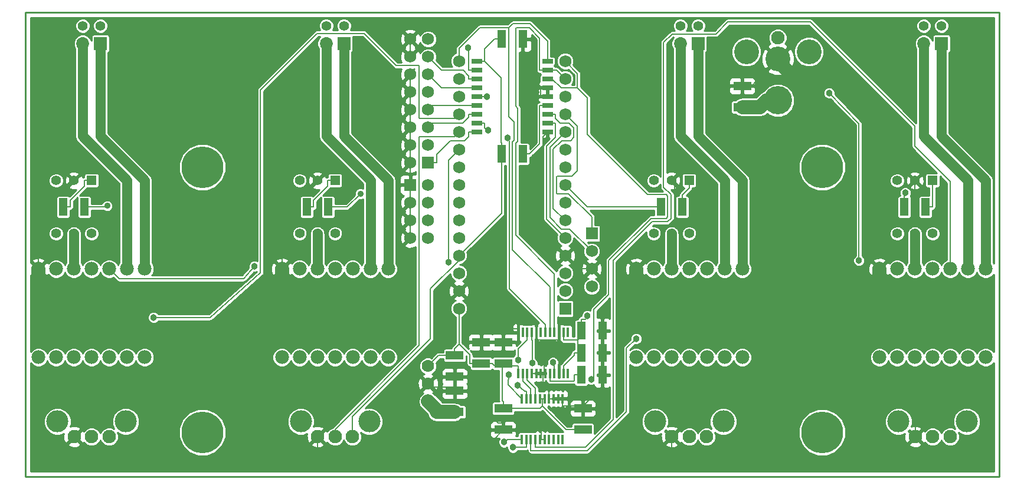
<source format=gbl>
G04 (created by PCBNEW-RS274X (2010-00-09 BZR 23xx)-stable) date Thu 04 Aug 2011 09:52:01 AM PDT*
G01*
G70*
G90*
%MOIN*%
G04 Gerber Fmt 3.4, Leading zero omitted, Abs format*
%FSLAX34Y34*%
G04 APERTURE LIST*
%ADD10C,0.006000*%
%ADD11C,0.009000*%
%ADD12C,0.076000*%
%ADD13C,0.125000*%
%ADD14R,0.069000X0.069000*%
%ADD15C,0.069000*%
%ADD16C,0.070000*%
%ADD17C,0.236000*%
%ADD18R,0.100000X0.050000*%
%ADD19R,0.050000X0.100000*%
%ADD20C,0.140000*%
%ADD21C,0.160000*%
%ADD22R,0.055000X0.055000*%
%ADD23C,0.055000*%
%ADD24R,0.060000X0.025000*%
%ADD25R,0.017700X0.057100*%
%ADD26C,0.078000*%
%ADD27C,0.073000*%
%ADD28R,0.073000X0.073000*%
%ADD29C,0.056000*%
%ADD30C,0.038000*%
%ADD31C,0.036000*%
%ADD32C,0.008000*%
%ADD33C,0.056000*%
%ADD34C,0.080000*%
%ADD35C,0.010000*%
G04 APERTURE END LIST*
G54D10*
G54D11*
X30500Y-55750D02*
X30500Y-29500D01*
X85500Y-55750D02*
X30500Y-55750D01*
X85500Y-29500D02*
X85500Y-55750D01*
X30500Y-29500D02*
X85500Y-29500D01*
G54D12*
X33266Y-53500D03*
X34250Y-53500D03*
X35234Y-53500D03*
G54D13*
X32320Y-52634D03*
X36180Y-52634D03*
G54D12*
X80766Y-53500D03*
X81750Y-53500D03*
X82734Y-53500D03*
G54D13*
X79820Y-52634D03*
X83680Y-52634D03*
G54D12*
X67016Y-53500D03*
X68000Y-53500D03*
X68984Y-53500D03*
G54D13*
X66070Y-52634D03*
X69930Y-52634D03*
G54D12*
X47016Y-53500D03*
X48000Y-53500D03*
X48984Y-53500D03*
G54D13*
X46070Y-52634D03*
X49930Y-52634D03*
G54D14*
X61000Y-46250D03*
G54D15*
X61000Y-45250D03*
X61000Y-44250D03*
X61000Y-43250D03*
X61000Y-42250D03*
X61000Y-41250D03*
X61000Y-40250D03*
X61000Y-39250D03*
X61000Y-38250D03*
X61000Y-37250D03*
X61000Y-36250D03*
X61000Y-35250D03*
X61000Y-34250D03*
X61000Y-33250D03*
X61000Y-32250D03*
X55000Y-32250D03*
X55000Y-33250D03*
X55000Y-34250D03*
X55000Y-35250D03*
X55000Y-36250D03*
X55000Y-37250D03*
X55000Y-38250D03*
X55000Y-39250D03*
X55000Y-40250D03*
X55000Y-41250D03*
X55000Y-42250D03*
X55000Y-43250D03*
X55000Y-44250D03*
X55000Y-45250D03*
X55000Y-46250D03*
G54D16*
X53250Y-51500D03*
X53250Y-50500D03*
X53250Y-49500D03*
G54D14*
X62500Y-42000D03*
G54D15*
X62500Y-43000D03*
X62500Y-44000D03*
X62500Y-45000D03*
G54D17*
X75500Y-38250D03*
X40500Y-53250D03*
X75500Y-53250D03*
X40500Y-38250D03*
G54D14*
X52250Y-39250D03*
G54D15*
X53250Y-39250D03*
X52250Y-40250D03*
X53250Y-40250D03*
X52250Y-41250D03*
X53250Y-41250D03*
X52250Y-42250D03*
X53250Y-42250D03*
G54D18*
X56250Y-49350D03*
X56250Y-48150D03*
X62000Y-53100D03*
X62000Y-51900D03*
G54D19*
X61900Y-47500D03*
X63100Y-47500D03*
G54D18*
X54750Y-52100D03*
X54750Y-50900D03*
X54750Y-48900D03*
X54750Y-50100D03*
X57500Y-53100D03*
X57500Y-51900D03*
X71000Y-34850D03*
X71000Y-33650D03*
G54D19*
X61900Y-48750D03*
X63100Y-48750D03*
X61900Y-50000D03*
X63100Y-50000D03*
G54D18*
X57500Y-49350D03*
X57500Y-48150D03*
G54D12*
X73000Y-30930D03*
G54D20*
X73000Y-32110D03*
G54D21*
X73000Y-34470D03*
G54D20*
X71230Y-31720D03*
X74770Y-31720D03*
G54D22*
X81750Y-39000D03*
G54D23*
X80750Y-39000D03*
X79750Y-39000D03*
X79750Y-42000D03*
X80750Y-42000D03*
X81750Y-42000D03*
G54D22*
X68000Y-39000D03*
G54D23*
X67000Y-39000D03*
X66000Y-39000D03*
X66000Y-42000D03*
X67000Y-42000D03*
X68000Y-42000D03*
G54D22*
X48000Y-39000D03*
G54D23*
X47000Y-39000D03*
X46000Y-39000D03*
X46000Y-42000D03*
X47000Y-42000D03*
X48000Y-42000D03*
G54D22*
X34250Y-39000D03*
G54D23*
X33250Y-39000D03*
X32250Y-39000D03*
X32250Y-42000D03*
X33250Y-42000D03*
X34250Y-42000D03*
G54D19*
X81350Y-40500D03*
X80150Y-40500D03*
X67600Y-40500D03*
X66400Y-40500D03*
X46400Y-40500D03*
X47600Y-40500D03*
X32650Y-40500D03*
X33850Y-40500D03*
X58600Y-31000D03*
X57400Y-31000D03*
G54D24*
X60000Y-32250D03*
X60000Y-32750D03*
X60000Y-33250D03*
X60000Y-33750D03*
X60000Y-34250D03*
X60000Y-34750D03*
X60000Y-35250D03*
X60000Y-35750D03*
X56000Y-35750D03*
X56000Y-35250D03*
X56000Y-34750D03*
X56000Y-34250D03*
X56000Y-33750D03*
X56000Y-33250D03*
X56000Y-32750D03*
X56000Y-32250D03*
X60000Y-36250D03*
X56000Y-36250D03*
G54D25*
X58550Y-51340D03*
X58804Y-51340D03*
X59060Y-51340D03*
X59316Y-51340D03*
X59572Y-51340D03*
X59828Y-51340D03*
X60084Y-51340D03*
X60340Y-51340D03*
X60596Y-51340D03*
X60850Y-51340D03*
X60850Y-53660D03*
X60596Y-53660D03*
X60340Y-53660D03*
X60084Y-53660D03*
X59828Y-53660D03*
X59572Y-53660D03*
X59316Y-53660D03*
X59060Y-53660D03*
X58804Y-53660D03*
X58550Y-53660D03*
X58600Y-47590D03*
X58854Y-47590D03*
X59110Y-47590D03*
X59366Y-47590D03*
X59622Y-47590D03*
X59878Y-47590D03*
X60134Y-47590D03*
X60390Y-47590D03*
X60646Y-47590D03*
X60900Y-47590D03*
X60900Y-49910D03*
X60646Y-49910D03*
X60390Y-49910D03*
X60134Y-49910D03*
X59878Y-49910D03*
X59622Y-49910D03*
X59366Y-49910D03*
X59110Y-49910D03*
X58854Y-49910D03*
X58600Y-49910D03*
X58340Y-47590D03*
X58340Y-49910D03*
X61160Y-47590D03*
X61160Y-49910D03*
G54D15*
X53250Y-37000D03*
X52250Y-37000D03*
X53250Y-36000D03*
X52250Y-36000D03*
X53250Y-35000D03*
X52250Y-35000D03*
X53250Y-34000D03*
X52250Y-34000D03*
X53250Y-33000D03*
X52250Y-33000D03*
X53250Y-32000D03*
X52250Y-32000D03*
G54D14*
X53250Y-38000D03*
G54D15*
X52250Y-38000D03*
X53250Y-31000D03*
X52250Y-31000D03*
G54D26*
X48000Y-44000D03*
X49000Y-44000D03*
X50000Y-44000D03*
X51000Y-44000D03*
X47000Y-44000D03*
X45000Y-44000D03*
X46000Y-44000D03*
X45000Y-49000D03*
X46000Y-49000D03*
X47000Y-49000D03*
X48000Y-49000D03*
X49000Y-49000D03*
X50000Y-49000D03*
X51000Y-49000D03*
X68000Y-44000D03*
X69000Y-44000D03*
X70000Y-44000D03*
X71000Y-44000D03*
X67000Y-44000D03*
X65000Y-44000D03*
X66000Y-44000D03*
X65000Y-49000D03*
X66000Y-49000D03*
X67000Y-49000D03*
X68000Y-49000D03*
X69000Y-49000D03*
X70000Y-49000D03*
X71000Y-49000D03*
X81750Y-44000D03*
X82750Y-44000D03*
X83750Y-44000D03*
X84750Y-44000D03*
X80750Y-44000D03*
X78750Y-44000D03*
X79750Y-44000D03*
X78750Y-49000D03*
X79750Y-49000D03*
X80750Y-49000D03*
X81750Y-49000D03*
X82750Y-49000D03*
X83750Y-49000D03*
X84750Y-49000D03*
X34250Y-44000D03*
X35250Y-44000D03*
X36250Y-44000D03*
X37250Y-44000D03*
X33250Y-44000D03*
X31250Y-44000D03*
X32250Y-44000D03*
X31250Y-49000D03*
X32250Y-49000D03*
X33250Y-49000D03*
X34250Y-49000D03*
X35250Y-49000D03*
X36250Y-49000D03*
X37250Y-49000D03*
G54D19*
X57400Y-37500D03*
X58600Y-37500D03*
G54D27*
X33750Y-31250D03*
G54D28*
X34750Y-31250D03*
G54D29*
X34750Y-30250D03*
X33750Y-30250D03*
G54D27*
X67500Y-31250D03*
G54D28*
X68500Y-31250D03*
G54D29*
X68500Y-30250D03*
X67500Y-30250D03*
G54D27*
X47500Y-31250D03*
G54D28*
X48500Y-31250D03*
G54D29*
X48500Y-30250D03*
X47500Y-30250D03*
G54D27*
X81250Y-31250D03*
G54D28*
X82250Y-31250D03*
G54D29*
X82250Y-30250D03*
X81250Y-30250D03*
G54D30*
X62250Y-46650D03*
X43450Y-43850D03*
X57550Y-53800D03*
X58050Y-54100D03*
X65009Y-47949D03*
X57750Y-36600D03*
X80213Y-39700D03*
X60300Y-49300D03*
X62464Y-50261D03*
X37750Y-46750D03*
X54410Y-43620D03*
X75900Y-34050D03*
X77588Y-43530D03*
G54D31*
X35130Y-40437D03*
X49435Y-39749D03*
G54D30*
X56650Y-36150D03*
X55521Y-31486D03*
X56586Y-34265D03*
X58344Y-49149D03*
X57800Y-50000D03*
X59130Y-49331D03*
X58300Y-50600D03*
X58593Y-32655D03*
G54D32*
X56443Y-31564D02*
X57007Y-31000D01*
X56443Y-32250D02*
X56443Y-31564D01*
X56000Y-32250D02*
X56443Y-32250D01*
X57400Y-31000D02*
X57007Y-31000D01*
X57400Y-37500D02*
X57400Y-36857D01*
X57388Y-36845D02*
X57400Y-36857D01*
X57388Y-33195D02*
X57388Y-36845D01*
X56443Y-32250D02*
X57388Y-33195D01*
X61507Y-48875D02*
X61507Y-48750D01*
X60900Y-49482D02*
X61507Y-48875D01*
X60900Y-49910D02*
X60900Y-49482D01*
X57400Y-40850D02*
X55000Y-43250D01*
X57400Y-37500D02*
X57400Y-40850D01*
X48984Y-52355D02*
X48984Y-53500D01*
X53393Y-47946D02*
X48984Y-52355D01*
X53393Y-45131D02*
X53393Y-47946D01*
X55000Y-43524D02*
X53393Y-45131D01*
X55000Y-43250D02*
X55000Y-43524D01*
X61900Y-48750D02*
X61704Y-48750D01*
X61704Y-48750D02*
X61507Y-48750D01*
X60900Y-47590D02*
X60900Y-48019D01*
X60900Y-48019D02*
X61703Y-48019D01*
X61704Y-48020D02*
X61704Y-48750D01*
X61703Y-48019D02*
X61704Y-48020D01*
X61900Y-47822D02*
X61900Y-47500D01*
X61703Y-48019D02*
X61900Y-47822D01*
X62146Y-46857D02*
X62250Y-46650D01*
X61900Y-46857D02*
X62146Y-46857D01*
X61900Y-47500D02*
X61900Y-46857D01*
X57755Y-53660D02*
X57550Y-53800D01*
X58550Y-53660D02*
X57755Y-53660D01*
X35803Y-44553D02*
X35250Y-44000D01*
X42837Y-44553D02*
X35803Y-44553D01*
X43450Y-43850D02*
X42837Y-44553D01*
X58804Y-53660D02*
X58804Y-54089D01*
X58166Y-54089D02*
X58050Y-54100D01*
X58804Y-54089D02*
X58166Y-54089D01*
X59060Y-54271D02*
X59060Y-53660D01*
X59082Y-54293D02*
X59060Y-54271D01*
X62244Y-54293D02*
X59082Y-54293D01*
X64456Y-52081D02*
X62244Y-54293D01*
X64456Y-48502D02*
X64456Y-52081D01*
X65009Y-47949D02*
X64456Y-48502D01*
X59316Y-53660D02*
X59316Y-54089D01*
X62150Y-54089D02*
X59316Y-54089D01*
X63704Y-52535D02*
X62150Y-54089D01*
X63704Y-43536D02*
X63704Y-52535D01*
X65908Y-41332D02*
X63704Y-43536D01*
X66785Y-41332D02*
X65908Y-41332D01*
X66977Y-41140D02*
X66785Y-41332D01*
X66977Y-39801D02*
X66977Y-41140D01*
X66558Y-39382D02*
X66977Y-39801D01*
X66558Y-31192D02*
X66558Y-39382D01*
X67041Y-30709D02*
X66558Y-31192D01*
X69512Y-30709D02*
X67041Y-30709D01*
X70194Y-30027D02*
X69512Y-30709D01*
X74835Y-30027D02*
X70194Y-30027D01*
X80741Y-35933D02*
X74835Y-30027D01*
X80741Y-37061D02*
X80741Y-35933D01*
X82750Y-39070D02*
X80741Y-37061D01*
X82750Y-44000D02*
X82750Y-39070D01*
X57838Y-36794D02*
X57750Y-36600D01*
X57838Y-45121D02*
X57838Y-36794D01*
X59878Y-47161D02*
X57838Y-45121D01*
X59878Y-47590D02*
X59878Y-47161D01*
X60000Y-35250D02*
X60443Y-35250D01*
X60443Y-35483D02*
X60443Y-35250D01*
X60710Y-35750D02*
X60443Y-35483D01*
X61218Y-35750D02*
X60710Y-35750D01*
X61489Y-36021D02*
X61218Y-35750D01*
X61489Y-36555D02*
X61489Y-36021D01*
X61305Y-36739D02*
X61489Y-36555D01*
X60796Y-36739D02*
X61305Y-36739D01*
X60322Y-37213D02*
X60796Y-36739D01*
X60322Y-40572D02*
X60322Y-37213D01*
X61000Y-41250D02*
X60322Y-40572D01*
G54D33*
X33250Y-42000D02*
X33250Y-44000D01*
X34750Y-36500D02*
X34750Y-31250D01*
X37250Y-39000D02*
X34750Y-36500D01*
X37250Y-44000D02*
X37250Y-39000D01*
X33750Y-36500D02*
X33750Y-31250D01*
X36250Y-39000D02*
X33750Y-36500D01*
X36250Y-44000D02*
X36250Y-39000D01*
X47000Y-42000D02*
X47000Y-44000D01*
X48500Y-36500D02*
X48500Y-31250D01*
X51000Y-39000D02*
X48500Y-36500D01*
X51000Y-44000D02*
X51000Y-39000D01*
X47500Y-36500D02*
X47500Y-31250D01*
X50000Y-39000D02*
X47500Y-36500D01*
X50000Y-44000D02*
X50000Y-39000D01*
G54D32*
X48000Y-53077D02*
X48000Y-53500D01*
X52750Y-48327D02*
X48000Y-53077D01*
X52750Y-36533D02*
X52750Y-48327D01*
X52772Y-36511D02*
X52750Y-36533D01*
X54739Y-36511D02*
X52772Y-36511D01*
X55000Y-36250D02*
X54739Y-36511D01*
G54D33*
X67000Y-42000D02*
X67000Y-44000D01*
X68500Y-36500D02*
X68500Y-31250D01*
X71000Y-39000D02*
X68500Y-36500D01*
X71000Y-44000D02*
X71000Y-39000D01*
X67500Y-36500D02*
X67500Y-31250D01*
X70000Y-39000D02*
X67500Y-36500D01*
X70000Y-44000D02*
X70000Y-39000D01*
X80750Y-42000D02*
X80750Y-44000D01*
X82250Y-36500D02*
X82250Y-31250D01*
X84750Y-39000D02*
X82250Y-36500D01*
X84750Y-44000D02*
X84750Y-39000D01*
X81250Y-36500D02*
X81250Y-31250D01*
X83750Y-39000D02*
X81250Y-36500D01*
X83750Y-44000D02*
X83750Y-39000D01*
G54D32*
X80150Y-39763D02*
X80213Y-39700D01*
X80150Y-40500D02*
X80150Y-39763D01*
X60128Y-37122D02*
X61000Y-36250D01*
X60128Y-41092D02*
X60128Y-37122D01*
X60786Y-41750D02*
X60128Y-41092D01*
X61250Y-41750D02*
X60786Y-41750D01*
X62500Y-43000D02*
X61250Y-41750D01*
X61676Y-35926D02*
X61000Y-35250D01*
X61676Y-38470D02*
X61676Y-35926D01*
X61385Y-38761D02*
X61676Y-38470D01*
X60528Y-38761D02*
X61385Y-38761D01*
X60506Y-38783D02*
X60528Y-38761D01*
X60506Y-39723D02*
X60506Y-38783D01*
X60533Y-39750D02*
X60506Y-39723D01*
X61192Y-39750D02*
X60533Y-39750D01*
X62500Y-41058D02*
X61192Y-39750D01*
X62500Y-42000D02*
X62500Y-41058D01*
X60000Y-35750D02*
X60443Y-35750D01*
X60443Y-36546D02*
X60443Y-35750D01*
X59944Y-37045D02*
X60443Y-36546D01*
X59944Y-41194D02*
X59944Y-37045D01*
X61000Y-42250D02*
X59944Y-41194D01*
X60000Y-33250D02*
X60257Y-33250D01*
X60390Y-49325D02*
X60300Y-49300D01*
X60390Y-49910D02*
X60390Y-49325D01*
X61692Y-32942D02*
X61692Y-33761D01*
X61000Y-32250D02*
X61692Y-32942D01*
X62259Y-34328D02*
X61692Y-33761D01*
X62259Y-36402D02*
X62259Y-34328D01*
X65655Y-39798D02*
X62259Y-36402D01*
X66714Y-39798D02*
X65655Y-39798D01*
X66794Y-39878D02*
X66714Y-39798D01*
X66794Y-41063D02*
X66794Y-39878D01*
X66708Y-41149D02*
X66794Y-41063D01*
X65831Y-41149D02*
X66708Y-41149D01*
X63459Y-43521D02*
X65831Y-41149D01*
X63459Y-45454D02*
X63459Y-43521D01*
X62610Y-46303D02*
X63459Y-45454D01*
X62610Y-50115D02*
X62610Y-46303D01*
X62464Y-50261D02*
X62610Y-50115D01*
X60768Y-33761D02*
X60257Y-33250D01*
X61692Y-33761D02*
X60768Y-33761D01*
X59779Y-32750D02*
X59557Y-32750D01*
X59557Y-30941D02*
X59557Y-32750D01*
X58972Y-30356D02*
X59557Y-30941D01*
X58228Y-30356D02*
X58972Y-30356D01*
X58206Y-30378D02*
X58228Y-30356D01*
X58206Y-34795D02*
X58206Y-30378D01*
X58322Y-34911D02*
X58206Y-34795D01*
X58322Y-36774D02*
X58322Y-34911D01*
X58206Y-36890D02*
X58322Y-36774D01*
X58206Y-42094D02*
X58206Y-36890D01*
X60390Y-44278D02*
X58206Y-42094D01*
X60390Y-47590D02*
X60390Y-44278D01*
X59779Y-32750D02*
X60000Y-32750D01*
X60500Y-32750D02*
X61000Y-33250D01*
X60000Y-32750D02*
X60500Y-32750D01*
X40950Y-46750D02*
X37750Y-46750D01*
X43793Y-44223D02*
X40950Y-46750D01*
X43793Y-33877D02*
X43793Y-44223D01*
X46991Y-30679D02*
X43793Y-33877D01*
X49636Y-30679D02*
X46991Y-30679D01*
X51457Y-32500D02*
X49636Y-30679D01*
X52717Y-32500D02*
X51457Y-32500D01*
X52739Y-32522D02*
X52717Y-32500D01*
X52739Y-35456D02*
X52739Y-32522D01*
X52772Y-35489D02*
X52739Y-35456D01*
X54761Y-35489D02*
X52772Y-35489D01*
X55000Y-35250D02*
X54761Y-35489D01*
X54410Y-37840D02*
X54410Y-43620D01*
X55000Y-37250D02*
X54410Y-37840D01*
X77588Y-35787D02*
X77588Y-43530D01*
X75900Y-34050D02*
X77588Y-35787D01*
X58048Y-30124D02*
X57802Y-30370D01*
X59002Y-30124D02*
X58048Y-30124D01*
X60000Y-31122D02*
X59002Y-30124D01*
X60000Y-32250D02*
X60000Y-31122D01*
X55000Y-31532D02*
X55000Y-32250D01*
X56175Y-30357D02*
X55000Y-31532D01*
X57789Y-30357D02*
X56175Y-30357D01*
X57802Y-30370D02*
X57789Y-30357D01*
X57802Y-35380D02*
X57802Y-30370D01*
X58122Y-35700D02*
X57802Y-35380D01*
X58122Y-36714D02*
X58122Y-35700D01*
X58022Y-36814D02*
X58122Y-36714D01*
X58022Y-42917D02*
X58022Y-36814D01*
X60134Y-45029D02*
X58022Y-42917D01*
X60134Y-47590D02*
X60134Y-45029D01*
X35067Y-40500D02*
X35130Y-40437D01*
X33850Y-40500D02*
X35067Y-40500D01*
X48684Y-40500D02*
X49435Y-39749D01*
X47600Y-40500D02*
X48684Y-40500D01*
X62250Y-40500D02*
X61000Y-39250D01*
X66400Y-40500D02*
X62250Y-40500D01*
X55557Y-36518D02*
X55557Y-36250D01*
X55325Y-36750D02*
X55557Y-36518D01*
X54500Y-36750D02*
X55325Y-36750D01*
X53738Y-37512D02*
X54500Y-36750D01*
X53738Y-38000D02*
X53738Y-37512D01*
X53250Y-38000D02*
X53738Y-38000D01*
X56000Y-36250D02*
X55557Y-36250D01*
X56443Y-36014D02*
X56650Y-36150D01*
X56443Y-35750D02*
X56443Y-36014D01*
X56000Y-35750D02*
X56443Y-35750D01*
X55557Y-35426D02*
X55557Y-35250D01*
X55222Y-35761D02*
X55557Y-35426D01*
X53489Y-35761D02*
X55222Y-35761D01*
X53250Y-36000D02*
X53489Y-35761D01*
X56000Y-35250D02*
X55557Y-35250D01*
X53500Y-34750D02*
X56000Y-34750D01*
X53250Y-35000D02*
X53500Y-34750D01*
X55557Y-33074D02*
X55557Y-33250D01*
X55233Y-32750D02*
X55557Y-33074D01*
X54000Y-32750D02*
X55233Y-32750D01*
X53250Y-32000D02*
X54000Y-32750D01*
X56000Y-33250D02*
X55557Y-33250D01*
X56000Y-32750D02*
X55557Y-32750D01*
X55557Y-31522D02*
X55521Y-31486D01*
X55557Y-32750D02*
X55557Y-31522D01*
X54000Y-33750D02*
X56000Y-33750D01*
X53250Y-33000D02*
X54000Y-33750D01*
X56000Y-34250D02*
X56443Y-34250D01*
X56458Y-34265D02*
X56586Y-34265D01*
X56443Y-34250D02*
X56458Y-34265D01*
X58344Y-48529D02*
X58344Y-49149D01*
X58854Y-48019D02*
X58344Y-48529D01*
X58854Y-47590D02*
X58854Y-48019D01*
X57770Y-50560D02*
X57800Y-50000D01*
X58550Y-51340D02*
X57770Y-50560D01*
X58706Y-50912D02*
X58300Y-50600D01*
X58804Y-50912D02*
X58706Y-50912D01*
X58804Y-51340D02*
X58804Y-50912D01*
X59110Y-47590D02*
X59110Y-48019D01*
X59130Y-48039D02*
X59130Y-49331D01*
X59110Y-48019D02*
X59130Y-48039D01*
X58600Y-49910D02*
X58600Y-50339D01*
X59060Y-50799D02*
X58600Y-50339D01*
X59060Y-51340D02*
X59060Y-50799D01*
X58854Y-50285D02*
X58854Y-49910D01*
X59316Y-50747D02*
X58854Y-50285D01*
X59316Y-51340D02*
X59316Y-50747D01*
X59110Y-49910D02*
X59366Y-49910D01*
X60084Y-51340D02*
X60340Y-51340D01*
X60340Y-51340D02*
X60596Y-51340D01*
X60596Y-51340D02*
X60850Y-51340D01*
G54D34*
X42750Y-51500D02*
X42750Y-47750D01*
X46250Y-55000D02*
X42750Y-51500D01*
X46910Y-55000D02*
X46250Y-55000D01*
G54D32*
X47016Y-54894D02*
X47016Y-53500D01*
X46910Y-55000D02*
X47016Y-54894D01*
X52250Y-33000D02*
X52250Y-34000D01*
X52250Y-34000D02*
X52250Y-35000D01*
X52250Y-35000D02*
X52250Y-36000D01*
X52250Y-36000D02*
X52250Y-37000D01*
X52250Y-37000D02*
X52250Y-38000D01*
X52250Y-38000D02*
X52250Y-39250D01*
X59366Y-49910D02*
X59622Y-49910D01*
X31250Y-40868D02*
X31250Y-44000D01*
X33118Y-39000D02*
X31250Y-40868D01*
X33250Y-39000D02*
X33118Y-39000D01*
X56250Y-48150D02*
X56893Y-48150D01*
X57500Y-48150D02*
X56893Y-48150D01*
X63100Y-47500D02*
X63100Y-48750D01*
X60850Y-51340D02*
X60850Y-51769D01*
X52250Y-41250D02*
X52250Y-40250D01*
X52250Y-40250D02*
X52250Y-39250D01*
X52250Y-41250D02*
X52250Y-42250D01*
X56250Y-46500D02*
X56250Y-48150D01*
X55000Y-45250D02*
X56250Y-46500D01*
G54D34*
X70000Y-55000D02*
X66115Y-55000D01*
X73000Y-52000D02*
X70000Y-55000D01*
X73000Y-47750D02*
X73000Y-52000D01*
G54D32*
X67016Y-54099D02*
X67016Y-53500D01*
X66115Y-55000D02*
X67016Y-54099D01*
X59622Y-49910D02*
X59750Y-49910D01*
X60084Y-50902D02*
X60084Y-51340D01*
X59750Y-50568D02*
X60084Y-50902D01*
X59750Y-49910D02*
X59750Y-50568D01*
G54D34*
X33000Y-47750D02*
X39325Y-47750D01*
X31250Y-46000D02*
X33000Y-47750D01*
X31250Y-44000D02*
X31250Y-46000D01*
X39325Y-47750D02*
X42750Y-47750D01*
G54D32*
X33990Y-52776D02*
X33266Y-53500D01*
X34299Y-52776D02*
X33990Y-52776D01*
X39325Y-47750D02*
X34299Y-52776D01*
G54D34*
X45000Y-46000D02*
X45000Y-44000D01*
X43250Y-47750D02*
X45000Y-46000D01*
X42750Y-47750D02*
X43250Y-47750D01*
G54D32*
X46916Y-39000D02*
X47000Y-39000D01*
X45000Y-40916D02*
X46916Y-39000D01*
X45000Y-44000D02*
X45000Y-40916D01*
X54750Y-50900D02*
X54750Y-50703D01*
X53453Y-50703D02*
X53250Y-50500D01*
X54750Y-50703D02*
X53453Y-50703D01*
X57200Y-52707D02*
X55393Y-50900D01*
X57500Y-52707D02*
X57200Y-52707D01*
X57500Y-53100D02*
X57500Y-52707D01*
X54750Y-50900D02*
X55393Y-50900D01*
X54750Y-50100D02*
X54750Y-50703D01*
X59366Y-47162D02*
X58340Y-47162D01*
X59366Y-47590D02*
X59366Y-47162D01*
X58340Y-47590D02*
X58340Y-47376D01*
X58340Y-47376D02*
X58340Y-47162D01*
X57881Y-47376D02*
X57500Y-47757D01*
X58340Y-47376D02*
X57881Y-47376D01*
X57500Y-48150D02*
X57500Y-47757D01*
X59828Y-53660D02*
X59636Y-53660D01*
X59636Y-53660D02*
X59572Y-53660D01*
X60000Y-33750D02*
X59687Y-33750D01*
X63100Y-48750D02*
X63100Y-50000D01*
X63100Y-50000D02*
X63100Y-50643D01*
G54D34*
X73000Y-32110D02*
X73000Y-32180D01*
X73000Y-36750D02*
X73000Y-47750D01*
X74500Y-35250D02*
X73000Y-36750D01*
X74500Y-33750D02*
X74500Y-35250D01*
X73000Y-32250D02*
X74500Y-33750D01*
X73000Y-32180D02*
X73000Y-32250D01*
G54D32*
X71643Y-33537D02*
X71643Y-33650D01*
X73000Y-32180D02*
X71643Y-33537D01*
X71000Y-33650D02*
X71643Y-33650D01*
G54D34*
X73000Y-47750D02*
X76660Y-47750D01*
G54D32*
X80766Y-51856D02*
X80766Y-53500D01*
X76660Y-47750D02*
X80766Y-51856D01*
X60646Y-47590D02*
X60646Y-48019D01*
X60646Y-49910D02*
X60646Y-49482D01*
X59483Y-53100D02*
X57500Y-53100D01*
X59636Y-53253D02*
X59483Y-53100D01*
X59636Y-53660D02*
X59636Y-53253D01*
X56928Y-53672D02*
X56928Y-55000D01*
X57500Y-53100D02*
X56928Y-53672D01*
G54D34*
X66115Y-55000D02*
X56928Y-55000D01*
X56928Y-55000D02*
X46910Y-55000D01*
G54D32*
X62500Y-44000D02*
X61750Y-44000D01*
X61094Y-47162D02*
X60646Y-47162D01*
X61750Y-46506D02*
X61094Y-47162D01*
X61750Y-44000D02*
X61750Y-46506D01*
X60646Y-47590D02*
X60646Y-47162D01*
X62000Y-51769D02*
X60850Y-51769D01*
X62000Y-51743D02*
X62000Y-51769D01*
X63100Y-50643D02*
X62000Y-51743D01*
X62000Y-51769D02*
X62000Y-51900D01*
G54D34*
X65000Y-44000D02*
X65000Y-44188D01*
X66750Y-47750D02*
X73000Y-47750D01*
X65000Y-46000D02*
X66750Y-47750D01*
X65000Y-44188D02*
X65000Y-46000D01*
G54D32*
X67183Y-39183D02*
X67000Y-39000D01*
X67183Y-41195D02*
X67183Y-39183D01*
X66431Y-41947D02*
X67183Y-41195D01*
X66431Y-42757D02*
X66431Y-41947D01*
X65000Y-44188D02*
X66431Y-42757D01*
G54D34*
X78750Y-46000D02*
X78750Y-44000D01*
X77000Y-47750D02*
X78750Y-46000D01*
X76660Y-47750D02*
X77000Y-47750D01*
G54D32*
X80750Y-41175D02*
X80750Y-39000D01*
X80181Y-41744D02*
X80750Y-41175D01*
X80181Y-42569D02*
X80181Y-41744D01*
X78750Y-44000D02*
X80181Y-42569D01*
X52250Y-32000D02*
X52250Y-31000D01*
X59687Y-33749D02*
X59687Y-33750D01*
X58593Y-32655D02*
X59687Y-33749D01*
X58593Y-31650D02*
X58600Y-31643D01*
X58593Y-32655D02*
X58593Y-31650D01*
X58600Y-31000D02*
X58600Y-31643D01*
X59366Y-47590D02*
X59366Y-48019D01*
X60646Y-48019D02*
X59366Y-48019D01*
X59750Y-49910D02*
X59814Y-49910D01*
X59814Y-49910D02*
X59878Y-49910D01*
X59836Y-48932D02*
X60646Y-48932D01*
X59814Y-48954D02*
X59836Y-48932D01*
X59814Y-49910D02*
X59814Y-48954D01*
X60646Y-48019D02*
X60646Y-48932D01*
X60646Y-48932D02*
X60646Y-49482D01*
X60000Y-34250D02*
X59603Y-34250D01*
X59603Y-33834D02*
X59603Y-34250D01*
X59687Y-33750D02*
X59603Y-33834D01*
X61750Y-44000D02*
X61000Y-43250D01*
X59741Y-36509D02*
X60000Y-36250D01*
X59741Y-41991D02*
X59741Y-36509D01*
X61000Y-43250D02*
X59741Y-41991D01*
X61507Y-50317D02*
X61507Y-50000D01*
X61485Y-50339D02*
X61507Y-50317D01*
X60134Y-50339D02*
X61485Y-50339D01*
X60134Y-49910D02*
X60134Y-50339D01*
X61900Y-50000D02*
X61507Y-50000D01*
X59557Y-36936D02*
X58993Y-37500D01*
X59557Y-34750D02*
X59557Y-36936D01*
X60000Y-34750D02*
X59557Y-34750D01*
X58600Y-37500D02*
X58993Y-37500D01*
X33043Y-40107D02*
X33043Y-40500D01*
X33832Y-39318D02*
X33043Y-40107D01*
X33832Y-39000D02*
X33832Y-39318D01*
X34250Y-39000D02*
X33832Y-39000D01*
X32650Y-40500D02*
X33043Y-40500D01*
X46793Y-40107D02*
X46793Y-40500D01*
X47582Y-39318D02*
X46793Y-40107D01*
X47582Y-39000D02*
X47582Y-39318D01*
X48000Y-39000D02*
X47582Y-39000D01*
X46400Y-40500D02*
X46793Y-40500D01*
X81750Y-40493D02*
X81743Y-40500D01*
X81750Y-39000D02*
X81750Y-40493D01*
X81350Y-40500D02*
X81743Y-40500D01*
X67600Y-39818D02*
X67600Y-40500D01*
X68000Y-39418D02*
X67600Y-39818D01*
X68000Y-39000D02*
X68000Y-39418D01*
G54D34*
X72383Y-34470D02*
X72003Y-34850D01*
X73000Y-34470D02*
X72383Y-34470D01*
X71000Y-34850D02*
X72003Y-34850D01*
X53747Y-51997D02*
X53747Y-52100D01*
X53250Y-51500D02*
X53747Y-51997D01*
X54750Y-52100D02*
X53747Y-52100D01*
G54D32*
X54750Y-48900D02*
X54750Y-48507D01*
X57564Y-49482D02*
X57500Y-49546D01*
X58340Y-49482D02*
X57564Y-49482D01*
X58340Y-49910D02*
X58340Y-49482D01*
X53850Y-48900D02*
X53250Y-49500D01*
X54750Y-48900D02*
X53850Y-48900D01*
X55607Y-48865D02*
X55000Y-48258D01*
X55607Y-49350D02*
X55607Y-48865D01*
X54999Y-48258D02*
X55000Y-48258D01*
X54750Y-48507D02*
X54999Y-48258D01*
X55000Y-48258D02*
X55000Y-46250D01*
X56250Y-49350D02*
X55607Y-49350D01*
X57500Y-49350D02*
X57500Y-49448D01*
X57500Y-49448D02*
X57500Y-49546D01*
X56991Y-49448D02*
X56893Y-49350D01*
X57500Y-49448D02*
X56991Y-49448D01*
X56250Y-49350D02*
X56893Y-49350D01*
X59572Y-51340D02*
X59700Y-51340D01*
X59700Y-51340D02*
X59828Y-51340D01*
X61030Y-53100D02*
X62000Y-53100D01*
X59700Y-51770D02*
X61030Y-53100D01*
X59700Y-51340D02*
X59700Y-51770D01*
X59570Y-51900D02*
X57500Y-51900D01*
X59700Y-51770D02*
X59570Y-51900D01*
X57447Y-51454D02*
X57500Y-51507D01*
X57447Y-49599D02*
X57447Y-51454D01*
X57500Y-49546D02*
X57447Y-49599D01*
X57500Y-51900D02*
X57500Y-51507D01*
G54D35*
X30800Y-29800D02*
X85200Y-29800D01*
X30800Y-29880D02*
X33520Y-29880D01*
X33980Y-29880D02*
X34520Y-29880D01*
X34980Y-29880D02*
X47270Y-29880D01*
X47730Y-29880D02*
X48270Y-29880D01*
X48730Y-29880D02*
X67270Y-29880D01*
X67730Y-29880D02*
X68270Y-29880D01*
X68730Y-29880D02*
X70079Y-29880D01*
X74951Y-29880D02*
X81020Y-29880D01*
X81480Y-29880D02*
X82020Y-29880D01*
X82480Y-29880D02*
X85200Y-29880D01*
X30800Y-29960D02*
X33432Y-29960D01*
X34068Y-29960D02*
X34432Y-29960D01*
X35068Y-29960D02*
X47182Y-29960D01*
X47818Y-29960D02*
X48182Y-29960D01*
X48818Y-29960D02*
X57958Y-29960D01*
X59093Y-29960D02*
X67182Y-29960D01*
X67818Y-29960D02*
X68182Y-29960D01*
X68818Y-29960D02*
X69992Y-29960D01*
X75037Y-29960D02*
X80932Y-29960D01*
X81568Y-29960D02*
X81932Y-29960D01*
X82568Y-29960D02*
X85200Y-29960D01*
X30800Y-30040D02*
X33372Y-30040D01*
X34129Y-30040D02*
X34372Y-30040D01*
X35129Y-30040D02*
X47122Y-30040D01*
X47879Y-30040D02*
X48122Y-30040D01*
X48879Y-30040D02*
X57863Y-30040D01*
X59187Y-30040D02*
X67122Y-30040D01*
X67879Y-30040D02*
X68122Y-30040D01*
X68879Y-30040D02*
X69912Y-30040D01*
X75117Y-30040D02*
X80872Y-30040D01*
X81629Y-30040D02*
X81872Y-30040D01*
X82629Y-30040D02*
X85200Y-30040D01*
X30800Y-30120D02*
X33339Y-30120D01*
X34162Y-30120D02*
X34339Y-30120D01*
X35162Y-30120D02*
X47089Y-30120D01*
X47912Y-30120D02*
X48089Y-30120D01*
X48912Y-30120D02*
X57783Y-30120D01*
X59267Y-30120D02*
X67089Y-30120D01*
X67912Y-30120D02*
X68089Y-30120D01*
X68912Y-30120D02*
X69832Y-30120D01*
X75197Y-30120D02*
X80839Y-30120D01*
X81662Y-30120D02*
X81839Y-30120D01*
X82662Y-30120D02*
X85200Y-30120D01*
X30800Y-30200D02*
X33320Y-30200D01*
X34180Y-30200D02*
X34320Y-30200D01*
X35180Y-30200D02*
X47070Y-30200D01*
X47930Y-30200D02*
X48070Y-30200D01*
X48930Y-30200D02*
X56074Y-30200D01*
X59347Y-30200D02*
X67070Y-30200D01*
X67930Y-30200D02*
X68070Y-30200D01*
X68930Y-30200D02*
X69752Y-30200D01*
X75277Y-30200D02*
X80820Y-30200D01*
X81680Y-30200D02*
X81820Y-30200D01*
X82680Y-30200D02*
X85200Y-30200D01*
X30800Y-30280D02*
X33320Y-30280D01*
X34180Y-30280D02*
X34320Y-30280D01*
X35180Y-30280D02*
X47070Y-30280D01*
X47930Y-30280D02*
X48070Y-30280D01*
X48930Y-30280D02*
X55984Y-30280D01*
X59427Y-30280D02*
X67070Y-30280D01*
X67930Y-30280D02*
X68070Y-30280D01*
X68930Y-30280D02*
X69672Y-30280D01*
X70209Y-30280D02*
X74819Y-30280D01*
X75357Y-30280D02*
X80820Y-30280D01*
X81680Y-30280D02*
X81820Y-30280D01*
X82680Y-30280D02*
X85200Y-30280D01*
X30800Y-30360D02*
X33330Y-30360D01*
X34169Y-30360D02*
X34330Y-30360D01*
X35169Y-30360D02*
X47080Y-30360D01*
X47919Y-30360D02*
X48080Y-30360D01*
X48919Y-30360D02*
X55904Y-30360D01*
X59507Y-30360D02*
X67080Y-30360D01*
X67919Y-30360D02*
X68080Y-30360D01*
X68919Y-30360D02*
X69592Y-30360D01*
X70129Y-30360D02*
X74899Y-30360D01*
X75437Y-30360D02*
X80830Y-30360D01*
X81669Y-30360D02*
X81830Y-30360D01*
X82669Y-30360D02*
X85200Y-30360D01*
X30800Y-30440D02*
X33363Y-30440D01*
X34136Y-30440D02*
X34363Y-30440D01*
X35136Y-30440D02*
X47112Y-30440D01*
X47886Y-30440D02*
X48112Y-30440D01*
X48886Y-30440D02*
X52066Y-30440D01*
X52417Y-30440D02*
X55824Y-30440D01*
X59587Y-30440D02*
X67113Y-30440D01*
X67886Y-30440D02*
X68113Y-30440D01*
X68886Y-30440D02*
X69512Y-30440D01*
X70049Y-30440D02*
X72799Y-30440D01*
X73203Y-30440D02*
X74979Y-30440D01*
X75517Y-30440D02*
X80863Y-30440D01*
X81636Y-30440D02*
X81863Y-30440D01*
X82636Y-30440D02*
X85200Y-30440D01*
X30800Y-30520D02*
X33412Y-30520D01*
X34088Y-30520D02*
X34412Y-30520D01*
X35088Y-30520D02*
X46893Y-30520D01*
X49734Y-30520D02*
X51934Y-30520D01*
X52567Y-30520D02*
X53119Y-30520D01*
X53383Y-30520D02*
X55744Y-30520D01*
X59667Y-30520D02*
X67036Y-30520D01*
X69969Y-30520D02*
X72661Y-30520D01*
X73340Y-30520D02*
X75059Y-30520D01*
X75597Y-30520D02*
X80912Y-30520D01*
X81588Y-30520D02*
X81912Y-30520D01*
X82588Y-30520D02*
X85200Y-30520D01*
X30800Y-30600D02*
X33492Y-30600D01*
X34008Y-30600D02*
X34492Y-30600D01*
X35008Y-30600D02*
X46802Y-30600D01*
X49825Y-30600D02*
X51921Y-30600D01*
X52579Y-30600D02*
X52951Y-30600D01*
X53549Y-30600D02*
X55664Y-30600D01*
X59747Y-30600D02*
X66882Y-30600D01*
X69889Y-30600D02*
X72581Y-30600D01*
X73420Y-30600D02*
X75139Y-30600D01*
X75677Y-30600D02*
X80992Y-30600D01*
X81508Y-30600D02*
X81992Y-30600D01*
X82508Y-30600D02*
X85200Y-30600D01*
X30800Y-30680D02*
X46722Y-30680D01*
X49905Y-30680D02*
X51780Y-30680D01*
X51859Y-30680D02*
X52001Y-30680D01*
X52499Y-30680D02*
X52641Y-30680D01*
X52721Y-30680D02*
X52871Y-30680D01*
X53629Y-30680D02*
X55584Y-30680D01*
X59827Y-30680D02*
X66802Y-30680D01*
X69809Y-30680D02*
X72530Y-30680D01*
X73470Y-30680D02*
X75219Y-30680D01*
X75757Y-30680D02*
X85200Y-30680D01*
X30800Y-30760D02*
X33588Y-30760D01*
X33913Y-30760D02*
X34299Y-30760D01*
X35201Y-30760D02*
X46642Y-30760D01*
X49985Y-30760D02*
X51718Y-30760D01*
X51939Y-30760D02*
X52081Y-30760D01*
X52419Y-30760D02*
X52561Y-30760D01*
X52787Y-30760D02*
X52815Y-30760D01*
X53686Y-30760D02*
X55504Y-30760D01*
X59907Y-30760D02*
X66722Y-30760D01*
X69729Y-30760D02*
X72497Y-30760D01*
X73503Y-30760D02*
X75299Y-30760D01*
X75837Y-30760D02*
X81088Y-30760D01*
X81413Y-30760D02*
X81799Y-30760D01*
X82701Y-30760D02*
X85200Y-30760D01*
X30800Y-30840D02*
X33432Y-30840D01*
X34068Y-30840D02*
X34243Y-30840D01*
X35258Y-30840D02*
X46562Y-30840D01*
X50065Y-30840D02*
X51688Y-30840D01*
X52019Y-30840D02*
X52161Y-30840D01*
X52339Y-30840D02*
X52481Y-30840D01*
X53719Y-30840D02*
X55424Y-30840D01*
X59987Y-30840D02*
X66642Y-30840D01*
X69649Y-30840D02*
X72470Y-30840D01*
X73530Y-30840D02*
X75379Y-30840D01*
X75917Y-30840D02*
X80932Y-30840D01*
X81568Y-30840D02*
X81743Y-30840D01*
X82758Y-30840D02*
X85200Y-30840D01*
X30800Y-30920D02*
X33352Y-30920D01*
X34148Y-30920D02*
X34236Y-30920D01*
X35264Y-30920D02*
X46482Y-30920D01*
X47018Y-30920D02*
X47102Y-30920D01*
X49014Y-30920D02*
X49608Y-30920D01*
X50145Y-30920D02*
X51662Y-30920D01*
X52099Y-30920D02*
X52241Y-30920D01*
X52259Y-30920D02*
X52401Y-30920D01*
X53744Y-30920D02*
X55344Y-30920D01*
X60067Y-30920D02*
X66562Y-30920D01*
X67098Y-30920D02*
X67102Y-30920D01*
X69014Y-30920D02*
X70942Y-30920D01*
X71520Y-30920D02*
X72470Y-30920D01*
X73530Y-30920D02*
X74482Y-30920D01*
X75060Y-30920D02*
X75459Y-30920D01*
X75997Y-30920D02*
X80852Y-30920D01*
X81648Y-30920D02*
X81736Y-30920D01*
X82764Y-30920D02*
X85200Y-30920D01*
X30800Y-31000D02*
X33297Y-31000D01*
X34205Y-31000D02*
X34236Y-31000D01*
X35264Y-31000D02*
X46402Y-31000D01*
X46938Y-31000D02*
X47047Y-31000D01*
X49014Y-31000D02*
X49688Y-31000D01*
X50225Y-31000D02*
X51665Y-31000D01*
X52179Y-31000D02*
X52321Y-31000D01*
X53744Y-31000D02*
X55264Y-31000D01*
X60143Y-31000D02*
X66482Y-31000D01*
X67018Y-31000D02*
X67047Y-31000D01*
X69014Y-31000D02*
X70749Y-31000D01*
X71712Y-31000D02*
X72470Y-31000D01*
X73530Y-31000D02*
X74289Y-31000D01*
X75252Y-31000D02*
X75539Y-31000D01*
X76077Y-31000D02*
X80797Y-31000D01*
X81705Y-31000D02*
X81736Y-31000D01*
X82764Y-31000D02*
X85200Y-31000D01*
X30800Y-31080D02*
X33264Y-31080D01*
X35264Y-31080D02*
X46322Y-31080D01*
X46858Y-31080D02*
X47014Y-31080D01*
X49014Y-31080D02*
X49768Y-31080D01*
X50305Y-31080D02*
X51669Y-31080D01*
X52099Y-31080D02*
X52241Y-31080D01*
X52259Y-31080D02*
X52401Y-31080D01*
X53744Y-31080D02*
X55184Y-31080D01*
X60182Y-31080D02*
X66409Y-31080D01*
X66938Y-31080D02*
X67014Y-31080D01*
X69014Y-31080D02*
X70669Y-31080D01*
X71792Y-31080D02*
X72488Y-31080D01*
X73511Y-31080D02*
X74209Y-31080D01*
X75332Y-31080D02*
X75619Y-31080D01*
X76157Y-31080D02*
X80764Y-31080D01*
X82764Y-31080D02*
X85200Y-31080D01*
X30800Y-31160D02*
X33235Y-31160D01*
X35264Y-31160D02*
X46242Y-31160D01*
X46778Y-31160D02*
X46985Y-31160D01*
X49014Y-31160D02*
X49848Y-31160D01*
X50385Y-31160D02*
X51679Y-31160D01*
X52019Y-31160D02*
X52161Y-31160D01*
X52339Y-31160D02*
X52481Y-31160D01*
X53718Y-31160D02*
X55104Y-31160D01*
X60190Y-31160D02*
X66375Y-31160D01*
X66858Y-31160D02*
X66985Y-31160D01*
X69014Y-31160D02*
X70589Y-31160D01*
X71872Y-31160D02*
X72521Y-31160D01*
X73478Y-31160D02*
X74129Y-31160D01*
X75412Y-31160D02*
X75699Y-31160D01*
X76237Y-31160D02*
X80735Y-31160D01*
X82764Y-31160D02*
X85200Y-31160D01*
X30800Y-31240D02*
X33235Y-31240D01*
X35264Y-31240D02*
X46162Y-31240D01*
X46698Y-31240D02*
X46985Y-31240D01*
X49014Y-31240D02*
X49928Y-31240D01*
X50465Y-31240D02*
X51713Y-31240D01*
X51939Y-31240D02*
X52081Y-31240D01*
X52419Y-31240D02*
X52561Y-31240D01*
X52782Y-31240D02*
X52814Y-31240D01*
X53685Y-31240D02*
X55024Y-31240D01*
X60190Y-31240D02*
X66368Y-31240D01*
X66778Y-31240D02*
X66985Y-31240D01*
X69014Y-31240D02*
X70510Y-31240D01*
X71951Y-31240D02*
X72561Y-31240D01*
X73439Y-31240D02*
X74050Y-31240D01*
X75491Y-31240D02*
X75779Y-31240D01*
X76317Y-31240D02*
X80735Y-31240D01*
X82764Y-31240D02*
X85200Y-31240D01*
X30800Y-31320D02*
X33235Y-31320D01*
X35264Y-31320D02*
X46082Y-31320D01*
X46618Y-31320D02*
X46985Y-31320D01*
X49014Y-31320D02*
X50008Y-31320D01*
X50545Y-31320D02*
X51779Y-31320D01*
X51859Y-31320D02*
X52001Y-31320D01*
X52499Y-31320D02*
X52641Y-31320D01*
X52720Y-31320D02*
X52871Y-31320D01*
X53629Y-31320D02*
X54944Y-31320D01*
X60190Y-31320D02*
X66368Y-31320D01*
X66748Y-31320D02*
X66985Y-31320D01*
X69014Y-31320D02*
X70476Y-31320D01*
X71985Y-31320D02*
X72480Y-31320D01*
X73521Y-31320D02*
X74016Y-31320D01*
X75525Y-31320D02*
X75859Y-31320D01*
X76397Y-31320D02*
X80735Y-31320D01*
X82764Y-31320D02*
X85200Y-31320D01*
X30800Y-31400D02*
X33254Y-31400D01*
X35264Y-31400D02*
X46002Y-31400D01*
X46538Y-31400D02*
X47004Y-31400D01*
X49014Y-31400D02*
X50088Y-31400D01*
X50625Y-31400D02*
X51921Y-31400D01*
X52579Y-31400D02*
X52951Y-31400D01*
X53549Y-31400D02*
X54865Y-31400D01*
X60190Y-31400D02*
X66368Y-31400D01*
X66748Y-31400D02*
X67004Y-31400D01*
X69014Y-31400D02*
X70443Y-31400D01*
X72018Y-31400D02*
X72436Y-31400D01*
X73565Y-31400D02*
X73983Y-31400D01*
X75558Y-31400D02*
X75939Y-31400D01*
X76477Y-31400D02*
X80754Y-31400D01*
X82764Y-31400D02*
X85200Y-31400D01*
X30800Y-31480D02*
X33287Y-31480D01*
X35264Y-31480D02*
X45922Y-31480D01*
X46458Y-31480D02*
X47037Y-31480D01*
X49014Y-31480D02*
X50168Y-31480D01*
X50705Y-31480D02*
X51933Y-31480D01*
X52566Y-31480D02*
X53117Y-31480D01*
X53381Y-31480D02*
X54820Y-31480D01*
X60190Y-31480D02*
X66368Y-31480D01*
X66748Y-31480D02*
X67037Y-31480D01*
X69014Y-31480D02*
X70410Y-31480D01*
X72051Y-31480D02*
X72441Y-31480D01*
X73559Y-31480D02*
X73950Y-31480D01*
X75591Y-31480D02*
X76019Y-31480D01*
X76557Y-31480D02*
X80787Y-31480D01*
X82764Y-31480D02*
X85200Y-31480D01*
X30800Y-31560D02*
X33320Y-31560D01*
X35264Y-31560D02*
X45842Y-31560D01*
X46378Y-31560D02*
X47070Y-31560D01*
X49014Y-31560D02*
X50248Y-31560D01*
X50785Y-31560D02*
X51921Y-31560D01*
X52580Y-31560D02*
X53021Y-31560D01*
X53480Y-31560D02*
X54810Y-31560D01*
X60190Y-31560D02*
X66368Y-31560D01*
X66748Y-31560D02*
X67070Y-31560D01*
X69014Y-31560D02*
X70380Y-31560D01*
X72080Y-31560D02*
X72264Y-31560D01*
X72379Y-31560D02*
X72521Y-31560D01*
X73479Y-31560D02*
X73621Y-31560D01*
X73737Y-31560D02*
X73920Y-31560D01*
X75620Y-31560D02*
X76099Y-31560D01*
X76637Y-31560D02*
X80820Y-31560D01*
X82764Y-31560D02*
X85200Y-31560D01*
X30800Y-31640D02*
X33320Y-31640D01*
X35264Y-31640D02*
X45762Y-31640D01*
X46298Y-31640D02*
X47070Y-31640D01*
X49014Y-31640D02*
X50328Y-31640D01*
X50865Y-31640D02*
X51961Y-31640D01*
X52539Y-31640D02*
X52911Y-31640D01*
X53589Y-31640D02*
X54810Y-31640D01*
X60190Y-31640D02*
X66368Y-31640D01*
X66748Y-31640D02*
X67070Y-31640D01*
X69014Y-31640D02*
X70380Y-31640D01*
X72080Y-31640D02*
X72185Y-31640D01*
X72459Y-31640D02*
X72601Y-31640D01*
X73399Y-31640D02*
X73541Y-31640D01*
X73817Y-31640D02*
X73920Y-31640D01*
X75620Y-31640D02*
X76179Y-31640D01*
X76717Y-31640D02*
X80820Y-31640D01*
X82764Y-31640D02*
X85200Y-31640D01*
X30800Y-31720D02*
X33320Y-31720D01*
X35221Y-31720D02*
X45682Y-31720D01*
X46218Y-31720D02*
X47070Y-31720D01*
X48971Y-31720D02*
X50408Y-31720D01*
X50945Y-31720D02*
X51732Y-31720D01*
X51899Y-31720D02*
X52041Y-31720D01*
X52459Y-31720D02*
X52601Y-31720D01*
X52770Y-31720D02*
X52831Y-31720D01*
X53669Y-31720D02*
X54810Y-31720D01*
X60190Y-31720D02*
X66368Y-31720D01*
X66748Y-31720D02*
X67070Y-31720D01*
X68971Y-31720D02*
X70380Y-31720D01*
X72080Y-31720D02*
X72153Y-31720D01*
X72539Y-31720D02*
X72681Y-31720D01*
X73319Y-31720D02*
X73461Y-31720D01*
X73850Y-31720D02*
X73920Y-31720D01*
X75620Y-31720D02*
X76259Y-31720D01*
X76797Y-31720D02*
X80820Y-31720D01*
X82721Y-31720D02*
X85200Y-31720D01*
X30800Y-31800D02*
X33320Y-31800D01*
X35180Y-31800D02*
X45602Y-31800D01*
X46138Y-31800D02*
X47070Y-31800D01*
X48930Y-31800D02*
X50488Y-31800D01*
X51025Y-31800D02*
X51703Y-31800D01*
X51979Y-31800D02*
X52121Y-31800D01*
X52379Y-31800D02*
X52521Y-31800D01*
X53702Y-31800D02*
X54794Y-31800D01*
X60190Y-31800D02*
X60796Y-31800D01*
X61206Y-31800D02*
X66368Y-31800D01*
X66748Y-31800D02*
X67070Y-31800D01*
X68930Y-31800D02*
X70380Y-31800D01*
X72080Y-31800D02*
X72121Y-31800D01*
X72619Y-31800D02*
X72761Y-31800D01*
X73239Y-31800D02*
X73381Y-31800D01*
X73884Y-31800D02*
X73920Y-31800D01*
X75620Y-31800D02*
X76339Y-31800D01*
X76877Y-31800D02*
X80820Y-31800D01*
X82680Y-31800D02*
X85200Y-31800D01*
X30800Y-31880D02*
X33320Y-31880D01*
X35180Y-31880D02*
X45522Y-31880D01*
X46058Y-31880D02*
X47070Y-31880D01*
X48930Y-31880D02*
X50568Y-31880D01*
X51105Y-31880D02*
X51674Y-31880D01*
X52059Y-31880D02*
X52201Y-31880D01*
X52299Y-31880D02*
X52441Y-31880D01*
X53735Y-31880D02*
X54671Y-31880D01*
X60190Y-31880D02*
X60671Y-31880D01*
X61329Y-31880D02*
X66368Y-31880D01*
X66748Y-31880D02*
X67070Y-31880D01*
X68930Y-31880D02*
X70380Y-31880D01*
X72080Y-31880D02*
X72089Y-31880D01*
X72699Y-31880D02*
X72841Y-31880D01*
X73159Y-31880D02*
X73301Y-31880D01*
X73917Y-31880D02*
X73920Y-31880D01*
X75620Y-31880D02*
X76419Y-31880D01*
X76957Y-31880D02*
X80820Y-31880D01*
X82680Y-31880D02*
X85200Y-31880D01*
X30800Y-31960D02*
X33320Y-31960D01*
X35180Y-31960D02*
X45442Y-31960D01*
X45978Y-31960D02*
X47070Y-31960D01*
X48930Y-31960D02*
X50648Y-31960D01*
X51185Y-31960D02*
X51664Y-31960D01*
X52139Y-31960D02*
X52361Y-31960D01*
X53744Y-31960D02*
X54591Y-31960D01*
X60190Y-31960D02*
X60591Y-31960D01*
X61409Y-31960D02*
X66368Y-31960D01*
X66748Y-31960D02*
X67070Y-31960D01*
X68930Y-31960D02*
X70409Y-31960D01*
X72050Y-31960D02*
X72066Y-31960D01*
X72779Y-31960D02*
X72921Y-31960D01*
X73079Y-31960D02*
X73221Y-31960D01*
X73931Y-31960D02*
X73949Y-31960D01*
X75590Y-31960D02*
X76499Y-31960D01*
X77037Y-31960D02*
X80820Y-31960D01*
X82680Y-31960D02*
X85200Y-31960D01*
X30800Y-32040D02*
X33320Y-32040D01*
X35180Y-32040D02*
X45362Y-32040D01*
X45898Y-32040D02*
X47070Y-32040D01*
X48930Y-32040D02*
X50728Y-32040D01*
X51265Y-32040D02*
X51667Y-32040D01*
X52219Y-32040D02*
X52281Y-32040D01*
X53744Y-32040D02*
X54552Y-32040D01*
X60426Y-32040D02*
X60552Y-32040D01*
X61448Y-32040D02*
X66368Y-32040D01*
X66748Y-32040D02*
X67070Y-32040D01*
X68930Y-32040D02*
X70442Y-32040D01*
X72017Y-32040D02*
X72067Y-32040D01*
X72859Y-32040D02*
X73141Y-32040D01*
X73932Y-32040D02*
X73982Y-32040D01*
X75557Y-32040D02*
X76579Y-32040D01*
X77117Y-32040D02*
X80820Y-32040D01*
X82680Y-32040D02*
X85200Y-32040D01*
X30800Y-32120D02*
X33320Y-32120D01*
X35180Y-32120D02*
X45282Y-32120D01*
X45818Y-32120D02*
X47070Y-32120D01*
X48930Y-32120D02*
X50808Y-32120D01*
X51345Y-32120D02*
X51671Y-32120D01*
X53735Y-32120D02*
X54519Y-32120D01*
X60449Y-32120D02*
X60519Y-32120D01*
X61481Y-32120D02*
X66368Y-32120D01*
X66748Y-32120D02*
X67070Y-32120D01*
X68930Y-32120D02*
X70475Y-32120D01*
X71984Y-32120D02*
X72067Y-32120D01*
X72919Y-32120D02*
X73081Y-32120D01*
X73933Y-32120D02*
X74015Y-32120D01*
X75524Y-32120D02*
X76659Y-32120D01*
X77197Y-32120D02*
X80820Y-32120D01*
X82680Y-32120D02*
X85200Y-32120D01*
X30800Y-32200D02*
X33320Y-32200D01*
X35180Y-32200D02*
X45202Y-32200D01*
X45738Y-32200D02*
X47070Y-32200D01*
X48930Y-32200D02*
X50888Y-32200D01*
X51425Y-32200D02*
X51696Y-32200D01*
X53718Y-32200D02*
X54506Y-32200D01*
X60449Y-32200D02*
X60506Y-32200D01*
X61494Y-32200D02*
X66368Y-32200D01*
X66748Y-32200D02*
X67070Y-32200D01*
X68930Y-32200D02*
X70509Y-32200D01*
X71950Y-32200D02*
X72068Y-32200D01*
X72839Y-32200D02*
X72981Y-32200D01*
X73019Y-32200D02*
X73161Y-32200D01*
X73934Y-32200D02*
X74049Y-32200D01*
X75490Y-32200D02*
X76739Y-32200D01*
X77277Y-32200D02*
X80820Y-32200D01*
X82680Y-32200D02*
X85200Y-32200D01*
X30800Y-32280D02*
X33320Y-32280D01*
X35180Y-32280D02*
X45122Y-32280D01*
X45658Y-32280D02*
X47070Y-32280D01*
X48930Y-32280D02*
X50968Y-32280D01*
X51505Y-32280D02*
X51730Y-32280D01*
X53798Y-32280D02*
X54506Y-32280D01*
X60449Y-32280D02*
X60506Y-32280D01*
X61494Y-32280D02*
X66368Y-32280D01*
X66748Y-32280D02*
X67070Y-32280D01*
X68930Y-32280D02*
X70588Y-32280D01*
X71871Y-32280D02*
X72069Y-32280D01*
X72759Y-32280D02*
X72901Y-32280D01*
X73099Y-32280D02*
X73241Y-32280D01*
X73934Y-32280D02*
X74128Y-32280D01*
X75411Y-32280D02*
X76819Y-32280D01*
X77357Y-32280D02*
X80820Y-32280D01*
X82680Y-32280D02*
X85200Y-32280D01*
X30800Y-32360D02*
X33320Y-32360D01*
X35180Y-32360D02*
X45042Y-32360D01*
X45578Y-32360D02*
X47070Y-32360D01*
X48930Y-32360D02*
X51048Y-32360D01*
X53878Y-32360D02*
X54510Y-32360D01*
X60449Y-32360D02*
X60510Y-32360D01*
X61489Y-32360D02*
X66368Y-32360D01*
X66748Y-32360D02*
X67070Y-32360D01*
X68930Y-32360D02*
X70668Y-32360D01*
X71791Y-32360D02*
X72092Y-32360D01*
X72679Y-32360D02*
X72821Y-32360D01*
X73179Y-32360D02*
X73321Y-32360D01*
X73903Y-32360D02*
X74208Y-32360D01*
X75331Y-32360D02*
X76899Y-32360D01*
X77437Y-32360D02*
X80820Y-32360D01*
X82680Y-32360D02*
X85200Y-32360D01*
X30800Y-32440D02*
X33320Y-32440D01*
X35180Y-32440D02*
X44962Y-32440D01*
X45498Y-32440D02*
X47070Y-32440D01*
X48930Y-32440D02*
X51128Y-32440D01*
X53958Y-32440D02*
X54543Y-32440D01*
X60434Y-32440D02*
X60543Y-32440D01*
X61459Y-32440D02*
X66368Y-32440D01*
X66748Y-32440D02*
X67070Y-32440D01*
X68930Y-32440D02*
X70748Y-32440D01*
X71711Y-32440D02*
X72125Y-32440D01*
X72599Y-32440D02*
X72741Y-32440D01*
X73259Y-32440D02*
X73401Y-32440D01*
X73871Y-32440D02*
X74288Y-32440D01*
X75251Y-32440D02*
X76979Y-32440D01*
X77517Y-32440D02*
X80820Y-32440D01*
X82680Y-32440D02*
X85200Y-32440D01*
X30800Y-32520D02*
X33320Y-32520D01*
X35180Y-32520D02*
X44882Y-32520D01*
X45418Y-32520D02*
X47070Y-32520D01*
X48930Y-32520D02*
X51208Y-32520D01*
X54038Y-32520D02*
X54576Y-32520D01*
X60407Y-32520D02*
X60576Y-32520D01*
X61539Y-32520D02*
X66368Y-32520D01*
X66748Y-32520D02*
X67070Y-32520D01*
X68930Y-32520D02*
X70940Y-32520D01*
X71518Y-32520D02*
X72158Y-32520D01*
X72519Y-32520D02*
X72661Y-32520D01*
X73339Y-32520D02*
X73481Y-32520D01*
X73839Y-32520D02*
X74480Y-32520D01*
X75058Y-32520D02*
X77059Y-32520D01*
X77597Y-32520D02*
X80820Y-32520D01*
X82680Y-32520D02*
X85200Y-32520D01*
X30800Y-32600D02*
X33320Y-32600D01*
X35180Y-32600D02*
X44802Y-32600D01*
X45338Y-32600D02*
X47070Y-32600D01*
X48930Y-32600D02*
X51288Y-32600D01*
X60611Y-32600D02*
X60651Y-32600D01*
X61619Y-32600D02*
X66368Y-32600D01*
X66748Y-32600D02*
X67070Y-32600D01*
X68930Y-32600D02*
X72191Y-32600D01*
X72439Y-32600D02*
X72581Y-32600D01*
X73419Y-32600D02*
X73561Y-32600D01*
X73807Y-32600D02*
X77139Y-32600D01*
X77677Y-32600D02*
X80820Y-32600D01*
X82680Y-32600D02*
X85200Y-32600D01*
X30800Y-32680D02*
X33320Y-32680D01*
X35180Y-32680D02*
X44722Y-32680D01*
X45258Y-32680D02*
X47070Y-32680D01*
X48930Y-32680D02*
X51404Y-32680D01*
X60698Y-32680D02*
X60746Y-32680D01*
X61699Y-32680D02*
X66368Y-32680D01*
X66748Y-32680D02*
X67070Y-32680D01*
X68930Y-32680D02*
X72299Y-32680D01*
X72359Y-32680D02*
X72501Y-32680D01*
X73499Y-32680D02*
X73641Y-32680D01*
X73700Y-32680D02*
X77219Y-32680D01*
X77757Y-32680D02*
X80820Y-32680D01*
X82680Y-32680D02*
X85200Y-32680D01*
X30800Y-32760D02*
X33320Y-32760D01*
X35180Y-32760D02*
X44642Y-32760D01*
X45178Y-32760D02*
X47070Y-32760D01*
X48930Y-32760D02*
X51718Y-32760D01*
X52418Y-32760D02*
X52419Y-32760D01*
X60778Y-32760D02*
X60893Y-32760D01*
X61109Y-32760D02*
X61242Y-32760D01*
X61779Y-32760D02*
X66368Y-32760D01*
X66748Y-32760D02*
X67070Y-32760D01*
X68930Y-32760D02*
X72421Y-32760D01*
X73579Y-32760D02*
X77299Y-32760D01*
X77837Y-32760D02*
X80820Y-32760D01*
X82680Y-32760D02*
X85200Y-32760D01*
X30800Y-32840D02*
X33320Y-32840D01*
X35180Y-32840D02*
X44562Y-32840D01*
X45098Y-32840D02*
X47070Y-32840D01*
X48930Y-32840D02*
X51688Y-32840D01*
X52338Y-32840D02*
X52339Y-32840D01*
X61289Y-32840D02*
X61322Y-32840D01*
X61849Y-32840D02*
X66368Y-32840D01*
X66748Y-32840D02*
X67070Y-32840D01*
X68930Y-32840D02*
X72446Y-32840D01*
X73553Y-32840D02*
X77379Y-32840D01*
X77917Y-32840D02*
X80820Y-32840D01*
X82680Y-32840D02*
X85200Y-32840D01*
X30800Y-32920D02*
X33320Y-32920D01*
X35180Y-32920D02*
X44482Y-32920D01*
X45018Y-32920D02*
X47070Y-32920D01*
X48930Y-32920D02*
X51662Y-32920D01*
X52258Y-32920D02*
X52259Y-32920D01*
X61369Y-32920D02*
X61402Y-32920D01*
X61878Y-32920D02*
X66368Y-32920D01*
X66748Y-32920D02*
X67070Y-32920D01*
X68930Y-32920D02*
X72515Y-32920D01*
X73485Y-32920D02*
X77459Y-32920D01*
X77997Y-32920D02*
X80820Y-32920D01*
X82680Y-32920D02*
X85200Y-32920D01*
X30800Y-33000D02*
X33320Y-33000D01*
X35180Y-33000D02*
X44402Y-33000D01*
X44938Y-33000D02*
X47070Y-33000D01*
X48930Y-33000D02*
X51665Y-33000D01*
X52179Y-33000D02*
X52321Y-33000D01*
X61432Y-33000D02*
X61482Y-33000D01*
X61882Y-33000D02*
X66368Y-33000D01*
X66748Y-33000D02*
X67070Y-33000D01*
X68930Y-33000D02*
X72716Y-33000D01*
X73293Y-33000D02*
X77539Y-33000D01*
X78077Y-33000D02*
X80820Y-33000D01*
X82680Y-33000D02*
X85200Y-33000D01*
X30800Y-33080D02*
X33320Y-33080D01*
X35180Y-33080D02*
X44322Y-33080D01*
X44858Y-33080D02*
X47070Y-33080D01*
X48930Y-33080D02*
X51669Y-33080D01*
X52099Y-33080D02*
X52241Y-33080D01*
X61465Y-33080D02*
X61502Y-33080D01*
X61882Y-33080D02*
X66368Y-33080D01*
X66748Y-33080D02*
X67070Y-33080D01*
X68930Y-33080D02*
X77619Y-33080D01*
X78157Y-33080D02*
X80820Y-33080D01*
X82680Y-33080D02*
X85200Y-33080D01*
X30800Y-33160D02*
X33320Y-33160D01*
X35180Y-33160D02*
X44242Y-33160D01*
X44778Y-33160D02*
X47070Y-33160D01*
X48930Y-33160D02*
X51679Y-33160D01*
X52019Y-33160D02*
X52161Y-33160D01*
X61494Y-33160D02*
X61502Y-33160D01*
X61882Y-33160D02*
X66368Y-33160D01*
X66748Y-33160D02*
X67070Y-33160D01*
X68930Y-33160D02*
X70429Y-33160D01*
X70898Y-33160D02*
X71102Y-33160D01*
X71572Y-33160D02*
X77699Y-33160D01*
X78237Y-33160D02*
X80820Y-33160D01*
X82680Y-33160D02*
X85200Y-33160D01*
X30800Y-33240D02*
X33320Y-33240D01*
X35180Y-33240D02*
X44162Y-33240D01*
X44698Y-33240D02*
X47070Y-33240D01*
X48930Y-33240D02*
X51713Y-33240D01*
X51939Y-33240D02*
X52081Y-33240D01*
X61494Y-33240D02*
X61502Y-33240D01*
X61882Y-33240D02*
X66368Y-33240D01*
X66748Y-33240D02*
X67070Y-33240D01*
X68930Y-33240D02*
X70308Y-33240D01*
X70950Y-33240D02*
X71050Y-33240D01*
X71692Y-33240D02*
X77779Y-33240D01*
X78317Y-33240D02*
X80820Y-33240D01*
X82680Y-33240D02*
X85200Y-33240D01*
X30800Y-33320D02*
X33320Y-33320D01*
X35180Y-33320D02*
X44082Y-33320D01*
X44618Y-33320D02*
X47070Y-33320D01*
X48930Y-33320D02*
X51779Y-33320D01*
X51859Y-33320D02*
X52001Y-33320D01*
X61494Y-33320D02*
X61502Y-33320D01*
X61882Y-33320D02*
X66368Y-33320D01*
X66748Y-33320D02*
X67070Y-33320D01*
X68930Y-33320D02*
X70264Y-33320D01*
X70950Y-33320D02*
X71050Y-33320D01*
X71737Y-33320D02*
X77859Y-33320D01*
X78397Y-33320D02*
X80820Y-33320D01*
X82680Y-33320D02*
X85200Y-33320D01*
X30800Y-33400D02*
X33320Y-33400D01*
X35180Y-33400D02*
X44002Y-33400D01*
X44538Y-33400D02*
X47070Y-33400D01*
X48930Y-33400D02*
X51921Y-33400D01*
X61472Y-33400D02*
X61502Y-33400D01*
X61882Y-33400D02*
X66368Y-33400D01*
X66748Y-33400D02*
X67070Y-33400D01*
X68930Y-33400D02*
X70251Y-33400D01*
X70950Y-33400D02*
X71050Y-33400D01*
X71750Y-33400D02*
X77939Y-33400D01*
X78477Y-33400D02*
X80820Y-33400D01*
X82680Y-33400D02*
X85200Y-33400D01*
X30800Y-33480D02*
X33320Y-33480D01*
X35180Y-33480D02*
X43922Y-33480D01*
X44458Y-33480D02*
X47070Y-33480D01*
X48930Y-33480D02*
X51932Y-33480D01*
X61439Y-33480D02*
X61502Y-33480D01*
X61882Y-33480D02*
X66368Y-33480D01*
X66748Y-33480D02*
X67070Y-33480D01*
X68930Y-33480D02*
X70251Y-33480D01*
X70950Y-33480D02*
X71050Y-33480D01*
X71750Y-33480D02*
X78019Y-33480D01*
X78557Y-33480D02*
X80820Y-33480D01*
X82680Y-33480D02*
X85200Y-33480D01*
X30800Y-33560D02*
X33320Y-33560D01*
X35180Y-33560D02*
X43842Y-33560D01*
X44378Y-33560D02*
X47070Y-33560D01*
X48930Y-33560D02*
X51921Y-33560D01*
X61389Y-33560D02*
X61502Y-33560D01*
X61882Y-33560D02*
X66368Y-33560D01*
X66748Y-33560D02*
X67070Y-33560D01*
X68930Y-33560D02*
X70272Y-33560D01*
X70950Y-33560D02*
X71050Y-33560D01*
X71728Y-33560D02*
X72716Y-33560D01*
X73287Y-33560D02*
X78099Y-33560D01*
X78637Y-33560D02*
X80820Y-33560D01*
X82680Y-33560D02*
X85200Y-33560D01*
X30800Y-33640D02*
X33320Y-33640D01*
X35180Y-33640D02*
X43762Y-33640D01*
X44298Y-33640D02*
X47070Y-33640D01*
X48930Y-33640D02*
X51961Y-33640D01*
X61882Y-33640D02*
X66368Y-33640D01*
X66748Y-33640D02*
X67070Y-33640D01*
X68930Y-33640D02*
X72522Y-33640D01*
X73479Y-33640D02*
X78179Y-33640D01*
X78717Y-33640D02*
X80820Y-33640D01*
X82680Y-33640D02*
X85200Y-33640D01*
X30800Y-33720D02*
X33320Y-33720D01*
X35180Y-33720D02*
X43682Y-33720D01*
X44218Y-33720D02*
X47070Y-33720D01*
X48930Y-33720D02*
X51732Y-33720D01*
X51899Y-33720D02*
X52041Y-33720D01*
X61920Y-33720D02*
X66368Y-33720D01*
X66748Y-33720D02*
X67070Y-33720D01*
X68930Y-33720D02*
X70292Y-33720D01*
X70950Y-33720D02*
X71050Y-33720D01*
X71708Y-33720D02*
X72407Y-33720D01*
X73594Y-33720D02*
X75811Y-33720D01*
X75990Y-33720D02*
X78259Y-33720D01*
X78797Y-33720D02*
X80820Y-33720D01*
X82680Y-33720D02*
X85200Y-33720D01*
X30800Y-33800D02*
X33320Y-33800D01*
X35180Y-33800D02*
X43620Y-33800D01*
X44138Y-33800D02*
X47070Y-33800D01*
X48930Y-33800D02*
X51703Y-33800D01*
X51979Y-33800D02*
X52121Y-33800D01*
X62000Y-33800D02*
X66368Y-33800D01*
X66748Y-33800D02*
X67070Y-33800D01*
X68930Y-33800D02*
X70250Y-33800D01*
X70950Y-33800D02*
X71050Y-33800D01*
X71749Y-33800D02*
X72326Y-33800D01*
X73674Y-33800D02*
X75671Y-33800D01*
X76130Y-33800D02*
X78339Y-33800D01*
X78877Y-33800D02*
X80820Y-33800D01*
X82680Y-33800D02*
X85200Y-33800D01*
X30800Y-33880D02*
X33320Y-33880D01*
X35180Y-33880D02*
X43603Y-33880D01*
X44058Y-33880D02*
X47070Y-33880D01*
X48930Y-33880D02*
X51674Y-33880D01*
X52059Y-33880D02*
X52201Y-33880D01*
X62080Y-33880D02*
X66368Y-33880D01*
X66748Y-33880D02*
X67070Y-33880D01*
X68930Y-33880D02*
X70250Y-33880D01*
X70950Y-33880D02*
X71050Y-33880D01*
X71749Y-33880D02*
X72246Y-33880D01*
X73754Y-33880D02*
X75604Y-33880D01*
X76197Y-33880D02*
X78419Y-33880D01*
X78957Y-33880D02*
X80820Y-33880D01*
X82680Y-33880D02*
X85200Y-33880D01*
X30800Y-33960D02*
X33320Y-33960D01*
X35180Y-33960D02*
X43603Y-33960D01*
X43983Y-33960D02*
X47070Y-33960D01*
X48930Y-33960D02*
X51664Y-33960D01*
X52139Y-33960D02*
X52281Y-33960D01*
X62160Y-33960D02*
X66368Y-33960D01*
X66748Y-33960D02*
X67070Y-33960D01*
X68930Y-33960D02*
X70255Y-33960D01*
X70950Y-33960D02*
X71050Y-33960D01*
X71744Y-33960D02*
X72182Y-33960D01*
X73818Y-33960D02*
X75571Y-33960D01*
X76230Y-33960D02*
X78499Y-33960D01*
X79037Y-33960D02*
X80820Y-33960D01*
X82680Y-33960D02*
X85200Y-33960D01*
X30800Y-34040D02*
X33320Y-34040D01*
X35180Y-34040D02*
X43603Y-34040D01*
X43983Y-34040D02*
X47070Y-34040D01*
X48930Y-34040D02*
X51667Y-34040D01*
X52139Y-34040D02*
X52281Y-34040D01*
X62240Y-34040D02*
X66368Y-34040D01*
X66748Y-34040D02*
X67070Y-34040D01*
X68930Y-34040D02*
X70288Y-34040D01*
X70950Y-34040D02*
X71050Y-34040D01*
X71711Y-34040D02*
X72056Y-34040D01*
X73851Y-34040D02*
X75561Y-34040D01*
X76239Y-34040D02*
X78579Y-34040D01*
X79117Y-34040D02*
X80820Y-34040D01*
X82680Y-34040D02*
X85200Y-34040D01*
X30800Y-34120D02*
X33320Y-34120D01*
X35180Y-34120D02*
X43603Y-34120D01*
X43983Y-34120D02*
X47070Y-34120D01*
X48930Y-34120D02*
X51671Y-34120D01*
X52059Y-34120D02*
X52201Y-34120D01*
X62320Y-34120D02*
X66368Y-34120D01*
X66748Y-34120D02*
X67070Y-34120D01*
X68930Y-34120D02*
X70380Y-34120D01*
X70918Y-34120D02*
X71082Y-34120D01*
X71619Y-34120D02*
X71955Y-34120D01*
X73884Y-34120D02*
X75562Y-34120D01*
X76238Y-34120D02*
X78659Y-34120D01*
X79197Y-34120D02*
X80820Y-34120D01*
X82680Y-34120D02*
X85200Y-34120D01*
X30800Y-34200D02*
X33320Y-34200D01*
X35180Y-34200D02*
X43603Y-34200D01*
X43983Y-34200D02*
X47070Y-34200D01*
X48930Y-34200D02*
X51696Y-34200D01*
X51979Y-34200D02*
X52121Y-34200D01*
X62398Y-34200D02*
X66368Y-34200D01*
X66748Y-34200D02*
X67070Y-34200D01*
X68930Y-34200D02*
X71875Y-34200D01*
X73917Y-34200D02*
X75594Y-34200D01*
X76310Y-34200D02*
X78739Y-34200D01*
X79277Y-34200D02*
X80820Y-34200D01*
X82680Y-34200D02*
X85200Y-34200D01*
X30800Y-34280D02*
X33320Y-34280D01*
X35180Y-34280D02*
X43603Y-34280D01*
X43983Y-34280D02*
X47070Y-34280D01*
X48930Y-34280D02*
X51730Y-34280D01*
X51899Y-34280D02*
X52041Y-34280D01*
X62440Y-34280D02*
X66368Y-34280D01*
X66748Y-34280D02*
X67070Y-34280D01*
X68930Y-34280D02*
X71795Y-34280D01*
X73950Y-34280D02*
X75650Y-34280D01*
X76388Y-34280D02*
X78819Y-34280D01*
X79357Y-34280D02*
X80820Y-34280D01*
X82680Y-34280D02*
X85200Y-34280D01*
X30800Y-34360D02*
X33320Y-34360D01*
X35180Y-34360D02*
X43603Y-34360D01*
X43983Y-34360D02*
X47070Y-34360D01*
X48930Y-34360D02*
X51961Y-34360D01*
X62449Y-34360D02*
X66368Y-34360D01*
X66748Y-34360D02*
X67070Y-34360D01*
X68930Y-34360D02*
X70763Y-34360D01*
X73950Y-34360D02*
X75762Y-34360D01*
X76466Y-34360D02*
X78899Y-34360D01*
X79437Y-34360D02*
X80820Y-34360D01*
X82680Y-34360D02*
X85200Y-34360D01*
X30800Y-34440D02*
X33320Y-34440D01*
X35180Y-34440D02*
X43603Y-34440D01*
X43983Y-34440D02*
X47070Y-34440D01*
X48930Y-34440D02*
X51920Y-34440D01*
X62449Y-34440D02*
X66368Y-34440D01*
X66748Y-34440D02*
X67070Y-34440D01*
X68930Y-34440D02*
X70643Y-34440D01*
X73950Y-34440D02*
X76014Y-34440D01*
X76544Y-34440D02*
X78979Y-34440D01*
X79517Y-34440D02*
X80820Y-34440D01*
X82680Y-34440D02*
X85200Y-34440D01*
X30800Y-34520D02*
X33320Y-34520D01*
X35180Y-34520D02*
X43603Y-34520D01*
X43983Y-34520D02*
X47070Y-34520D01*
X48930Y-34520D02*
X51933Y-34520D01*
X62449Y-34520D02*
X66368Y-34520D01*
X66748Y-34520D02*
X67070Y-34520D01*
X68930Y-34520D02*
X70372Y-34520D01*
X73950Y-34520D02*
X76092Y-34520D01*
X76622Y-34520D02*
X79059Y-34520D01*
X79597Y-34520D02*
X80820Y-34520D01*
X82680Y-34520D02*
X85200Y-34520D01*
X30800Y-34600D02*
X33320Y-34600D01*
X35180Y-34600D02*
X43603Y-34600D01*
X43983Y-34600D02*
X47070Y-34600D01*
X48930Y-34600D02*
X51921Y-34600D01*
X62449Y-34600D02*
X66368Y-34600D01*
X66748Y-34600D02*
X67070Y-34600D01*
X68930Y-34600D02*
X70351Y-34600D01*
X73950Y-34600D02*
X76170Y-34600D01*
X76700Y-34600D02*
X79139Y-34600D01*
X79677Y-34600D02*
X80820Y-34600D01*
X82680Y-34600D02*
X85200Y-34600D01*
X30800Y-34680D02*
X33320Y-34680D01*
X35180Y-34680D02*
X43603Y-34680D01*
X43983Y-34680D02*
X47070Y-34680D01*
X48930Y-34680D02*
X51780Y-34680D01*
X51859Y-34680D02*
X52001Y-34680D01*
X62449Y-34680D02*
X66368Y-34680D01*
X66748Y-34680D02*
X67070Y-34680D01*
X68930Y-34680D02*
X70351Y-34680D01*
X73941Y-34680D02*
X76247Y-34680D01*
X76778Y-34680D02*
X79219Y-34680D01*
X79757Y-34680D02*
X80820Y-34680D01*
X82680Y-34680D02*
X85200Y-34680D01*
X30800Y-34760D02*
X33320Y-34760D01*
X35180Y-34760D02*
X43603Y-34760D01*
X43983Y-34760D02*
X47070Y-34760D01*
X48930Y-34760D02*
X51718Y-34760D01*
X51939Y-34760D02*
X52081Y-34760D01*
X62449Y-34760D02*
X66368Y-34760D01*
X66748Y-34760D02*
X67070Y-34760D01*
X68930Y-34760D02*
X70351Y-34760D01*
X73908Y-34760D02*
X76325Y-34760D01*
X76855Y-34760D02*
X79299Y-34760D01*
X79837Y-34760D02*
X80820Y-34760D01*
X82680Y-34760D02*
X85200Y-34760D01*
X30800Y-34840D02*
X33320Y-34840D01*
X35180Y-34840D02*
X43603Y-34840D01*
X43983Y-34840D02*
X47070Y-34840D01*
X48930Y-34840D02*
X51688Y-34840D01*
X52019Y-34840D02*
X52161Y-34840D01*
X62449Y-34840D02*
X66368Y-34840D01*
X66748Y-34840D02*
X67070Y-34840D01*
X68930Y-34840D02*
X70351Y-34840D01*
X73875Y-34840D02*
X76403Y-34840D01*
X76933Y-34840D02*
X79379Y-34840D01*
X79917Y-34840D02*
X80820Y-34840D01*
X82680Y-34840D02*
X85200Y-34840D01*
X30800Y-34920D02*
X33320Y-34920D01*
X35180Y-34920D02*
X43603Y-34920D01*
X43983Y-34920D02*
X47070Y-34920D01*
X48930Y-34920D02*
X51662Y-34920D01*
X52099Y-34920D02*
X52241Y-34920D01*
X62449Y-34920D02*
X66368Y-34920D01*
X66748Y-34920D02*
X67070Y-34920D01*
X68930Y-34920D02*
X70351Y-34920D01*
X73841Y-34920D02*
X76481Y-34920D01*
X77011Y-34920D02*
X79459Y-34920D01*
X79997Y-34920D02*
X80820Y-34920D01*
X82680Y-34920D02*
X85200Y-34920D01*
X30800Y-35000D02*
X33320Y-35000D01*
X35180Y-35000D02*
X43603Y-35000D01*
X43983Y-35000D02*
X47070Y-35000D01*
X48930Y-35000D02*
X51665Y-35000D01*
X52179Y-35000D02*
X52321Y-35000D01*
X62449Y-35000D02*
X66368Y-35000D01*
X66748Y-35000D02*
X67070Y-35000D01*
X68930Y-35000D02*
X70351Y-35000D01*
X73808Y-35000D02*
X76559Y-35000D01*
X77089Y-35000D02*
X79539Y-35000D01*
X80077Y-35000D02*
X80820Y-35000D01*
X82680Y-35000D02*
X85200Y-35000D01*
X30800Y-35080D02*
X33320Y-35080D01*
X35180Y-35080D02*
X43603Y-35080D01*
X43983Y-35080D02*
X47070Y-35080D01*
X48930Y-35080D02*
X51669Y-35080D01*
X52099Y-35080D02*
X52241Y-35080D01*
X62449Y-35080D02*
X66368Y-35080D01*
X66748Y-35080D02*
X67070Y-35080D01*
X68930Y-35080D02*
X70351Y-35080D01*
X73733Y-35080D02*
X76636Y-35080D01*
X77167Y-35080D02*
X79619Y-35080D01*
X80157Y-35080D02*
X80820Y-35080D01*
X82680Y-35080D02*
X85200Y-35080D01*
X30800Y-35160D02*
X33320Y-35160D01*
X35180Y-35160D02*
X43603Y-35160D01*
X43983Y-35160D02*
X47070Y-35160D01*
X48930Y-35160D02*
X51679Y-35160D01*
X52019Y-35160D02*
X52161Y-35160D01*
X62449Y-35160D02*
X66368Y-35160D01*
X66748Y-35160D02*
X67070Y-35160D01*
X68930Y-35160D02*
X70363Y-35160D01*
X73653Y-35160D02*
X76714Y-35160D01*
X77245Y-35160D02*
X79699Y-35160D01*
X80237Y-35160D02*
X80820Y-35160D01*
X82680Y-35160D02*
X85200Y-35160D01*
X30800Y-35240D02*
X33320Y-35240D01*
X35180Y-35240D02*
X43603Y-35240D01*
X43983Y-35240D02*
X47070Y-35240D01*
X48930Y-35240D02*
X51713Y-35240D01*
X51939Y-35240D02*
X52081Y-35240D01*
X62449Y-35240D02*
X66368Y-35240D01*
X66748Y-35240D02*
X67070Y-35240D01*
X68930Y-35240D02*
X70448Y-35240D01*
X72390Y-35240D02*
X72426Y-35240D01*
X73573Y-35240D02*
X76792Y-35240D01*
X77323Y-35240D02*
X79779Y-35240D01*
X80317Y-35240D02*
X80820Y-35240D01*
X82680Y-35240D02*
X85200Y-35240D01*
X30800Y-35320D02*
X33320Y-35320D01*
X35180Y-35320D02*
X43603Y-35320D01*
X43983Y-35320D02*
X47070Y-35320D01*
X48930Y-35320D02*
X51779Y-35320D01*
X51859Y-35320D02*
X52001Y-35320D01*
X62449Y-35320D02*
X66368Y-35320D01*
X66748Y-35320D02*
X67070Y-35320D01*
X68930Y-35320D02*
X70732Y-35320D01*
X72270Y-35320D02*
X72569Y-35320D01*
X73430Y-35320D02*
X76870Y-35320D01*
X77400Y-35320D02*
X79859Y-35320D01*
X80397Y-35320D02*
X80820Y-35320D01*
X82680Y-35320D02*
X85200Y-35320D01*
X30800Y-35400D02*
X33320Y-35400D01*
X35180Y-35400D02*
X43603Y-35400D01*
X43983Y-35400D02*
X47070Y-35400D01*
X48930Y-35400D02*
X51921Y-35400D01*
X62449Y-35400D02*
X66368Y-35400D01*
X66748Y-35400D02*
X67070Y-35400D01*
X68930Y-35400D02*
X72761Y-35400D01*
X73236Y-35400D02*
X76947Y-35400D01*
X77478Y-35400D02*
X79939Y-35400D01*
X80477Y-35400D02*
X80820Y-35400D01*
X82680Y-35400D02*
X85200Y-35400D01*
X30800Y-35480D02*
X33320Y-35480D01*
X35180Y-35480D02*
X43603Y-35480D01*
X43983Y-35480D02*
X47070Y-35480D01*
X48930Y-35480D02*
X51933Y-35480D01*
X62449Y-35480D02*
X66368Y-35480D01*
X66748Y-35480D02*
X67070Y-35480D01*
X68930Y-35480D02*
X77025Y-35480D01*
X77556Y-35480D02*
X80019Y-35480D01*
X80557Y-35480D02*
X80820Y-35480D01*
X82680Y-35480D02*
X85200Y-35480D01*
X30800Y-35560D02*
X33320Y-35560D01*
X35180Y-35560D02*
X43603Y-35560D01*
X43983Y-35560D02*
X47070Y-35560D01*
X48930Y-35560D02*
X51921Y-35560D01*
X62449Y-35560D02*
X66368Y-35560D01*
X66748Y-35560D02*
X67070Y-35560D01*
X68930Y-35560D02*
X77103Y-35560D01*
X77634Y-35560D02*
X80099Y-35560D01*
X80637Y-35560D02*
X80820Y-35560D01*
X82680Y-35560D02*
X85200Y-35560D01*
X30800Y-35640D02*
X33320Y-35640D01*
X35180Y-35640D02*
X43603Y-35640D01*
X43983Y-35640D02*
X47070Y-35640D01*
X48930Y-35640D02*
X51961Y-35640D01*
X62449Y-35640D02*
X66368Y-35640D01*
X66748Y-35640D02*
X67070Y-35640D01*
X68930Y-35640D02*
X77181Y-35640D01*
X77712Y-35640D02*
X80179Y-35640D01*
X80717Y-35640D02*
X80820Y-35640D01*
X82680Y-35640D02*
X85200Y-35640D01*
X30800Y-35720D02*
X33320Y-35720D01*
X35180Y-35720D02*
X43603Y-35720D01*
X43983Y-35720D02*
X47070Y-35720D01*
X48930Y-35720D02*
X51732Y-35720D01*
X51899Y-35720D02*
X52041Y-35720D01*
X62449Y-35720D02*
X66368Y-35720D01*
X66748Y-35720D02*
X67070Y-35720D01*
X68930Y-35720D02*
X77258Y-35720D01*
X77767Y-35720D02*
X80259Y-35720D01*
X80797Y-35720D02*
X80820Y-35720D01*
X82680Y-35720D02*
X85200Y-35720D01*
X30800Y-35800D02*
X33320Y-35800D01*
X35180Y-35800D02*
X43603Y-35800D01*
X43983Y-35800D02*
X47070Y-35800D01*
X48930Y-35800D02*
X51703Y-35800D01*
X51979Y-35800D02*
X52121Y-35800D01*
X62449Y-35800D02*
X66368Y-35800D01*
X66748Y-35800D02*
X67070Y-35800D01*
X68930Y-35800D02*
X77336Y-35800D01*
X77778Y-35800D02*
X80339Y-35800D01*
X82680Y-35800D02*
X85200Y-35800D01*
X30800Y-35880D02*
X33320Y-35880D01*
X35180Y-35880D02*
X43603Y-35880D01*
X43983Y-35880D02*
X47070Y-35880D01*
X48930Y-35880D02*
X51674Y-35880D01*
X52059Y-35880D02*
X52201Y-35880D01*
X62449Y-35880D02*
X66368Y-35880D01*
X66748Y-35880D02*
X67070Y-35880D01*
X68930Y-35880D02*
X77398Y-35880D01*
X77778Y-35880D02*
X80419Y-35880D01*
X82680Y-35880D02*
X85200Y-35880D01*
X30800Y-35960D02*
X33320Y-35960D01*
X35180Y-35960D02*
X43603Y-35960D01*
X43983Y-35960D02*
X47070Y-35960D01*
X48930Y-35960D02*
X51664Y-35960D01*
X52139Y-35960D02*
X52281Y-35960D01*
X62449Y-35960D02*
X66368Y-35960D01*
X66748Y-35960D02*
X67070Y-35960D01*
X68930Y-35960D02*
X77398Y-35960D01*
X77778Y-35960D02*
X80499Y-35960D01*
X82680Y-35960D02*
X85200Y-35960D01*
X30800Y-36040D02*
X33320Y-36040D01*
X35180Y-36040D02*
X43603Y-36040D01*
X43983Y-36040D02*
X47070Y-36040D01*
X48930Y-36040D02*
X51667Y-36040D01*
X52139Y-36040D02*
X52281Y-36040D01*
X62449Y-36040D02*
X66368Y-36040D01*
X66748Y-36040D02*
X67070Y-36040D01*
X68930Y-36040D02*
X77398Y-36040D01*
X77778Y-36040D02*
X80551Y-36040D01*
X82680Y-36040D02*
X85200Y-36040D01*
X30800Y-36120D02*
X33320Y-36120D01*
X35180Y-36120D02*
X43603Y-36120D01*
X43983Y-36120D02*
X47070Y-36120D01*
X48930Y-36120D02*
X51671Y-36120D01*
X52059Y-36120D02*
X52201Y-36120D01*
X62449Y-36120D02*
X66368Y-36120D01*
X66748Y-36120D02*
X67070Y-36120D01*
X68930Y-36120D02*
X77398Y-36120D01*
X77778Y-36120D02*
X80551Y-36120D01*
X82680Y-36120D02*
X85200Y-36120D01*
X30800Y-36200D02*
X33320Y-36200D01*
X35180Y-36200D02*
X43603Y-36200D01*
X43983Y-36200D02*
X47070Y-36200D01*
X48930Y-36200D02*
X51696Y-36200D01*
X51979Y-36200D02*
X52121Y-36200D01*
X59950Y-36200D02*
X60050Y-36200D01*
X62449Y-36200D02*
X66368Y-36200D01*
X66748Y-36200D02*
X67070Y-36200D01*
X68930Y-36200D02*
X77398Y-36200D01*
X77778Y-36200D02*
X80551Y-36200D01*
X82680Y-36200D02*
X85200Y-36200D01*
X30800Y-36280D02*
X33320Y-36280D01*
X35180Y-36280D02*
X43603Y-36280D01*
X43983Y-36280D02*
X47070Y-36280D01*
X48930Y-36280D02*
X51730Y-36280D01*
X51899Y-36280D02*
X52041Y-36280D01*
X59950Y-36280D02*
X60050Y-36280D01*
X62449Y-36280D02*
X66368Y-36280D01*
X66748Y-36280D02*
X67070Y-36280D01*
X68930Y-36280D02*
X77398Y-36280D01*
X77778Y-36280D02*
X80551Y-36280D01*
X82680Y-36280D02*
X85200Y-36280D01*
X30800Y-36360D02*
X33320Y-36360D01*
X35218Y-36360D02*
X43603Y-36360D01*
X43983Y-36360D02*
X47070Y-36360D01*
X48968Y-36360D02*
X51961Y-36360D01*
X59950Y-36360D02*
X60050Y-36360D01*
X62486Y-36360D02*
X66368Y-36360D01*
X66748Y-36360D02*
X67070Y-36360D01*
X68968Y-36360D02*
X77398Y-36360D01*
X77778Y-36360D02*
X80551Y-36360D01*
X82718Y-36360D02*
X85200Y-36360D01*
X30800Y-36440D02*
X33320Y-36440D01*
X35298Y-36440D02*
X43603Y-36440D01*
X43983Y-36440D02*
X47070Y-36440D01*
X49048Y-36440D02*
X51920Y-36440D01*
X59950Y-36440D02*
X60050Y-36440D01*
X62566Y-36440D02*
X66368Y-36440D01*
X66748Y-36440D02*
X67070Y-36440D01*
X69048Y-36440D02*
X77398Y-36440D01*
X77778Y-36440D02*
X80551Y-36440D01*
X82798Y-36440D02*
X85200Y-36440D01*
X30800Y-36520D02*
X33324Y-36520D01*
X35378Y-36520D02*
X43603Y-36520D01*
X43983Y-36520D02*
X47074Y-36520D01*
X49128Y-36520D02*
X51933Y-36520D01*
X59950Y-36520D02*
X60050Y-36520D01*
X62646Y-36520D02*
X66368Y-36520D01*
X66748Y-36520D02*
X67074Y-36520D01*
X69128Y-36520D02*
X77398Y-36520D01*
X77778Y-36520D02*
X80551Y-36520D01*
X82878Y-36520D02*
X85200Y-36520D01*
X30800Y-36600D02*
X33340Y-36600D01*
X35458Y-36600D02*
X43603Y-36600D01*
X43983Y-36600D02*
X47090Y-36600D01*
X49208Y-36600D02*
X51921Y-36600D01*
X59913Y-36600D02*
X60087Y-36600D01*
X62726Y-36600D02*
X66368Y-36600D01*
X66748Y-36600D02*
X67090Y-36600D01*
X69208Y-36600D02*
X77398Y-36600D01*
X77778Y-36600D02*
X80551Y-36600D01*
X82958Y-36600D02*
X85200Y-36600D01*
X30800Y-36680D02*
X33363Y-36680D01*
X35538Y-36680D02*
X43603Y-36680D01*
X43983Y-36680D02*
X47113Y-36680D01*
X49288Y-36680D02*
X51780Y-36680D01*
X51859Y-36680D02*
X52001Y-36680D01*
X59747Y-36680D02*
X60040Y-36680D01*
X62806Y-36680D02*
X66368Y-36680D01*
X66748Y-36680D02*
X67113Y-36680D01*
X69288Y-36680D02*
X77398Y-36680D01*
X77778Y-36680D02*
X80551Y-36680D01*
X83038Y-36680D02*
X85200Y-36680D01*
X30800Y-36760D02*
X33416Y-36760D01*
X35618Y-36760D02*
X43603Y-36760D01*
X43983Y-36760D02*
X47166Y-36760D01*
X49368Y-36760D02*
X51718Y-36760D01*
X51939Y-36760D02*
X52081Y-36760D01*
X59747Y-36760D02*
X59960Y-36760D01*
X62886Y-36760D02*
X66368Y-36760D01*
X66748Y-36760D02*
X67166Y-36760D01*
X69368Y-36760D02*
X77398Y-36760D01*
X77778Y-36760D02*
X80551Y-36760D01*
X83118Y-36760D02*
X85200Y-36760D01*
X30800Y-36840D02*
X33482Y-36840D01*
X35698Y-36840D02*
X43603Y-36840D01*
X43983Y-36840D02*
X47232Y-36840D01*
X49448Y-36840D02*
X51688Y-36840D01*
X52019Y-36840D02*
X52161Y-36840D01*
X59747Y-36840D02*
X59881Y-36840D01*
X62966Y-36840D02*
X66368Y-36840D01*
X66748Y-36840D02*
X67232Y-36840D01*
X69448Y-36840D02*
X77398Y-36840D01*
X77778Y-36840D02*
X80551Y-36840D01*
X83198Y-36840D02*
X85200Y-36840D01*
X30800Y-36920D02*
X33562Y-36920D01*
X35778Y-36920D02*
X40237Y-36920D01*
X40237Y-36920D02*
X43603Y-36920D01*
X43983Y-36920D02*
X47312Y-36920D01*
X49528Y-36920D02*
X51662Y-36920D01*
X52099Y-36920D02*
X52241Y-36920D01*
X59747Y-36920D02*
X59804Y-36920D01*
X63046Y-36920D02*
X66368Y-36920D01*
X66748Y-36920D02*
X67312Y-36920D01*
X69528Y-36920D02*
X75237Y-36920D01*
X75237Y-36920D02*
X77398Y-36920D01*
X77778Y-36920D02*
X80551Y-36920D01*
X83278Y-36920D02*
X85200Y-36920D01*
X30800Y-37000D02*
X33642Y-37000D01*
X35858Y-37000D02*
X40044Y-37000D01*
X40956Y-37000D02*
X43603Y-37000D01*
X43983Y-37000D02*
X47392Y-37000D01*
X49608Y-37000D02*
X51665Y-37000D01*
X52179Y-37000D02*
X52321Y-37000D01*
X59734Y-37000D02*
X59763Y-37000D01*
X63126Y-37000D02*
X66368Y-37000D01*
X66748Y-37000D02*
X67392Y-37000D01*
X69608Y-37000D02*
X75044Y-37000D01*
X75956Y-37000D02*
X77398Y-37000D01*
X77778Y-37000D02*
X80551Y-37000D01*
X83358Y-37000D02*
X85200Y-37000D01*
X30800Y-37080D02*
X33722Y-37080D01*
X35938Y-37080D02*
X39850Y-37080D01*
X41149Y-37080D02*
X43603Y-37080D01*
X43983Y-37080D02*
X47472Y-37080D01*
X49688Y-37080D02*
X51669Y-37080D01*
X52099Y-37080D02*
X52241Y-37080D01*
X59681Y-37080D02*
X59754Y-37080D01*
X63206Y-37080D02*
X66368Y-37080D01*
X66748Y-37080D02*
X67472Y-37080D01*
X69688Y-37080D02*
X74850Y-37080D01*
X76149Y-37080D02*
X77398Y-37080D01*
X77778Y-37080D02*
X80554Y-37080D01*
X83438Y-37080D02*
X85200Y-37080D01*
X30800Y-37160D02*
X33802Y-37160D01*
X36018Y-37160D02*
X39710Y-37160D01*
X41290Y-37160D02*
X43603Y-37160D01*
X43983Y-37160D02*
X47552Y-37160D01*
X49768Y-37160D02*
X51679Y-37160D01*
X52019Y-37160D02*
X52161Y-37160D01*
X59601Y-37160D02*
X59754Y-37160D01*
X63286Y-37160D02*
X66368Y-37160D01*
X66748Y-37160D02*
X67552Y-37160D01*
X69768Y-37160D02*
X74710Y-37160D01*
X76290Y-37160D02*
X77398Y-37160D01*
X77778Y-37160D02*
X80582Y-37160D01*
X83518Y-37160D02*
X85200Y-37160D01*
X30800Y-37240D02*
X33882Y-37240D01*
X36098Y-37240D02*
X39630Y-37240D01*
X41370Y-37240D02*
X43603Y-37240D01*
X43983Y-37240D02*
X47632Y-37240D01*
X49848Y-37240D02*
X51713Y-37240D01*
X51939Y-37240D02*
X52081Y-37240D01*
X59521Y-37240D02*
X59754Y-37240D01*
X63366Y-37240D02*
X66368Y-37240D01*
X66748Y-37240D02*
X67632Y-37240D01*
X69848Y-37240D02*
X74630Y-37240D01*
X76370Y-37240D02*
X77398Y-37240D01*
X77778Y-37240D02*
X80652Y-37240D01*
X83598Y-37240D02*
X85200Y-37240D01*
X30800Y-37320D02*
X33962Y-37320D01*
X36178Y-37320D02*
X39550Y-37320D01*
X41450Y-37320D02*
X43603Y-37320D01*
X43983Y-37320D02*
X47712Y-37320D01*
X49928Y-37320D02*
X51779Y-37320D01*
X51859Y-37320D02*
X52001Y-37320D01*
X59441Y-37320D02*
X59754Y-37320D01*
X63446Y-37320D02*
X66368Y-37320D01*
X66748Y-37320D02*
X67712Y-37320D01*
X69928Y-37320D02*
X74550Y-37320D01*
X76450Y-37320D02*
X77398Y-37320D01*
X77778Y-37320D02*
X80732Y-37320D01*
X83678Y-37320D02*
X85200Y-37320D01*
X30800Y-37400D02*
X34042Y-37400D01*
X36258Y-37400D02*
X39470Y-37400D01*
X41530Y-37400D02*
X43603Y-37400D01*
X43983Y-37400D02*
X47792Y-37400D01*
X50008Y-37400D02*
X51921Y-37400D01*
X59361Y-37400D02*
X59754Y-37400D01*
X63526Y-37400D02*
X66368Y-37400D01*
X66748Y-37400D02*
X67792Y-37400D01*
X70008Y-37400D02*
X74470Y-37400D01*
X76530Y-37400D02*
X77398Y-37400D01*
X77778Y-37400D02*
X80812Y-37400D01*
X83758Y-37400D02*
X85200Y-37400D01*
X30800Y-37480D02*
X34122Y-37480D01*
X36338Y-37480D02*
X39390Y-37480D01*
X41610Y-37480D02*
X43603Y-37480D01*
X43983Y-37480D02*
X47872Y-37480D01*
X50088Y-37480D02*
X51933Y-37480D01*
X59281Y-37480D02*
X59754Y-37480D01*
X63606Y-37480D02*
X66368Y-37480D01*
X66748Y-37480D02*
X67872Y-37480D01*
X70088Y-37480D02*
X74390Y-37480D01*
X76610Y-37480D02*
X77398Y-37480D01*
X77778Y-37480D02*
X80892Y-37480D01*
X83838Y-37480D02*
X85200Y-37480D01*
X30800Y-37560D02*
X34202Y-37560D01*
X36418Y-37560D02*
X39348Y-37560D01*
X41654Y-37560D02*
X43603Y-37560D01*
X43983Y-37560D02*
X47952Y-37560D01*
X50168Y-37560D02*
X51921Y-37560D01*
X59201Y-37560D02*
X59754Y-37560D01*
X63686Y-37560D02*
X66368Y-37560D01*
X66748Y-37560D02*
X67952Y-37560D01*
X70168Y-37560D02*
X74348Y-37560D01*
X76654Y-37560D02*
X77398Y-37560D01*
X77778Y-37560D02*
X80972Y-37560D01*
X83918Y-37560D02*
X85200Y-37560D01*
X30800Y-37640D02*
X34282Y-37640D01*
X36498Y-37640D02*
X39315Y-37640D01*
X41687Y-37640D02*
X43603Y-37640D01*
X43983Y-37640D02*
X48032Y-37640D01*
X50248Y-37640D02*
X51961Y-37640D01*
X59118Y-37640D02*
X59754Y-37640D01*
X63766Y-37640D02*
X66368Y-37640D01*
X66748Y-37640D02*
X68032Y-37640D01*
X70248Y-37640D02*
X74315Y-37640D01*
X76687Y-37640D02*
X77398Y-37640D01*
X77778Y-37640D02*
X81052Y-37640D01*
X83998Y-37640D02*
X85200Y-37640D01*
X30800Y-37720D02*
X34362Y-37720D01*
X36578Y-37720D02*
X39281Y-37720D01*
X41720Y-37720D02*
X43603Y-37720D01*
X43983Y-37720D02*
X48112Y-37720D01*
X50328Y-37720D02*
X51732Y-37720D01*
X51899Y-37720D02*
X52041Y-37720D01*
X58999Y-37720D02*
X59754Y-37720D01*
X63846Y-37720D02*
X66368Y-37720D01*
X66748Y-37720D02*
X68112Y-37720D01*
X70328Y-37720D02*
X74281Y-37720D01*
X76720Y-37720D02*
X77398Y-37720D01*
X77778Y-37720D02*
X81132Y-37720D01*
X84078Y-37720D02*
X85200Y-37720D01*
X30800Y-37800D02*
X34442Y-37800D01*
X36658Y-37800D02*
X39248Y-37800D01*
X41753Y-37800D02*
X43603Y-37800D01*
X43983Y-37800D02*
X48192Y-37800D01*
X50408Y-37800D02*
X51703Y-37800D01*
X51979Y-37800D02*
X52121Y-37800D01*
X58999Y-37800D02*
X59754Y-37800D01*
X63926Y-37800D02*
X66368Y-37800D01*
X66748Y-37800D02*
X68192Y-37800D01*
X70408Y-37800D02*
X74248Y-37800D01*
X76753Y-37800D02*
X77398Y-37800D01*
X77778Y-37800D02*
X81212Y-37800D01*
X84158Y-37800D02*
X85200Y-37800D01*
X30800Y-37880D02*
X34522Y-37880D01*
X36738Y-37880D02*
X39215Y-37880D01*
X41786Y-37880D02*
X43603Y-37880D01*
X43983Y-37880D02*
X48272Y-37880D01*
X50488Y-37880D02*
X51674Y-37880D01*
X52059Y-37880D02*
X52201Y-37880D01*
X58999Y-37880D02*
X59754Y-37880D01*
X64006Y-37880D02*
X66368Y-37880D01*
X66748Y-37880D02*
X68272Y-37880D01*
X70488Y-37880D02*
X74215Y-37880D01*
X76786Y-37880D02*
X77398Y-37880D01*
X77778Y-37880D02*
X81292Y-37880D01*
X84238Y-37880D02*
X85200Y-37880D01*
X30800Y-37960D02*
X34602Y-37960D01*
X36818Y-37960D02*
X39181Y-37960D01*
X41819Y-37960D02*
X43603Y-37960D01*
X43983Y-37960D02*
X48352Y-37960D01*
X50568Y-37960D02*
X51664Y-37960D01*
X52139Y-37960D02*
X52281Y-37960D01*
X58999Y-37960D02*
X59754Y-37960D01*
X64086Y-37960D02*
X66368Y-37960D01*
X66748Y-37960D02*
X68352Y-37960D01*
X70568Y-37960D02*
X74181Y-37960D01*
X76819Y-37960D02*
X77398Y-37960D01*
X77778Y-37960D02*
X81372Y-37960D01*
X84318Y-37960D02*
X85200Y-37960D01*
X30800Y-38040D02*
X34682Y-38040D01*
X36898Y-38040D02*
X39171Y-38040D01*
X41829Y-38040D02*
X43603Y-38040D01*
X43983Y-38040D02*
X48432Y-38040D01*
X50648Y-38040D02*
X51667Y-38040D01*
X52139Y-38040D02*
X52281Y-38040D01*
X58994Y-38040D02*
X59754Y-38040D01*
X64166Y-38040D02*
X66368Y-38040D01*
X66748Y-38040D02*
X68432Y-38040D01*
X70648Y-38040D02*
X74171Y-38040D01*
X76829Y-38040D02*
X77398Y-38040D01*
X77778Y-38040D02*
X81452Y-38040D01*
X84398Y-38040D02*
X85200Y-38040D01*
X30800Y-38120D02*
X34762Y-38120D01*
X36978Y-38120D02*
X39171Y-38120D01*
X41829Y-38120D02*
X43603Y-38120D01*
X43983Y-38120D02*
X48512Y-38120D01*
X50728Y-38120D02*
X51671Y-38120D01*
X52059Y-38120D02*
X52201Y-38120D01*
X58941Y-38120D02*
X59754Y-38120D01*
X64246Y-38120D02*
X66368Y-38120D01*
X66748Y-38120D02*
X68512Y-38120D01*
X70728Y-38120D02*
X74171Y-38120D01*
X76829Y-38120D02*
X77398Y-38120D01*
X77778Y-38120D02*
X81532Y-38120D01*
X84478Y-38120D02*
X85200Y-38120D01*
X30800Y-38200D02*
X34842Y-38200D01*
X37058Y-38200D02*
X39171Y-38200D01*
X41829Y-38200D02*
X43603Y-38200D01*
X43983Y-38200D02*
X48592Y-38200D01*
X50808Y-38200D02*
X51696Y-38200D01*
X51979Y-38200D02*
X52121Y-38200D01*
X57590Y-38200D02*
X57648Y-38200D01*
X58396Y-38200D02*
X59754Y-38200D01*
X64326Y-38200D02*
X66368Y-38200D01*
X66748Y-38200D02*
X68592Y-38200D01*
X70808Y-38200D02*
X74171Y-38200D01*
X76829Y-38200D02*
X77398Y-38200D01*
X77778Y-38200D02*
X81612Y-38200D01*
X84558Y-38200D02*
X85200Y-38200D01*
X30800Y-38280D02*
X34922Y-38280D01*
X37138Y-38280D02*
X39171Y-38280D01*
X41829Y-38280D02*
X43603Y-38280D01*
X43983Y-38280D02*
X48672Y-38280D01*
X50888Y-38280D02*
X51730Y-38280D01*
X51899Y-38280D02*
X52041Y-38280D01*
X57590Y-38280D02*
X57648Y-38280D01*
X58396Y-38280D02*
X59754Y-38280D01*
X64406Y-38280D02*
X66368Y-38280D01*
X66748Y-38280D02*
X68672Y-38280D01*
X70888Y-38280D02*
X74171Y-38280D01*
X76829Y-38280D02*
X77398Y-38280D01*
X77778Y-38280D02*
X81692Y-38280D01*
X84638Y-38280D02*
X85200Y-38280D01*
X30800Y-38360D02*
X35002Y-38360D01*
X37218Y-38360D02*
X39171Y-38360D01*
X41829Y-38360D02*
X43603Y-38360D01*
X43983Y-38360D02*
X48752Y-38360D01*
X50968Y-38360D02*
X51961Y-38360D01*
X57590Y-38360D02*
X57648Y-38360D01*
X58396Y-38360D02*
X59754Y-38360D01*
X64486Y-38360D02*
X66368Y-38360D01*
X66748Y-38360D02*
X68752Y-38360D01*
X70968Y-38360D02*
X74171Y-38360D01*
X76829Y-38360D02*
X77398Y-38360D01*
X77778Y-38360D02*
X81772Y-38360D01*
X84718Y-38360D02*
X85200Y-38360D01*
X30800Y-38440D02*
X35082Y-38440D01*
X37298Y-38440D02*
X39171Y-38440D01*
X41829Y-38440D02*
X43603Y-38440D01*
X43983Y-38440D02*
X48832Y-38440D01*
X51048Y-38440D02*
X51920Y-38440D01*
X57590Y-38440D02*
X57648Y-38440D01*
X58396Y-38440D02*
X59754Y-38440D01*
X64566Y-38440D02*
X66368Y-38440D01*
X66748Y-38440D02*
X68832Y-38440D01*
X71048Y-38440D02*
X74171Y-38440D01*
X76829Y-38440D02*
X77398Y-38440D01*
X77778Y-38440D02*
X81852Y-38440D01*
X84798Y-38440D02*
X85200Y-38440D01*
X30800Y-38520D02*
X33052Y-38520D01*
X33437Y-38520D02*
X35162Y-38520D01*
X37378Y-38520D02*
X39172Y-38520D01*
X41827Y-38520D02*
X43603Y-38520D01*
X43983Y-38520D02*
X46802Y-38520D01*
X47187Y-38520D02*
X48912Y-38520D01*
X51128Y-38520D02*
X51974Y-38520D01*
X52529Y-38520D02*
X52560Y-38520D01*
X57590Y-38520D02*
X57648Y-38520D01*
X58396Y-38520D02*
X59754Y-38520D01*
X64646Y-38520D02*
X66368Y-38520D01*
X66748Y-38520D02*
X66801Y-38520D01*
X67187Y-38520D02*
X68912Y-38520D01*
X71128Y-38520D02*
X74172Y-38520D01*
X76827Y-38520D02*
X77398Y-38520D01*
X77778Y-38520D02*
X80552Y-38520D01*
X80937Y-38520D02*
X81932Y-38520D01*
X84878Y-38520D02*
X85200Y-38520D01*
X30800Y-38600D02*
X32106Y-38600D01*
X32395Y-38600D02*
X32970Y-38600D01*
X33531Y-38600D02*
X33889Y-38600D01*
X34611Y-38600D02*
X35242Y-38600D01*
X37458Y-38600D02*
X39205Y-38600D01*
X41794Y-38600D02*
X43603Y-38600D01*
X43983Y-38600D02*
X45856Y-38600D01*
X46145Y-38600D02*
X46720Y-38600D01*
X47281Y-38600D02*
X47639Y-38600D01*
X48361Y-38600D02*
X48992Y-38600D01*
X51208Y-38600D02*
X52560Y-38600D01*
X57590Y-38600D02*
X57648Y-38600D01*
X58396Y-38600D02*
X59754Y-38600D01*
X64726Y-38600D02*
X65856Y-38600D01*
X66145Y-38600D02*
X66368Y-38600D01*
X67281Y-38600D02*
X67639Y-38600D01*
X68361Y-38600D02*
X68992Y-38600D01*
X71208Y-38600D02*
X74205Y-38600D01*
X76794Y-38600D02*
X77398Y-38600D01*
X77778Y-38600D02*
X79606Y-38600D01*
X79895Y-38600D02*
X80470Y-38600D01*
X81031Y-38600D02*
X81389Y-38600D01*
X84958Y-38600D02*
X85200Y-38600D01*
X30800Y-38680D02*
X31969Y-38680D01*
X32531Y-38680D02*
X33001Y-38680D01*
X33499Y-38680D02*
X33833Y-38680D01*
X34668Y-38680D02*
X35322Y-38680D01*
X37538Y-38680D02*
X39238Y-38680D01*
X41760Y-38680D02*
X43603Y-38680D01*
X43983Y-38680D02*
X45719Y-38680D01*
X46281Y-38680D02*
X46751Y-38680D01*
X47249Y-38680D02*
X47583Y-38680D01*
X48418Y-38680D02*
X49072Y-38680D01*
X51288Y-38680D02*
X51798Y-38680D01*
X52163Y-38680D02*
X52337Y-38680D01*
X57590Y-38680D02*
X57648Y-38680D01*
X58396Y-38680D02*
X59754Y-38680D01*
X64806Y-38680D02*
X65719Y-38680D01*
X66281Y-38680D02*
X66368Y-38680D01*
X67249Y-38680D02*
X67583Y-38680D01*
X68418Y-38680D02*
X69072Y-38680D01*
X71288Y-38680D02*
X74238Y-38680D01*
X76760Y-38680D02*
X77398Y-38680D01*
X77778Y-38680D02*
X79469Y-38680D01*
X80031Y-38680D02*
X80501Y-38680D01*
X80999Y-38680D02*
X81333Y-38680D01*
X85038Y-38680D02*
X85200Y-38680D01*
X30800Y-38760D02*
X31890Y-38760D01*
X32611Y-38760D02*
X32789Y-38760D01*
X32939Y-38760D02*
X33081Y-38760D01*
X33419Y-38760D02*
X33561Y-38760D01*
X33713Y-38760D02*
X33826Y-38760D01*
X34674Y-38760D02*
X35402Y-38760D01*
X37597Y-38760D02*
X39272Y-38760D01*
X41727Y-38760D02*
X43603Y-38760D01*
X43983Y-38760D02*
X45640Y-38760D01*
X46361Y-38760D02*
X46539Y-38760D01*
X46689Y-38760D02*
X46831Y-38760D01*
X47169Y-38760D02*
X47311Y-38760D01*
X47463Y-38760D02*
X47576Y-38760D01*
X48424Y-38760D02*
X49152Y-38760D01*
X51347Y-38760D02*
X51698Y-38760D01*
X52200Y-38760D02*
X52300Y-38760D01*
X57590Y-38760D02*
X57648Y-38760D01*
X58396Y-38760D02*
X59754Y-38760D01*
X64886Y-38760D02*
X65640Y-38760D01*
X66361Y-38760D02*
X66368Y-38760D01*
X67169Y-38760D02*
X67311Y-38760D01*
X67464Y-38760D02*
X67576Y-38760D01*
X68424Y-38760D02*
X69152Y-38760D01*
X71347Y-38760D02*
X74272Y-38760D01*
X76727Y-38760D02*
X77398Y-38760D01*
X77778Y-38760D02*
X79390Y-38760D01*
X80111Y-38760D02*
X80289Y-38760D01*
X80439Y-38760D02*
X80581Y-38760D01*
X80919Y-38760D02*
X81061Y-38760D01*
X81214Y-38760D02*
X81326Y-38760D01*
X85097Y-38760D02*
X85200Y-38760D01*
X30800Y-38840D02*
X31857Y-38840D01*
X32644Y-38840D02*
X32761Y-38840D01*
X33019Y-38840D02*
X33161Y-38840D01*
X33339Y-38840D02*
X33481Y-38840D01*
X34674Y-38840D02*
X35482Y-38840D01*
X37648Y-38840D02*
X39305Y-38840D01*
X41694Y-38840D02*
X43603Y-38840D01*
X43983Y-38840D02*
X45607Y-38840D01*
X46394Y-38840D02*
X46511Y-38840D01*
X46769Y-38840D02*
X46911Y-38840D01*
X47089Y-38840D02*
X47231Y-38840D01*
X48424Y-38840D02*
X49232Y-38840D01*
X51398Y-38840D02*
X51663Y-38840D01*
X52200Y-38840D02*
X52300Y-38840D01*
X57590Y-38840D02*
X57648Y-38840D01*
X58396Y-38840D02*
X59754Y-38840D01*
X64966Y-38840D02*
X65607Y-38840D01*
X67089Y-38840D02*
X67231Y-38840D01*
X67496Y-38840D02*
X67576Y-38840D01*
X68424Y-38840D02*
X69232Y-38840D01*
X71398Y-38840D02*
X74305Y-38840D01*
X76694Y-38840D02*
X77398Y-38840D01*
X77778Y-38840D02*
X79357Y-38840D01*
X80144Y-38840D02*
X80261Y-38840D01*
X80519Y-38840D02*
X80661Y-38840D01*
X80839Y-38840D02*
X80981Y-38840D01*
X81246Y-38840D02*
X81326Y-38840D01*
X82174Y-38840D02*
X82252Y-38840D01*
X85148Y-38840D02*
X85200Y-38840D01*
X30800Y-38920D02*
X31825Y-38920D01*
X32675Y-38920D02*
X32734Y-38920D01*
X33099Y-38920D02*
X33241Y-38920D01*
X33259Y-38920D02*
X33401Y-38920D01*
X34674Y-38920D02*
X35562Y-38920D01*
X37664Y-38920D02*
X39338Y-38920D01*
X41660Y-38920D02*
X43603Y-38920D01*
X43983Y-38920D02*
X45575Y-38920D01*
X46425Y-38920D02*
X46484Y-38920D01*
X46849Y-38920D02*
X46991Y-38920D01*
X47009Y-38920D02*
X47151Y-38920D01*
X48424Y-38920D02*
X49312Y-38920D01*
X51414Y-38920D02*
X51656Y-38920D01*
X52200Y-38920D02*
X52300Y-38920D01*
X57590Y-38920D02*
X57648Y-38920D01*
X58396Y-38920D02*
X59754Y-38920D01*
X65046Y-38920D02*
X65575Y-38920D01*
X67009Y-38920D02*
X67151Y-38920D01*
X67511Y-38920D02*
X67576Y-38920D01*
X68424Y-38920D02*
X69312Y-38920D01*
X71414Y-38920D02*
X74338Y-38920D01*
X76660Y-38920D02*
X77398Y-38920D01*
X77778Y-38920D02*
X79325Y-38920D01*
X80175Y-38920D02*
X80234Y-38920D01*
X80599Y-38920D02*
X80741Y-38920D01*
X80759Y-38920D02*
X80901Y-38920D01*
X81261Y-38920D02*
X81326Y-38920D01*
X82174Y-38920D02*
X82332Y-38920D01*
X85164Y-38920D02*
X85200Y-38920D01*
X30800Y-39000D02*
X31825Y-39000D01*
X32675Y-39000D02*
X32734Y-39000D01*
X33179Y-39000D02*
X33321Y-39000D01*
X34674Y-39000D02*
X35642Y-39000D01*
X37680Y-39000D02*
X39371Y-39000D01*
X41627Y-39000D02*
X43603Y-39000D01*
X43983Y-39000D02*
X45575Y-39000D01*
X46425Y-39000D02*
X46484Y-39000D01*
X46929Y-39000D02*
X47071Y-39000D01*
X48424Y-39000D02*
X49392Y-39000D01*
X51430Y-39000D02*
X51656Y-39000D01*
X52200Y-39000D02*
X52300Y-39000D01*
X57590Y-39000D02*
X57648Y-39000D01*
X58396Y-39000D02*
X59754Y-39000D01*
X65126Y-39000D02*
X65575Y-39000D01*
X66929Y-39000D02*
X67071Y-39000D01*
X67516Y-39000D02*
X67576Y-39000D01*
X68424Y-39000D02*
X69392Y-39000D01*
X71430Y-39000D02*
X74371Y-39000D01*
X76627Y-39000D02*
X77398Y-39000D01*
X77778Y-39000D02*
X79325Y-39000D01*
X80175Y-39000D02*
X80234Y-39000D01*
X80679Y-39000D02*
X80821Y-39000D01*
X81266Y-39000D02*
X81326Y-39000D01*
X82174Y-39000D02*
X82412Y-39000D01*
X85180Y-39000D02*
X85200Y-39000D01*
X30800Y-39080D02*
X31825Y-39080D01*
X32675Y-39080D02*
X32739Y-39080D01*
X33099Y-39080D02*
X33241Y-39080D01*
X34674Y-39080D02*
X35722Y-39080D01*
X37680Y-39080D02*
X39450Y-39080D01*
X41550Y-39080D02*
X43603Y-39080D01*
X43983Y-39080D02*
X45575Y-39080D01*
X46425Y-39080D02*
X46489Y-39080D01*
X46849Y-39080D02*
X46991Y-39080D01*
X48424Y-39080D02*
X49472Y-39080D01*
X51430Y-39080D02*
X51656Y-39080D01*
X52200Y-39080D02*
X52300Y-39080D01*
X57590Y-39080D02*
X57648Y-39080D01*
X58396Y-39080D02*
X59754Y-39080D01*
X65206Y-39080D02*
X65575Y-39080D01*
X67009Y-39080D02*
X67151Y-39080D01*
X67516Y-39080D02*
X67576Y-39080D01*
X68424Y-39080D02*
X69472Y-39080D01*
X71430Y-39080D02*
X74450Y-39080D01*
X76550Y-39080D02*
X77398Y-39080D01*
X77778Y-39080D02*
X79325Y-39080D01*
X80175Y-39080D02*
X80239Y-39080D01*
X80599Y-39080D02*
X80741Y-39080D01*
X80759Y-39080D02*
X80901Y-39080D01*
X81266Y-39080D02*
X81326Y-39080D01*
X82174Y-39080D02*
X82492Y-39080D01*
X85180Y-39080D02*
X85200Y-39080D01*
X30800Y-39160D02*
X31856Y-39160D01*
X32643Y-39160D02*
X32754Y-39160D01*
X33019Y-39160D02*
X33161Y-39160D01*
X34674Y-39160D02*
X35802Y-39160D01*
X37680Y-39160D02*
X39530Y-39160D01*
X41470Y-39160D02*
X43603Y-39160D01*
X43983Y-39160D02*
X45606Y-39160D01*
X46393Y-39160D02*
X46504Y-39160D01*
X46769Y-39160D02*
X46911Y-39160D01*
X48424Y-39160D02*
X49552Y-39160D01*
X51430Y-39160D02*
X51677Y-39160D01*
X52200Y-39160D02*
X52300Y-39160D01*
X57590Y-39160D02*
X57648Y-39160D01*
X58396Y-39160D02*
X59754Y-39160D01*
X65286Y-39160D02*
X65606Y-39160D01*
X67089Y-39160D02*
X67231Y-39160D01*
X67489Y-39160D02*
X67576Y-39160D01*
X68424Y-39160D02*
X69552Y-39160D01*
X71430Y-39160D02*
X74530Y-39160D01*
X76470Y-39160D02*
X77398Y-39160D01*
X77778Y-39160D02*
X79356Y-39160D01*
X80143Y-39160D02*
X80254Y-39160D01*
X80519Y-39160D02*
X80661Y-39160D01*
X80839Y-39160D02*
X80981Y-39160D01*
X81239Y-39160D02*
X81326Y-39160D01*
X82174Y-39160D02*
X82560Y-39160D01*
X85180Y-39160D02*
X85200Y-39160D01*
X30800Y-39240D02*
X31889Y-39240D01*
X32610Y-39240D02*
X32786Y-39240D01*
X32939Y-39240D02*
X33081Y-39240D01*
X34674Y-39240D02*
X35820Y-39240D01*
X37680Y-39240D02*
X39610Y-39240D01*
X41390Y-39240D02*
X43603Y-39240D01*
X43983Y-39240D02*
X45639Y-39240D01*
X46360Y-39240D02*
X46536Y-39240D01*
X46689Y-39240D02*
X46831Y-39240D01*
X48424Y-39240D02*
X49570Y-39240D01*
X51430Y-39240D02*
X52300Y-39240D01*
X57590Y-39240D02*
X57648Y-39240D01*
X58396Y-39240D02*
X59754Y-39240D01*
X65366Y-39240D02*
X65639Y-39240D01*
X66360Y-39240D02*
X66368Y-39240D01*
X67169Y-39240D02*
X67311Y-39240D01*
X67461Y-39240D02*
X67576Y-39240D01*
X68424Y-39240D02*
X69570Y-39240D01*
X71430Y-39240D02*
X74610Y-39240D01*
X76390Y-39240D02*
X77398Y-39240D01*
X77778Y-39240D02*
X79389Y-39240D01*
X80110Y-39240D02*
X80286Y-39240D01*
X80439Y-39240D02*
X80581Y-39240D01*
X80919Y-39240D02*
X81061Y-39240D01*
X81211Y-39240D02*
X81326Y-39240D01*
X82174Y-39240D02*
X82560Y-39240D01*
X85180Y-39240D02*
X85200Y-39240D01*
X30800Y-39320D02*
X31969Y-39320D01*
X32531Y-39320D02*
X33001Y-39320D01*
X34667Y-39320D02*
X35820Y-39320D01*
X37680Y-39320D02*
X39690Y-39320D01*
X41310Y-39320D02*
X43603Y-39320D01*
X43983Y-39320D02*
X45719Y-39320D01*
X46281Y-39320D02*
X46751Y-39320D01*
X48417Y-39320D02*
X49570Y-39320D01*
X51430Y-39320D02*
X51697Y-39320D01*
X57590Y-39320D02*
X57648Y-39320D01*
X58396Y-39320D02*
X59754Y-39320D01*
X65446Y-39320D02*
X65719Y-39320D01*
X66281Y-39320D02*
X66368Y-39320D01*
X67249Y-39320D02*
X67582Y-39320D01*
X68417Y-39320D02*
X69570Y-39320D01*
X71430Y-39320D02*
X74690Y-39320D01*
X76310Y-39320D02*
X77398Y-39320D01*
X77778Y-39320D02*
X79469Y-39320D01*
X80031Y-39320D02*
X80501Y-39320D01*
X80999Y-39320D02*
X81332Y-39320D01*
X82167Y-39320D02*
X82560Y-39320D01*
X85180Y-39320D02*
X85200Y-39320D01*
X30800Y-39400D02*
X32105Y-39400D01*
X32394Y-39400D02*
X32969Y-39400D01*
X34611Y-39400D02*
X35820Y-39400D01*
X37680Y-39400D02*
X39803Y-39400D01*
X41198Y-39400D02*
X43603Y-39400D01*
X43983Y-39400D02*
X45855Y-39400D01*
X46144Y-39400D02*
X46719Y-39400D01*
X48361Y-39400D02*
X49570Y-39400D01*
X51430Y-39400D02*
X51655Y-39400D01*
X57590Y-39400D02*
X57648Y-39400D01*
X58396Y-39400D02*
X59754Y-39400D01*
X65526Y-39400D02*
X65855Y-39400D01*
X66144Y-39400D02*
X66371Y-39400D01*
X67280Y-39400D02*
X67639Y-39400D01*
X68361Y-39400D02*
X69570Y-39400D01*
X71430Y-39400D02*
X74803Y-39400D01*
X76198Y-39400D02*
X77398Y-39400D01*
X77778Y-39400D02*
X79605Y-39400D01*
X79894Y-39400D02*
X80051Y-39400D01*
X80375Y-39400D02*
X80469Y-39400D01*
X81030Y-39400D02*
X81389Y-39400D01*
X82111Y-39400D02*
X82560Y-39400D01*
X85180Y-39400D02*
X85200Y-39400D01*
X30800Y-39480D02*
X33063Y-39480D01*
X33938Y-39480D02*
X35820Y-39480D01*
X37680Y-39480D02*
X39996Y-39480D01*
X41005Y-39480D02*
X43603Y-39480D01*
X43983Y-39480D02*
X46813Y-39480D01*
X47688Y-39480D02*
X49238Y-39480D01*
X51430Y-39480D02*
X51655Y-39480D01*
X57590Y-39480D02*
X57648Y-39480D01*
X58396Y-39480D02*
X59754Y-39480D01*
X65606Y-39480D02*
X66399Y-39480D01*
X67198Y-39480D02*
X67670Y-39480D01*
X68177Y-39480D02*
X69570Y-39480D01*
X71430Y-39480D02*
X74996Y-39480D01*
X76005Y-39480D02*
X77398Y-39480D01*
X77778Y-39480D02*
X79954Y-39480D01*
X80473Y-39480D02*
X80563Y-39480D01*
X80948Y-39480D02*
X81560Y-39480D01*
X81940Y-39480D02*
X82560Y-39480D01*
X85180Y-39480D02*
X85200Y-39480D01*
X30800Y-39560D02*
X33321Y-39560D01*
X33858Y-39560D02*
X35820Y-39560D01*
X37680Y-39560D02*
X40188Y-39560D01*
X40811Y-39560D02*
X43603Y-39560D01*
X43983Y-39560D02*
X47071Y-39560D01*
X47608Y-39560D02*
X49158Y-39560D01*
X51430Y-39560D02*
X51655Y-39560D01*
X57590Y-39560D02*
X57648Y-39560D01*
X58396Y-39560D02*
X59754Y-39560D01*
X65686Y-39560D02*
X66467Y-39560D01*
X67005Y-39560D02*
X67590Y-39560D01*
X68126Y-39560D02*
X69570Y-39560D01*
X71430Y-39560D02*
X75188Y-39560D01*
X75811Y-39560D02*
X77398Y-39560D01*
X77778Y-39560D02*
X79905Y-39560D01*
X80523Y-39560D02*
X81560Y-39560D01*
X81940Y-39560D02*
X82560Y-39560D01*
X85180Y-39560D02*
X85200Y-39560D01*
X30800Y-39640D02*
X33241Y-39640D01*
X33778Y-39640D02*
X35820Y-39640D01*
X37680Y-39640D02*
X43603Y-39640D01*
X43983Y-39640D02*
X46991Y-39640D01*
X47528Y-39640D02*
X49124Y-39640D01*
X51430Y-39640D02*
X51655Y-39640D01*
X57590Y-39640D02*
X57648Y-39640D01*
X58396Y-39640D02*
X59754Y-39640D01*
X67085Y-39640D02*
X67510Y-39640D01*
X68046Y-39640D02*
X69570Y-39640D01*
X71430Y-39640D02*
X77398Y-39640D01*
X77778Y-39640D02*
X79874Y-39640D01*
X80552Y-39640D02*
X81560Y-39640D01*
X81940Y-39640D02*
X82560Y-39640D01*
X85180Y-39640D02*
X85200Y-39640D01*
X30800Y-39720D02*
X33161Y-39720D01*
X33697Y-39720D02*
X35820Y-39720D01*
X37680Y-39720D02*
X43603Y-39720D01*
X43983Y-39720D02*
X46911Y-39720D01*
X47447Y-39720D02*
X49105Y-39720D01*
X51430Y-39720D02*
X51687Y-39720D01*
X57590Y-39720D02*
X57648Y-39720D01*
X58396Y-39720D02*
X59754Y-39720D01*
X67148Y-39720D02*
X67442Y-39720D01*
X67966Y-39720D02*
X69570Y-39720D01*
X71430Y-39720D02*
X77398Y-39720D01*
X77778Y-39720D02*
X79874Y-39720D01*
X80552Y-39720D02*
X81560Y-39720D01*
X81940Y-39720D02*
X82560Y-39720D01*
X85180Y-39720D02*
X85200Y-39720D01*
X30800Y-39800D02*
X33081Y-39800D01*
X33617Y-39800D02*
X35820Y-39800D01*
X37680Y-39800D02*
X43603Y-39800D01*
X43983Y-39800D02*
X46831Y-39800D01*
X47367Y-39800D02*
X49105Y-39800D01*
X51430Y-39800D02*
X51758Y-39800D01*
X57590Y-39800D02*
X57648Y-39800D01*
X58396Y-39800D02*
X59754Y-39800D01*
X67167Y-39800D02*
X67414Y-39800D01*
X67886Y-39800D02*
X69570Y-39800D01*
X71430Y-39800D02*
X77398Y-39800D01*
X77778Y-39800D02*
X79887Y-39800D01*
X80538Y-39800D02*
X81560Y-39800D01*
X81940Y-39800D02*
X82560Y-39800D01*
X85180Y-39800D02*
X85200Y-39800D01*
X30800Y-39880D02*
X32309Y-39880D01*
X32991Y-39880D02*
X33001Y-39880D01*
X34191Y-39880D02*
X35820Y-39880D01*
X37680Y-39880D02*
X43603Y-39880D01*
X43983Y-39880D02*
X46059Y-39880D01*
X46741Y-39880D02*
X46751Y-39880D01*
X47941Y-39880D02*
X49036Y-39880D01*
X51430Y-39880D02*
X51835Y-39880D01*
X57590Y-39880D02*
X57648Y-39880D01*
X58396Y-39880D02*
X59754Y-39880D01*
X67167Y-39880D02*
X67259Y-39880D01*
X67941Y-39880D02*
X69570Y-39880D01*
X71430Y-39880D02*
X77398Y-39880D01*
X77778Y-39880D02*
X79809Y-39880D01*
X80503Y-39880D02*
X81009Y-39880D01*
X81940Y-39880D02*
X82560Y-39880D01*
X85180Y-39880D02*
X85200Y-39880D01*
X30800Y-39960D02*
X32256Y-39960D01*
X34245Y-39960D02*
X35820Y-39960D01*
X37680Y-39960D02*
X43603Y-39960D01*
X43983Y-39960D02*
X46006Y-39960D01*
X47995Y-39960D02*
X48956Y-39960D01*
X51430Y-39960D02*
X51736Y-39960D01*
X57590Y-39960D02*
X57648Y-39960D01*
X58396Y-39960D02*
X59754Y-39960D01*
X67167Y-39960D02*
X67206Y-39960D01*
X67995Y-39960D02*
X69570Y-39960D01*
X71430Y-39960D02*
X77398Y-39960D01*
X77778Y-39960D02*
X79756Y-39960D01*
X80545Y-39960D02*
X80956Y-39960D01*
X81940Y-39960D02*
X82560Y-39960D01*
X85180Y-39960D02*
X85200Y-39960D01*
X30800Y-40040D02*
X32251Y-40040D01*
X33377Y-40040D02*
X33451Y-40040D01*
X34249Y-40040D02*
X35820Y-40040D01*
X37680Y-40040D02*
X43603Y-40040D01*
X43983Y-40040D02*
X46001Y-40040D01*
X47126Y-40040D02*
X47201Y-40040D01*
X47999Y-40040D02*
X48876Y-40040D01*
X51430Y-40040D02*
X51707Y-40040D01*
X57590Y-40040D02*
X57648Y-40040D01*
X58396Y-40040D02*
X59754Y-40040D01*
X67167Y-40040D02*
X67201Y-40040D01*
X67999Y-40040D02*
X69570Y-40040D01*
X71430Y-40040D02*
X77398Y-40040D01*
X77778Y-40040D02*
X79751Y-40040D01*
X80549Y-40040D02*
X80951Y-40040D01*
X81940Y-40040D02*
X82560Y-40040D01*
X85180Y-40040D02*
X85200Y-40040D01*
X30800Y-40120D02*
X32251Y-40120D01*
X33297Y-40120D02*
X33451Y-40120D01*
X34249Y-40120D02*
X35034Y-40120D01*
X35227Y-40120D02*
X35820Y-40120D01*
X37680Y-40120D02*
X43603Y-40120D01*
X43983Y-40120D02*
X46001Y-40120D01*
X47047Y-40120D02*
X47201Y-40120D01*
X47999Y-40120D02*
X48796Y-40120D01*
X49332Y-40120D02*
X49570Y-40120D01*
X51430Y-40120D02*
X51677Y-40120D01*
X57590Y-40120D02*
X57648Y-40120D01*
X58396Y-40120D02*
X59754Y-40120D01*
X67167Y-40120D02*
X67201Y-40120D01*
X67999Y-40120D02*
X69570Y-40120D01*
X71430Y-40120D02*
X77398Y-40120D01*
X77778Y-40120D02*
X79751Y-40120D01*
X80549Y-40120D02*
X80951Y-40120D01*
X81940Y-40120D02*
X82560Y-40120D01*
X85180Y-40120D02*
X85200Y-40120D01*
X30800Y-40200D02*
X32251Y-40200D01*
X33233Y-40200D02*
X33451Y-40200D01*
X34249Y-40200D02*
X34901Y-40200D01*
X35359Y-40200D02*
X35820Y-40200D01*
X37680Y-40200D02*
X43603Y-40200D01*
X43983Y-40200D02*
X46001Y-40200D01*
X46983Y-40200D02*
X47201Y-40200D01*
X47999Y-40200D02*
X48716Y-40200D01*
X49252Y-40200D02*
X49570Y-40200D01*
X51430Y-40200D02*
X51663Y-40200D01*
X52229Y-40200D02*
X52271Y-40200D01*
X57590Y-40200D02*
X57648Y-40200D01*
X58396Y-40200D02*
X59754Y-40200D01*
X67167Y-40200D02*
X67201Y-40200D01*
X67999Y-40200D02*
X69570Y-40200D01*
X71430Y-40200D02*
X77398Y-40200D01*
X77778Y-40200D02*
X79751Y-40200D01*
X80549Y-40200D02*
X80951Y-40200D01*
X81940Y-40200D02*
X82560Y-40200D01*
X85180Y-40200D02*
X85200Y-40200D01*
X30800Y-40280D02*
X32251Y-40280D01*
X33233Y-40280D02*
X33451Y-40280D01*
X34249Y-40280D02*
X34838Y-40280D01*
X35422Y-40280D02*
X35820Y-40280D01*
X37680Y-40280D02*
X43603Y-40280D01*
X43983Y-40280D02*
X46001Y-40280D01*
X46983Y-40280D02*
X47201Y-40280D01*
X47999Y-40280D02*
X48636Y-40280D01*
X49172Y-40280D02*
X49570Y-40280D01*
X51430Y-40280D02*
X51667Y-40280D01*
X52149Y-40280D02*
X52291Y-40280D01*
X57590Y-40280D02*
X57648Y-40280D01*
X58396Y-40280D02*
X59754Y-40280D01*
X67167Y-40280D02*
X67201Y-40280D01*
X67999Y-40280D02*
X69570Y-40280D01*
X71430Y-40280D02*
X77398Y-40280D01*
X77778Y-40280D02*
X79751Y-40280D01*
X80549Y-40280D02*
X80951Y-40280D01*
X81940Y-40280D02*
X82560Y-40280D01*
X85180Y-40280D02*
X85200Y-40280D01*
X30800Y-40360D02*
X32251Y-40360D01*
X33233Y-40360D02*
X33451Y-40360D01*
X35456Y-40360D02*
X35820Y-40360D01*
X37680Y-40360D02*
X43603Y-40360D01*
X43983Y-40360D02*
X46001Y-40360D01*
X46983Y-40360D02*
X47201Y-40360D01*
X49092Y-40360D02*
X49570Y-40360D01*
X51430Y-40360D02*
X51670Y-40360D01*
X52069Y-40360D02*
X52211Y-40360D01*
X57590Y-40360D02*
X57648Y-40360D01*
X58396Y-40360D02*
X59754Y-40360D01*
X67167Y-40360D02*
X67201Y-40360D01*
X67999Y-40360D02*
X69570Y-40360D01*
X71430Y-40360D02*
X77398Y-40360D01*
X77778Y-40360D02*
X79751Y-40360D01*
X80549Y-40360D02*
X80951Y-40360D01*
X81940Y-40360D02*
X82560Y-40360D01*
X85180Y-40360D02*
X85200Y-40360D01*
X30800Y-40440D02*
X32251Y-40440D01*
X33233Y-40440D02*
X33451Y-40440D01*
X35460Y-40440D02*
X35820Y-40440D01*
X37680Y-40440D02*
X43603Y-40440D01*
X43983Y-40440D02*
X46001Y-40440D01*
X46983Y-40440D02*
X47201Y-40440D01*
X49012Y-40440D02*
X49570Y-40440D01*
X51430Y-40440D02*
X51692Y-40440D01*
X51989Y-40440D02*
X52131Y-40440D01*
X57590Y-40440D02*
X57648Y-40440D01*
X58396Y-40440D02*
X59754Y-40440D01*
X67167Y-40440D02*
X67201Y-40440D01*
X67999Y-40440D02*
X69570Y-40440D01*
X71430Y-40440D02*
X77398Y-40440D01*
X77778Y-40440D02*
X79751Y-40440D01*
X80549Y-40440D02*
X80951Y-40440D01*
X81940Y-40440D02*
X82560Y-40440D01*
X85180Y-40440D02*
X85200Y-40440D01*
X30800Y-40520D02*
X32251Y-40520D01*
X33229Y-40520D02*
X33451Y-40520D01*
X35452Y-40520D02*
X35820Y-40520D01*
X37680Y-40520D02*
X43603Y-40520D01*
X43983Y-40520D02*
X46001Y-40520D01*
X46979Y-40520D02*
X47201Y-40520D01*
X48932Y-40520D02*
X49570Y-40520D01*
X51430Y-40520D02*
X51725Y-40520D01*
X51909Y-40520D02*
X52051Y-40520D01*
X57590Y-40520D02*
X57648Y-40520D01*
X58396Y-40520D02*
X59754Y-40520D01*
X67167Y-40520D02*
X67201Y-40520D01*
X67999Y-40520D02*
X69570Y-40520D01*
X71430Y-40520D02*
X77398Y-40520D01*
X77778Y-40520D02*
X79751Y-40520D01*
X80549Y-40520D02*
X80951Y-40520D01*
X81934Y-40520D02*
X82560Y-40520D01*
X85180Y-40520D02*
X85200Y-40520D01*
X30800Y-40600D02*
X32251Y-40600D01*
X33200Y-40600D02*
X33451Y-40600D01*
X35419Y-40600D02*
X35820Y-40600D01*
X37680Y-40600D02*
X43603Y-40600D01*
X43983Y-40600D02*
X46001Y-40600D01*
X46950Y-40600D02*
X47201Y-40600D01*
X48852Y-40600D02*
X49570Y-40600D01*
X51430Y-40600D02*
X51971Y-40600D01*
X57590Y-40600D02*
X57648Y-40600D01*
X58396Y-40600D02*
X59754Y-40600D01*
X67167Y-40600D02*
X67201Y-40600D01*
X67999Y-40600D02*
X69570Y-40600D01*
X71430Y-40600D02*
X77398Y-40600D01*
X77778Y-40600D02*
X79751Y-40600D01*
X80549Y-40600D02*
X80951Y-40600D01*
X81901Y-40600D02*
X82560Y-40600D01*
X85180Y-40600D02*
X85200Y-40600D01*
X30800Y-40680D02*
X32251Y-40680D01*
X33093Y-40680D02*
X33451Y-40680D01*
X35353Y-40680D02*
X35820Y-40680D01*
X37680Y-40680D02*
X43603Y-40680D01*
X43983Y-40680D02*
X46001Y-40680D01*
X46843Y-40680D02*
X47201Y-40680D01*
X48736Y-40680D02*
X49570Y-40680D01*
X51430Y-40680D02*
X51917Y-40680D01*
X57590Y-40680D02*
X57648Y-40680D01*
X58396Y-40680D02*
X59754Y-40680D01*
X67167Y-40680D02*
X67201Y-40680D01*
X67999Y-40680D02*
X69570Y-40680D01*
X71430Y-40680D02*
X77398Y-40680D01*
X77778Y-40680D02*
X79751Y-40680D01*
X80549Y-40680D02*
X80951Y-40680D01*
X81793Y-40680D02*
X82560Y-40680D01*
X85180Y-40680D02*
X85200Y-40680D01*
X30800Y-40760D02*
X32251Y-40760D01*
X33049Y-40760D02*
X33451Y-40760D01*
X34249Y-40760D02*
X35047Y-40760D01*
X35211Y-40760D02*
X35820Y-40760D01*
X37680Y-40760D02*
X43603Y-40760D01*
X43983Y-40760D02*
X46001Y-40760D01*
X46799Y-40760D02*
X47201Y-40760D01*
X47999Y-40760D02*
X49570Y-40760D01*
X51430Y-40760D02*
X51936Y-40760D01*
X57590Y-40760D02*
X57648Y-40760D01*
X58396Y-40760D02*
X59754Y-40760D01*
X62471Y-40760D02*
X66001Y-40760D01*
X67167Y-40760D02*
X67201Y-40760D01*
X67999Y-40760D02*
X69570Y-40760D01*
X71430Y-40760D02*
X77398Y-40760D01*
X77778Y-40760D02*
X79751Y-40760D01*
X80549Y-40760D02*
X80951Y-40760D01*
X81749Y-40760D02*
X82560Y-40760D01*
X85180Y-40760D02*
X85200Y-40760D01*
X30800Y-40840D02*
X32251Y-40840D01*
X33049Y-40840D02*
X33451Y-40840D01*
X34249Y-40840D02*
X35820Y-40840D01*
X37680Y-40840D02*
X43603Y-40840D01*
X43983Y-40840D02*
X46001Y-40840D01*
X46799Y-40840D02*
X47201Y-40840D01*
X47999Y-40840D02*
X49570Y-40840D01*
X51430Y-40840D02*
X51911Y-40840D01*
X57590Y-40840D02*
X57648Y-40840D01*
X58396Y-40840D02*
X59754Y-40840D01*
X62551Y-40840D02*
X66001Y-40840D01*
X67167Y-40840D02*
X67201Y-40840D01*
X67999Y-40840D02*
X69570Y-40840D01*
X71430Y-40840D02*
X77398Y-40840D01*
X77778Y-40840D02*
X79751Y-40840D01*
X80549Y-40840D02*
X80951Y-40840D01*
X81749Y-40840D02*
X82560Y-40840D01*
X85180Y-40840D02*
X85200Y-40840D01*
X30800Y-40920D02*
X32251Y-40920D01*
X33049Y-40920D02*
X33451Y-40920D01*
X34249Y-40920D02*
X35820Y-40920D01*
X37680Y-40920D02*
X43603Y-40920D01*
X43983Y-40920D02*
X46001Y-40920D01*
X46799Y-40920D02*
X47201Y-40920D01*
X47999Y-40920D02*
X49570Y-40920D01*
X51430Y-40920D02*
X51812Y-40920D01*
X51849Y-40920D02*
X51991Y-40920D01*
X57576Y-40920D02*
X57648Y-40920D01*
X58396Y-40920D02*
X59754Y-40920D01*
X62631Y-40920D02*
X66001Y-40920D01*
X67167Y-40920D02*
X67201Y-40920D01*
X67999Y-40920D02*
X69570Y-40920D01*
X71430Y-40920D02*
X77398Y-40920D01*
X77778Y-40920D02*
X79751Y-40920D01*
X80549Y-40920D02*
X80951Y-40920D01*
X81749Y-40920D02*
X82560Y-40920D01*
X85180Y-40920D02*
X85200Y-40920D01*
X30800Y-41000D02*
X32251Y-41000D01*
X33049Y-41000D02*
X33451Y-41000D01*
X34249Y-41000D02*
X35820Y-41000D01*
X37680Y-41000D02*
X43603Y-41000D01*
X43983Y-41000D02*
X46001Y-41000D01*
X46799Y-41000D02*
X47201Y-41000D01*
X47999Y-41000D02*
X49570Y-41000D01*
X51430Y-41000D02*
X51721Y-41000D01*
X51929Y-41000D02*
X52071Y-41000D01*
X57517Y-41000D02*
X57648Y-41000D01*
X58396Y-41000D02*
X59754Y-41000D01*
X62679Y-41000D02*
X65719Y-41000D01*
X67167Y-41000D02*
X67201Y-41000D01*
X67999Y-41000D02*
X69570Y-41000D01*
X71430Y-41000D02*
X77398Y-41000D01*
X77778Y-41000D02*
X79751Y-41000D01*
X80549Y-41000D02*
X80951Y-41000D01*
X81749Y-41000D02*
X82560Y-41000D01*
X85180Y-41000D02*
X85200Y-41000D01*
X30800Y-41080D02*
X32271Y-41080D01*
X33028Y-41080D02*
X33471Y-41080D01*
X34228Y-41080D02*
X35820Y-41080D01*
X37680Y-41080D02*
X43603Y-41080D01*
X43983Y-41080D02*
X46021Y-41080D01*
X46778Y-41080D02*
X47221Y-41080D01*
X47978Y-41080D02*
X49570Y-41080D01*
X51430Y-41080D02*
X51692Y-41080D01*
X52009Y-41080D02*
X52151Y-41080D01*
X57437Y-41080D02*
X57648Y-41080D01*
X58396Y-41080D02*
X59754Y-41080D01*
X62690Y-41080D02*
X65632Y-41080D01*
X67167Y-41080D02*
X67221Y-41080D01*
X67978Y-41080D02*
X69570Y-41080D01*
X71430Y-41080D02*
X77398Y-41080D01*
X77778Y-41080D02*
X79771Y-41080D01*
X80528Y-41080D02*
X80971Y-41080D01*
X81728Y-41080D02*
X82560Y-41080D01*
X85180Y-41080D02*
X85200Y-41080D01*
X30800Y-41160D02*
X35820Y-41160D01*
X37680Y-41160D02*
X43603Y-41160D01*
X43983Y-41160D02*
X49570Y-41160D01*
X51430Y-41160D02*
X51662Y-41160D01*
X52089Y-41160D02*
X52231Y-41160D01*
X57357Y-41160D02*
X57648Y-41160D01*
X58396Y-41160D02*
X59754Y-41160D01*
X62690Y-41160D02*
X65552Y-41160D01*
X67163Y-41160D02*
X69570Y-41160D01*
X71430Y-41160D02*
X77398Y-41160D01*
X77778Y-41160D02*
X82560Y-41160D01*
X85180Y-41160D02*
X85200Y-41160D01*
X30800Y-41240D02*
X35820Y-41240D01*
X37680Y-41240D02*
X43603Y-41240D01*
X43983Y-41240D02*
X49570Y-41240D01*
X51430Y-41240D02*
X51665Y-41240D01*
X52169Y-41240D02*
X52311Y-41240D01*
X57277Y-41240D02*
X57648Y-41240D01*
X58396Y-41240D02*
X59762Y-41240D01*
X62690Y-41240D02*
X65472Y-41240D01*
X67134Y-41240D02*
X69570Y-41240D01*
X71430Y-41240D02*
X77398Y-41240D01*
X77778Y-41240D02*
X82560Y-41240D01*
X85180Y-41240D02*
X85200Y-41240D01*
X30800Y-41320D02*
X35820Y-41320D01*
X37680Y-41320D02*
X43603Y-41320D01*
X43983Y-41320D02*
X49570Y-41320D01*
X51430Y-41320D02*
X51668Y-41320D01*
X52109Y-41320D02*
X52251Y-41320D01*
X57197Y-41320D02*
X57648Y-41320D01*
X58396Y-41320D02*
X59804Y-41320D01*
X62690Y-41320D02*
X65392Y-41320D01*
X67065Y-41320D02*
X69570Y-41320D01*
X71430Y-41320D02*
X77398Y-41320D01*
X77778Y-41320D02*
X82560Y-41320D01*
X85180Y-41320D02*
X85200Y-41320D01*
X30800Y-41400D02*
X35820Y-41400D01*
X37680Y-41400D02*
X43603Y-41400D01*
X43983Y-41400D02*
X49570Y-41400D01*
X51430Y-41400D02*
X51675Y-41400D01*
X52029Y-41400D02*
X52171Y-41400D01*
X57117Y-41400D02*
X57648Y-41400D01*
X58396Y-41400D02*
X59882Y-41400D01*
X62690Y-41400D02*
X65312Y-41400D01*
X66985Y-41400D02*
X69570Y-41400D01*
X71430Y-41400D02*
X77398Y-41400D01*
X77778Y-41400D02*
X82560Y-41400D01*
X85180Y-41400D02*
X85200Y-41400D01*
X30800Y-41480D02*
X35820Y-41480D01*
X37680Y-41480D02*
X43603Y-41480D01*
X43983Y-41480D02*
X49570Y-41480D01*
X51430Y-41480D02*
X51709Y-41480D01*
X51949Y-41480D02*
X52091Y-41480D01*
X57037Y-41480D02*
X57648Y-41480D01*
X58396Y-41480D02*
X59962Y-41480D01*
X62690Y-41480D02*
X65232Y-41480D01*
X66898Y-41480D02*
X69570Y-41480D01*
X71430Y-41480D02*
X77398Y-41480D01*
X77778Y-41480D02*
X82560Y-41480D01*
X85180Y-41480D02*
X85200Y-41480D01*
X30800Y-41560D02*
X35820Y-41560D01*
X37680Y-41560D02*
X43603Y-41560D01*
X43983Y-41560D02*
X49570Y-41560D01*
X51430Y-41560D02*
X51748Y-41560D01*
X51869Y-41560D02*
X52011Y-41560D01*
X56957Y-41560D02*
X57648Y-41560D01*
X58396Y-41560D02*
X60042Y-41560D01*
X62961Y-41560D02*
X65152Y-41560D01*
X65948Y-41560D02*
X69570Y-41560D01*
X71430Y-41560D02*
X77398Y-41560D01*
X77778Y-41560D02*
X82560Y-41560D01*
X85180Y-41560D02*
X85200Y-41560D01*
X30800Y-41640D02*
X32009Y-41640D01*
X32491Y-41640D02*
X33009Y-41640D01*
X33491Y-41640D02*
X34009Y-41640D01*
X34491Y-41640D02*
X35820Y-41640D01*
X37680Y-41640D02*
X43603Y-41640D01*
X43983Y-41640D02*
X45759Y-41640D01*
X46241Y-41640D02*
X46759Y-41640D01*
X47241Y-41640D02*
X47759Y-41640D01*
X48241Y-41640D02*
X49570Y-41640D01*
X51430Y-41640D02*
X51931Y-41640D01*
X56877Y-41640D02*
X57648Y-41640D01*
X58396Y-41640D02*
X60122Y-41640D01*
X62994Y-41640D02*
X65072Y-41640D01*
X66241Y-41640D02*
X66759Y-41640D01*
X67241Y-41640D02*
X67759Y-41640D01*
X68241Y-41640D02*
X69570Y-41640D01*
X71430Y-41640D02*
X77398Y-41640D01*
X77778Y-41640D02*
X79509Y-41640D01*
X79991Y-41640D02*
X80509Y-41640D01*
X80991Y-41640D02*
X81509Y-41640D01*
X81991Y-41640D02*
X82560Y-41640D01*
X85180Y-41640D02*
X85200Y-41640D01*
X30800Y-41720D02*
X31929Y-41720D01*
X32571Y-41720D02*
X32929Y-41720D01*
X33571Y-41720D02*
X33929Y-41720D01*
X34571Y-41720D02*
X35820Y-41720D01*
X37680Y-41720D02*
X43603Y-41720D01*
X43983Y-41720D02*
X45679Y-41720D01*
X46321Y-41720D02*
X46679Y-41720D01*
X47321Y-41720D02*
X47679Y-41720D01*
X48321Y-41720D02*
X49570Y-41720D01*
X51430Y-41720D02*
X51929Y-41720D01*
X56797Y-41720D02*
X57648Y-41720D01*
X58396Y-41720D02*
X60202Y-41720D01*
X62994Y-41720D02*
X64992Y-41720D01*
X66321Y-41720D02*
X66679Y-41720D01*
X67321Y-41720D02*
X67679Y-41720D01*
X68321Y-41720D02*
X69570Y-41720D01*
X71430Y-41720D02*
X77398Y-41720D01*
X77778Y-41720D02*
X79429Y-41720D01*
X80071Y-41720D02*
X80429Y-41720D01*
X81071Y-41720D02*
X81429Y-41720D01*
X82071Y-41720D02*
X82560Y-41720D01*
X85180Y-41720D02*
X85200Y-41720D01*
X30800Y-41800D02*
X31873Y-41800D01*
X32628Y-41800D02*
X32873Y-41800D01*
X33628Y-41800D02*
X33873Y-41800D01*
X34628Y-41800D02*
X35820Y-41800D01*
X37680Y-41800D02*
X43603Y-41800D01*
X43983Y-41800D02*
X45623Y-41800D01*
X46378Y-41800D02*
X46623Y-41800D01*
X47378Y-41800D02*
X47623Y-41800D01*
X48378Y-41800D02*
X49570Y-41800D01*
X51430Y-41800D02*
X51924Y-41800D01*
X56717Y-41800D02*
X57648Y-41800D01*
X58396Y-41800D02*
X60282Y-41800D01*
X62994Y-41800D02*
X64912Y-41800D01*
X66378Y-41800D02*
X66623Y-41800D01*
X67378Y-41800D02*
X67623Y-41800D01*
X68378Y-41800D02*
X69570Y-41800D01*
X71430Y-41800D02*
X77398Y-41800D01*
X77778Y-41800D02*
X79373Y-41800D01*
X80128Y-41800D02*
X80373Y-41800D01*
X81128Y-41800D02*
X81373Y-41800D01*
X82128Y-41800D02*
X82560Y-41800D01*
X85180Y-41800D02*
X85200Y-41800D01*
X30800Y-41880D02*
X31840Y-41880D01*
X32661Y-41880D02*
X32840Y-41880D01*
X33660Y-41880D02*
X33840Y-41880D01*
X34661Y-41880D02*
X35820Y-41880D01*
X37680Y-41880D02*
X43603Y-41880D01*
X43983Y-41880D02*
X45590Y-41880D01*
X46411Y-41880D02*
X46590Y-41880D01*
X47410Y-41880D02*
X47590Y-41880D01*
X48411Y-41880D02*
X49570Y-41880D01*
X51430Y-41880D02*
X51951Y-41880D01*
X56637Y-41880D02*
X57648Y-41880D01*
X58396Y-41880D02*
X60362Y-41880D01*
X62994Y-41880D02*
X64832Y-41880D01*
X66411Y-41880D02*
X66590Y-41880D01*
X67410Y-41880D02*
X67590Y-41880D01*
X68411Y-41880D02*
X69570Y-41880D01*
X71430Y-41880D02*
X77398Y-41880D01*
X77778Y-41880D02*
X79340Y-41880D01*
X80161Y-41880D02*
X80340Y-41880D01*
X81160Y-41880D02*
X81340Y-41880D01*
X82161Y-41880D02*
X82560Y-41880D01*
X85180Y-41880D02*
X85200Y-41880D01*
X30800Y-41960D02*
X31825Y-41960D01*
X32675Y-41960D02*
X32825Y-41960D01*
X33675Y-41960D02*
X33825Y-41960D01*
X34675Y-41960D02*
X35820Y-41960D01*
X37680Y-41960D02*
X43603Y-41960D01*
X43983Y-41960D02*
X45575Y-41960D01*
X46425Y-41960D02*
X46575Y-41960D01*
X47425Y-41960D02*
X47575Y-41960D01*
X48425Y-41960D02*
X49570Y-41960D01*
X51430Y-41960D02*
X51736Y-41960D01*
X51889Y-41960D02*
X52031Y-41960D01*
X56557Y-41960D02*
X57648Y-41960D01*
X58396Y-41960D02*
X60442Y-41960D01*
X62994Y-41960D02*
X64752Y-41960D01*
X65548Y-41960D02*
X65575Y-41960D01*
X66425Y-41960D02*
X66575Y-41960D01*
X67425Y-41960D02*
X67575Y-41960D01*
X68425Y-41960D02*
X69570Y-41960D01*
X71430Y-41960D02*
X77398Y-41960D01*
X77778Y-41960D02*
X79325Y-41960D01*
X80175Y-41960D02*
X80325Y-41960D01*
X81175Y-41960D02*
X81325Y-41960D01*
X82175Y-41960D02*
X82560Y-41960D01*
X85180Y-41960D02*
X85200Y-41960D01*
X30800Y-42040D02*
X31825Y-42040D01*
X32675Y-42040D02*
X32820Y-42040D01*
X33680Y-42040D02*
X33825Y-42040D01*
X34675Y-42040D02*
X35820Y-42040D01*
X37680Y-42040D02*
X43603Y-42040D01*
X43983Y-42040D02*
X45575Y-42040D01*
X46425Y-42040D02*
X46570Y-42040D01*
X47430Y-42040D02*
X47575Y-42040D01*
X48425Y-42040D02*
X49570Y-42040D01*
X51430Y-42040D02*
X51707Y-42040D01*
X51969Y-42040D02*
X52111Y-42040D01*
X56477Y-42040D02*
X57648Y-42040D01*
X58421Y-42040D02*
X60522Y-42040D01*
X62994Y-42040D02*
X64672Y-42040D01*
X65468Y-42040D02*
X65575Y-42040D01*
X66425Y-42040D02*
X66570Y-42040D01*
X67430Y-42040D02*
X67575Y-42040D01*
X68425Y-42040D02*
X69570Y-42040D01*
X71430Y-42040D02*
X77398Y-42040D01*
X77778Y-42040D02*
X79325Y-42040D01*
X80175Y-42040D02*
X80320Y-42040D01*
X81180Y-42040D02*
X81325Y-42040D01*
X82175Y-42040D02*
X82560Y-42040D01*
X85180Y-42040D02*
X85200Y-42040D01*
X30800Y-42120D02*
X31839Y-42120D01*
X32660Y-42120D02*
X32820Y-42120D01*
X33680Y-42120D02*
X33839Y-42120D01*
X34660Y-42120D02*
X35820Y-42120D01*
X37680Y-42120D02*
X43603Y-42120D01*
X43983Y-42120D02*
X45589Y-42120D01*
X46410Y-42120D02*
X46570Y-42120D01*
X47430Y-42120D02*
X47589Y-42120D01*
X48410Y-42120D02*
X49570Y-42120D01*
X51430Y-42120D02*
X51677Y-42120D01*
X52049Y-42120D02*
X52191Y-42120D01*
X56397Y-42120D02*
X57648Y-42120D01*
X58501Y-42120D02*
X60519Y-42120D01*
X62994Y-42120D02*
X64592Y-42120D01*
X65388Y-42120D02*
X65589Y-42120D01*
X66410Y-42120D02*
X66570Y-42120D01*
X67430Y-42120D02*
X67589Y-42120D01*
X68410Y-42120D02*
X69570Y-42120D01*
X71430Y-42120D02*
X77398Y-42120D01*
X77778Y-42120D02*
X79339Y-42120D01*
X80160Y-42120D02*
X80320Y-42120D01*
X81180Y-42120D02*
X81339Y-42120D01*
X82160Y-42120D02*
X82560Y-42120D01*
X85180Y-42120D02*
X85200Y-42120D01*
X30800Y-42200D02*
X31872Y-42200D01*
X32627Y-42200D02*
X32820Y-42200D01*
X33680Y-42200D02*
X33872Y-42200D01*
X34627Y-42200D02*
X35820Y-42200D01*
X37680Y-42200D02*
X43603Y-42200D01*
X43983Y-42200D02*
X45622Y-42200D01*
X46377Y-42200D02*
X46570Y-42200D01*
X47430Y-42200D02*
X47622Y-42200D01*
X48377Y-42200D02*
X49570Y-42200D01*
X51430Y-42200D02*
X51663Y-42200D01*
X52129Y-42200D02*
X52271Y-42200D01*
X56317Y-42200D02*
X57648Y-42200D01*
X58581Y-42200D02*
X60506Y-42200D01*
X62994Y-42200D02*
X64512Y-42200D01*
X65308Y-42200D02*
X65622Y-42200D01*
X66377Y-42200D02*
X66570Y-42200D01*
X67430Y-42200D02*
X67622Y-42200D01*
X68377Y-42200D02*
X69570Y-42200D01*
X71430Y-42200D02*
X77398Y-42200D01*
X77778Y-42200D02*
X79372Y-42200D01*
X80127Y-42200D02*
X80320Y-42200D01*
X81180Y-42200D02*
X81372Y-42200D01*
X82127Y-42200D02*
X82560Y-42200D01*
X85180Y-42200D02*
X85200Y-42200D01*
X30800Y-42280D02*
X31929Y-42280D01*
X32571Y-42280D02*
X32820Y-42280D01*
X33680Y-42280D02*
X33929Y-42280D01*
X34571Y-42280D02*
X35820Y-42280D01*
X37680Y-42280D02*
X43603Y-42280D01*
X43983Y-42280D02*
X45679Y-42280D01*
X46321Y-42280D02*
X46570Y-42280D01*
X47430Y-42280D02*
X47679Y-42280D01*
X48321Y-42280D02*
X49570Y-42280D01*
X51430Y-42280D02*
X51667Y-42280D01*
X52149Y-42280D02*
X52291Y-42280D01*
X56237Y-42280D02*
X57648Y-42280D01*
X58661Y-42280D02*
X60506Y-42280D01*
X61494Y-42280D02*
X61511Y-42280D01*
X62994Y-42280D02*
X64432Y-42280D01*
X65228Y-42280D02*
X65679Y-42280D01*
X66321Y-42280D02*
X66570Y-42280D01*
X67430Y-42280D02*
X67679Y-42280D01*
X68321Y-42280D02*
X69570Y-42280D01*
X71430Y-42280D02*
X77398Y-42280D01*
X77778Y-42280D02*
X79429Y-42280D01*
X80071Y-42280D02*
X80320Y-42280D01*
X81180Y-42280D02*
X81429Y-42280D01*
X82071Y-42280D02*
X82560Y-42280D01*
X85180Y-42280D02*
X85200Y-42280D01*
X30800Y-42360D02*
X32009Y-42360D01*
X32491Y-42360D02*
X32820Y-42360D01*
X33680Y-42360D02*
X34009Y-42360D01*
X34491Y-42360D02*
X35820Y-42360D01*
X37680Y-42360D02*
X43603Y-42360D01*
X43983Y-42360D02*
X45759Y-42360D01*
X46241Y-42360D02*
X46570Y-42360D01*
X47430Y-42360D02*
X47759Y-42360D01*
X48241Y-42360D02*
X49570Y-42360D01*
X51430Y-42360D02*
X51670Y-42360D01*
X52069Y-42360D02*
X52211Y-42360D01*
X56157Y-42360D02*
X57648Y-42360D01*
X58741Y-42360D02*
X60510Y-42360D01*
X61489Y-42360D02*
X61591Y-42360D01*
X62994Y-42360D02*
X64352Y-42360D01*
X65148Y-42360D02*
X65759Y-42360D01*
X66241Y-42360D02*
X66570Y-42360D01*
X67430Y-42360D02*
X67759Y-42360D01*
X68241Y-42360D02*
X69570Y-42360D01*
X71430Y-42360D02*
X77398Y-42360D01*
X77778Y-42360D02*
X79509Y-42360D01*
X79991Y-42360D02*
X80320Y-42360D01*
X81180Y-42360D02*
X81509Y-42360D01*
X81991Y-42360D02*
X82560Y-42360D01*
X85180Y-42360D02*
X85200Y-42360D01*
X30800Y-42440D02*
X32820Y-42440D01*
X33680Y-42440D02*
X35820Y-42440D01*
X37680Y-42440D02*
X43603Y-42440D01*
X43983Y-42440D02*
X46570Y-42440D01*
X47430Y-42440D02*
X49570Y-42440D01*
X51430Y-42440D02*
X51692Y-42440D01*
X51989Y-42440D02*
X52131Y-42440D01*
X56077Y-42440D02*
X57648Y-42440D01*
X58821Y-42440D02*
X60543Y-42440D01*
X61456Y-42440D02*
X61671Y-42440D01*
X62961Y-42440D02*
X64272Y-42440D01*
X65068Y-42440D02*
X66570Y-42440D01*
X67430Y-42440D02*
X69570Y-42440D01*
X71430Y-42440D02*
X77398Y-42440D01*
X77778Y-42440D02*
X80320Y-42440D01*
X81180Y-42440D02*
X82560Y-42440D01*
X85180Y-42440D02*
X85200Y-42440D01*
X30800Y-42520D02*
X32820Y-42520D01*
X33680Y-42520D02*
X35820Y-42520D01*
X37680Y-42520D02*
X43603Y-42520D01*
X43983Y-42520D02*
X46570Y-42520D01*
X47430Y-42520D02*
X49570Y-42520D01*
X51430Y-42520D02*
X51725Y-42520D01*
X51909Y-42520D02*
X52051Y-42520D01*
X55997Y-42520D02*
X57648Y-42520D01*
X58901Y-42520D02*
X60576Y-42520D01*
X61423Y-42520D02*
X61751Y-42520D01*
X62288Y-42520D02*
X62368Y-42520D01*
X62633Y-42520D02*
X64192Y-42520D01*
X64988Y-42520D02*
X66570Y-42520D01*
X67430Y-42520D02*
X69570Y-42520D01*
X71430Y-42520D02*
X77398Y-42520D01*
X77778Y-42520D02*
X80320Y-42520D01*
X81180Y-42520D02*
X82560Y-42520D01*
X85180Y-42520D02*
X85200Y-42520D01*
X30800Y-42600D02*
X32820Y-42600D01*
X33680Y-42600D02*
X35820Y-42600D01*
X37680Y-42600D02*
X43603Y-42600D01*
X43983Y-42600D02*
X46570Y-42600D01*
X47430Y-42600D02*
X49570Y-42600D01*
X51430Y-42600D02*
X51971Y-42600D01*
X55917Y-42600D02*
X57648Y-42600D01*
X58981Y-42600D02*
X60651Y-42600D01*
X61349Y-42600D02*
X61831Y-42600D01*
X62799Y-42600D02*
X64112Y-42600D01*
X64908Y-42600D02*
X66570Y-42600D01*
X67430Y-42600D02*
X69570Y-42600D01*
X71430Y-42600D02*
X77398Y-42600D01*
X77778Y-42600D02*
X80320Y-42600D01*
X81180Y-42600D02*
X82560Y-42600D01*
X85180Y-42600D02*
X85200Y-42600D01*
X30800Y-42680D02*
X32820Y-42680D01*
X33680Y-42680D02*
X35820Y-42680D01*
X37680Y-42680D02*
X43603Y-42680D01*
X43983Y-42680D02*
X46570Y-42680D01*
X47430Y-42680D02*
X49570Y-42680D01*
X51430Y-42680D02*
X51917Y-42680D01*
X55837Y-42680D02*
X57648Y-42680D01*
X59061Y-42680D02*
X60746Y-42680D01*
X61253Y-42680D02*
X61911Y-42680D01*
X62879Y-42680D02*
X64032Y-42680D01*
X64828Y-42680D02*
X66570Y-42680D01*
X67430Y-42680D02*
X69570Y-42680D01*
X71430Y-42680D02*
X77398Y-42680D01*
X77778Y-42680D02*
X80320Y-42680D01*
X81180Y-42680D02*
X82560Y-42680D01*
X85180Y-42680D02*
X85200Y-42680D01*
X30800Y-42760D02*
X32820Y-42760D01*
X33680Y-42760D02*
X35820Y-42760D01*
X37680Y-42760D02*
X43603Y-42760D01*
X43983Y-42760D02*
X46570Y-42760D01*
X47430Y-42760D02*
X49570Y-42760D01*
X51430Y-42760D02*
X51947Y-42760D01*
X52553Y-42760D02*
X52560Y-42760D01*
X55757Y-42760D02*
X57648Y-42760D01*
X59141Y-42760D02*
X60687Y-42760D01*
X61314Y-42760D02*
X61991Y-42760D01*
X62936Y-42760D02*
X63952Y-42760D01*
X64748Y-42760D02*
X66570Y-42760D01*
X67430Y-42760D02*
X69570Y-42760D01*
X71430Y-42760D02*
X77398Y-42760D01*
X77778Y-42760D02*
X80320Y-42760D01*
X81180Y-42760D02*
X82560Y-42760D01*
X85180Y-42760D02*
X85200Y-42760D01*
X30800Y-42840D02*
X32820Y-42840D01*
X33680Y-42840D02*
X35820Y-42840D01*
X37680Y-42840D02*
X43603Y-42840D01*
X43983Y-42840D02*
X46570Y-42840D01*
X47430Y-42840D02*
X49570Y-42840D01*
X51430Y-42840D02*
X52560Y-42840D01*
X55677Y-42840D02*
X57648Y-42840D01*
X59221Y-42840D02*
X60661Y-42840D01*
X61339Y-42840D02*
X62031Y-42840D01*
X62969Y-42840D02*
X63872Y-42840D01*
X64668Y-42840D02*
X66570Y-42840D01*
X67430Y-42840D02*
X69570Y-42840D01*
X71430Y-42840D02*
X77398Y-42840D01*
X77778Y-42840D02*
X80320Y-42840D01*
X81180Y-42840D02*
X82560Y-42840D01*
X85180Y-42840D02*
X85200Y-42840D01*
X30800Y-42920D02*
X32820Y-42920D01*
X33680Y-42920D02*
X35820Y-42920D01*
X37680Y-42920D02*
X43603Y-42920D01*
X43983Y-42920D02*
X46570Y-42920D01*
X47430Y-42920D02*
X49570Y-42920D01*
X51430Y-42920D02*
X52560Y-42920D01*
X55597Y-42920D02*
X57648Y-42920D01*
X59301Y-42920D02*
X60562Y-42920D01*
X60599Y-42920D02*
X60741Y-42920D01*
X61259Y-42920D02*
X61401Y-42920D01*
X61439Y-42920D02*
X62006Y-42920D01*
X62994Y-42920D02*
X63792Y-42920D01*
X64588Y-42920D02*
X66570Y-42920D01*
X67430Y-42920D02*
X69570Y-42920D01*
X71430Y-42920D02*
X77398Y-42920D01*
X77778Y-42920D02*
X80320Y-42920D01*
X81180Y-42920D02*
X82560Y-42920D01*
X85180Y-42920D02*
X85200Y-42920D01*
X30800Y-43000D02*
X32820Y-43000D01*
X33680Y-43000D02*
X35820Y-43000D01*
X37680Y-43000D02*
X43603Y-43000D01*
X43983Y-43000D02*
X46570Y-43000D01*
X47430Y-43000D02*
X49570Y-43000D01*
X51430Y-43000D02*
X52560Y-43000D01*
X55517Y-43000D02*
X57648Y-43000D01*
X59381Y-43000D02*
X60471Y-43000D01*
X60679Y-43000D02*
X60821Y-43000D01*
X61179Y-43000D02*
X61321Y-43000D01*
X61533Y-43000D02*
X62006Y-43000D01*
X62994Y-43000D02*
X63712Y-43000D01*
X64508Y-43000D02*
X66570Y-43000D01*
X67430Y-43000D02*
X69570Y-43000D01*
X71430Y-43000D02*
X77398Y-43000D01*
X77778Y-43000D02*
X80320Y-43000D01*
X81180Y-43000D02*
X82560Y-43000D01*
X85180Y-43000D02*
X85200Y-43000D01*
X30800Y-43080D02*
X32820Y-43080D01*
X33680Y-43080D02*
X35820Y-43080D01*
X37680Y-43080D02*
X43603Y-43080D01*
X43983Y-43080D02*
X46570Y-43080D01*
X47430Y-43080D02*
X49570Y-43080D01*
X51430Y-43080D02*
X52560Y-43080D01*
X55464Y-43080D02*
X57648Y-43080D01*
X59461Y-43080D02*
X60442Y-43080D01*
X60759Y-43080D02*
X60901Y-43080D01*
X61099Y-43080D02*
X61241Y-43080D01*
X61567Y-43080D02*
X62006Y-43080D01*
X62994Y-43080D02*
X63632Y-43080D01*
X64428Y-43080D02*
X66570Y-43080D01*
X67430Y-43080D02*
X69570Y-43080D01*
X71430Y-43080D02*
X77398Y-43080D01*
X77778Y-43080D02*
X80320Y-43080D01*
X81180Y-43080D02*
X82560Y-43080D01*
X85180Y-43080D02*
X85200Y-43080D01*
X30800Y-43160D02*
X32820Y-43160D01*
X33680Y-43160D02*
X35820Y-43160D01*
X37680Y-43160D02*
X43603Y-43160D01*
X43983Y-43160D02*
X46570Y-43160D01*
X47430Y-43160D02*
X49570Y-43160D01*
X51430Y-43160D02*
X52560Y-43160D01*
X55494Y-43160D02*
X57648Y-43160D01*
X59541Y-43160D02*
X60412Y-43160D01*
X60839Y-43160D02*
X60981Y-43160D01*
X61019Y-43160D02*
X61161Y-43160D01*
X61581Y-43160D02*
X62031Y-43160D01*
X62968Y-43160D02*
X63552Y-43160D01*
X64348Y-43160D02*
X66570Y-43160D01*
X67430Y-43160D02*
X69570Y-43160D01*
X71430Y-43160D02*
X77398Y-43160D01*
X77778Y-43160D02*
X80320Y-43160D01*
X81180Y-43160D02*
X82560Y-43160D01*
X85180Y-43160D02*
X85200Y-43160D01*
X30800Y-43240D02*
X32820Y-43240D01*
X33680Y-43240D02*
X35820Y-43240D01*
X37680Y-43240D02*
X43603Y-43240D01*
X43983Y-43240D02*
X46570Y-43240D01*
X47430Y-43240D02*
X49570Y-43240D01*
X51430Y-43240D02*
X52560Y-43240D01*
X55494Y-43240D02*
X57648Y-43240D01*
X59621Y-43240D02*
X60415Y-43240D01*
X60919Y-43240D02*
X61081Y-43240D01*
X61584Y-43240D02*
X62064Y-43240D01*
X62935Y-43240D02*
X63472Y-43240D01*
X64268Y-43240D02*
X66570Y-43240D01*
X67430Y-43240D02*
X69570Y-43240D01*
X71430Y-43240D02*
X77398Y-43240D01*
X77778Y-43240D02*
X80320Y-43240D01*
X81180Y-43240D02*
X82560Y-43240D01*
X85180Y-43240D02*
X85200Y-43240D01*
X30800Y-43320D02*
X32820Y-43320D01*
X33680Y-43320D02*
X35820Y-43320D01*
X37680Y-43320D02*
X43603Y-43320D01*
X43983Y-43320D02*
X46570Y-43320D01*
X47430Y-43320D02*
X49570Y-43320D01*
X51430Y-43320D02*
X52560Y-43320D01*
X55494Y-43320D02*
X57648Y-43320D01*
X59701Y-43320D02*
X60418Y-43320D01*
X60859Y-43320D02*
X61141Y-43320D01*
X61588Y-43320D02*
X62121Y-43320D01*
X62879Y-43320D02*
X63392Y-43320D01*
X64188Y-43320D02*
X66570Y-43320D01*
X67430Y-43320D02*
X69570Y-43320D01*
X71430Y-43320D02*
X77319Y-43320D01*
X77858Y-43320D02*
X80320Y-43320D01*
X81180Y-43320D02*
X82560Y-43320D01*
X85180Y-43320D02*
X85200Y-43320D01*
X30800Y-43400D02*
X31047Y-43400D01*
X31437Y-43400D02*
X32820Y-43400D01*
X33680Y-43400D02*
X35820Y-43400D01*
X37680Y-43400D02*
X43603Y-43400D01*
X43983Y-43400D02*
X44797Y-43400D01*
X45187Y-43400D02*
X46570Y-43400D01*
X47430Y-43400D02*
X49570Y-43400D01*
X51430Y-43400D02*
X52560Y-43400D01*
X55472Y-43400D02*
X57648Y-43400D01*
X59781Y-43400D02*
X60425Y-43400D01*
X60779Y-43400D02*
X60921Y-43400D01*
X61079Y-43400D02*
X61221Y-43400D01*
X61565Y-43400D02*
X62201Y-43400D01*
X62799Y-43400D02*
X63317Y-43400D01*
X64108Y-43400D02*
X64797Y-43400D01*
X65187Y-43400D02*
X66570Y-43400D01*
X67430Y-43400D02*
X69570Y-43400D01*
X71430Y-43400D02*
X77275Y-43400D01*
X77902Y-43400D02*
X78547Y-43400D01*
X78937Y-43400D02*
X80320Y-43400D01*
X81180Y-43400D02*
X82560Y-43400D01*
X85180Y-43400D02*
X85200Y-43400D01*
X30800Y-43480D02*
X30908Y-43480D01*
X31593Y-43480D02*
X32095Y-43480D01*
X32406Y-43480D02*
X32820Y-43480D01*
X33680Y-43480D02*
X34095Y-43480D01*
X34406Y-43480D02*
X35095Y-43480D01*
X35406Y-43480D02*
X35820Y-43480D01*
X37680Y-43480D02*
X43603Y-43480D01*
X43983Y-43480D02*
X44658Y-43480D01*
X45343Y-43480D02*
X45845Y-43480D01*
X46156Y-43480D02*
X46570Y-43480D01*
X47430Y-43480D02*
X47845Y-43480D01*
X48156Y-43480D02*
X48845Y-43480D01*
X49156Y-43480D02*
X49570Y-43480D01*
X51430Y-43480D02*
X52560Y-43480D01*
X55439Y-43480D02*
X57648Y-43480D01*
X59861Y-43480D02*
X60459Y-43480D01*
X60699Y-43480D02*
X60841Y-43480D01*
X61159Y-43480D02*
X61301Y-43480D01*
X61536Y-43480D02*
X62221Y-43480D01*
X62776Y-43480D02*
X63277Y-43480D01*
X64028Y-43480D02*
X64658Y-43480D01*
X65343Y-43480D02*
X65845Y-43480D01*
X66156Y-43480D02*
X66570Y-43480D01*
X67430Y-43480D02*
X67845Y-43480D01*
X68156Y-43480D02*
X68845Y-43480D01*
X69156Y-43480D02*
X69570Y-43480D01*
X71430Y-43480D02*
X77249Y-43480D01*
X77927Y-43480D02*
X78408Y-43480D01*
X79093Y-43480D02*
X79595Y-43480D01*
X79906Y-43480D02*
X80320Y-43480D01*
X81180Y-43480D02*
X81595Y-43480D01*
X81906Y-43480D02*
X82560Y-43480D01*
X85180Y-43480D02*
X85200Y-43480D01*
X30800Y-43560D02*
X30840Y-43560D01*
X30881Y-43560D02*
X30881Y-43560D01*
X31619Y-43560D02*
X31926Y-43560D01*
X32574Y-43560D02*
X32820Y-43560D01*
X33680Y-43560D02*
X33927Y-43560D01*
X34574Y-43560D02*
X34927Y-43560D01*
X35574Y-43560D02*
X35820Y-43560D01*
X37680Y-43560D02*
X43263Y-43560D01*
X43983Y-43560D02*
X44631Y-43560D01*
X45369Y-43560D02*
X45676Y-43560D01*
X46324Y-43560D02*
X46570Y-43560D01*
X47430Y-43560D02*
X47677Y-43560D01*
X48324Y-43560D02*
X48677Y-43560D01*
X49324Y-43560D02*
X49570Y-43560D01*
X51430Y-43560D02*
X52560Y-43560D01*
X55389Y-43560D02*
X57648Y-43560D01*
X59941Y-43560D02*
X60498Y-43560D01*
X60619Y-43560D02*
X60761Y-43560D01*
X61239Y-43560D02*
X61381Y-43560D01*
X61501Y-43560D02*
X62171Y-43560D01*
X62830Y-43560D02*
X63269Y-43560D01*
X63948Y-43560D02*
X64631Y-43560D01*
X65369Y-43560D02*
X65676Y-43560D01*
X66324Y-43560D02*
X66570Y-43560D01*
X67430Y-43560D02*
X67677Y-43560D01*
X68324Y-43560D02*
X68677Y-43560D01*
X69324Y-43560D02*
X69570Y-43560D01*
X71430Y-43560D02*
X77249Y-43560D01*
X77927Y-43560D02*
X78381Y-43560D01*
X79119Y-43560D02*
X79426Y-43560D01*
X80074Y-43560D02*
X80320Y-43560D01*
X81180Y-43560D02*
X81427Y-43560D01*
X82074Y-43560D02*
X82427Y-43560D01*
X85180Y-43560D02*
X85200Y-43560D01*
X30819Y-43640D02*
X30819Y-43640D01*
X30961Y-43640D02*
X30961Y-43640D01*
X31539Y-43640D02*
X31681Y-43640D01*
X31723Y-43640D02*
X31846Y-43640D01*
X32654Y-43640D02*
X32820Y-43640D01*
X33680Y-43640D02*
X33847Y-43640D01*
X34654Y-43640D02*
X34847Y-43640D01*
X35654Y-43640D02*
X35820Y-43640D01*
X37680Y-43640D02*
X43181Y-43640D01*
X43983Y-43640D02*
X44528Y-43640D01*
X44569Y-43640D02*
X44711Y-43640D01*
X45289Y-43640D02*
X45431Y-43640D01*
X45473Y-43640D02*
X45596Y-43640D01*
X46404Y-43640D02*
X46570Y-43640D01*
X47430Y-43640D02*
X47597Y-43640D01*
X48404Y-43640D02*
X48597Y-43640D01*
X49404Y-43640D02*
X49570Y-43640D01*
X51430Y-43640D02*
X52560Y-43640D01*
X55309Y-43640D02*
X57648Y-43640D01*
X60021Y-43640D02*
X60681Y-43640D01*
X61319Y-43640D02*
X62211Y-43640D01*
X62789Y-43640D02*
X63269Y-43640D01*
X63894Y-43640D02*
X64528Y-43640D01*
X64569Y-43640D02*
X64711Y-43640D01*
X65289Y-43640D02*
X65431Y-43640D01*
X65473Y-43640D02*
X65596Y-43640D01*
X66404Y-43640D02*
X66570Y-43640D01*
X67430Y-43640D02*
X67597Y-43640D01*
X68404Y-43640D02*
X68597Y-43640D01*
X69404Y-43640D02*
X69570Y-43640D01*
X71430Y-43640D02*
X77266Y-43640D01*
X77909Y-43640D02*
X78278Y-43640D01*
X78319Y-43640D02*
X78461Y-43640D01*
X79039Y-43640D02*
X79181Y-43640D01*
X79223Y-43640D02*
X79346Y-43640D01*
X80154Y-43640D02*
X80320Y-43640D01*
X81180Y-43640D02*
X81347Y-43640D01*
X82154Y-43640D02*
X82347Y-43640D01*
X85180Y-43640D02*
X85200Y-43640D01*
X30899Y-43720D02*
X30899Y-43720D01*
X31041Y-43720D02*
X31041Y-43720D01*
X31459Y-43720D02*
X31601Y-43720D01*
X32719Y-43720D02*
X32783Y-43720D01*
X33719Y-43720D02*
X33783Y-43720D01*
X34719Y-43720D02*
X34783Y-43720D01*
X35719Y-43720D02*
X35783Y-43720D01*
X37719Y-43720D02*
X43137Y-43720D01*
X43983Y-43720D02*
X44435Y-43720D01*
X44649Y-43720D02*
X44791Y-43720D01*
X45209Y-43720D02*
X45351Y-43720D01*
X46469Y-43720D02*
X46533Y-43720D01*
X47469Y-43720D02*
X47533Y-43720D01*
X48469Y-43720D02*
X48533Y-43720D01*
X49469Y-43720D02*
X49533Y-43720D01*
X51469Y-43720D02*
X52560Y-43720D01*
X55156Y-43720D02*
X57648Y-43720D01*
X60101Y-43720D02*
X60679Y-43720D01*
X61320Y-43720D02*
X61982Y-43720D01*
X62149Y-43720D02*
X62291Y-43720D01*
X62709Y-43720D02*
X62851Y-43720D01*
X63020Y-43720D02*
X63269Y-43720D01*
X63894Y-43720D02*
X64435Y-43720D01*
X64649Y-43720D02*
X64791Y-43720D01*
X65209Y-43720D02*
X65351Y-43720D01*
X66469Y-43720D02*
X66533Y-43720D01*
X67469Y-43720D02*
X67533Y-43720D01*
X68469Y-43720D02*
X68533Y-43720D01*
X69469Y-43720D02*
X69533Y-43720D01*
X71469Y-43720D02*
X77299Y-43720D01*
X77875Y-43720D02*
X78185Y-43720D01*
X78399Y-43720D02*
X78541Y-43720D01*
X78959Y-43720D02*
X79101Y-43720D01*
X80219Y-43720D02*
X80283Y-43720D01*
X81219Y-43720D02*
X81283Y-43720D01*
X82219Y-43720D02*
X82283Y-43720D01*
X30979Y-43800D02*
X30979Y-43800D01*
X31121Y-43800D02*
X31121Y-43800D01*
X31379Y-43800D02*
X31521Y-43800D01*
X37752Y-43800D02*
X43111Y-43800D01*
X43983Y-43800D02*
X44406Y-43800D01*
X44729Y-43800D02*
X44871Y-43800D01*
X45129Y-43800D02*
X45271Y-43800D01*
X51502Y-43800D02*
X52560Y-43800D01*
X55206Y-43800D02*
X57648Y-43800D01*
X60181Y-43800D02*
X60793Y-43800D01*
X61206Y-43800D02*
X61953Y-43800D01*
X62229Y-43800D02*
X62371Y-43800D01*
X62629Y-43800D02*
X62771Y-43800D01*
X63054Y-43800D02*
X63269Y-43800D01*
X63894Y-43800D02*
X64406Y-43800D01*
X64729Y-43800D02*
X64871Y-43800D01*
X65129Y-43800D02*
X65271Y-43800D01*
X71502Y-43800D02*
X77378Y-43800D01*
X77797Y-43800D02*
X78156Y-43800D01*
X78479Y-43800D02*
X78621Y-43800D01*
X78879Y-43800D02*
X79021Y-43800D01*
X31059Y-43880D02*
X31059Y-43880D01*
X31201Y-43880D02*
X31201Y-43880D01*
X31299Y-43880D02*
X31441Y-43880D01*
X37785Y-43880D02*
X43111Y-43880D01*
X43983Y-43880D02*
X44376Y-43880D01*
X44809Y-43880D02*
X44951Y-43880D01*
X45049Y-43880D02*
X45191Y-43880D01*
X51535Y-43880D02*
X52560Y-43880D01*
X55329Y-43880D02*
X57648Y-43880D01*
X60261Y-43880D02*
X60671Y-43880D01*
X61329Y-43880D02*
X61924Y-43880D01*
X62309Y-43880D02*
X62451Y-43880D01*
X62549Y-43880D02*
X62691Y-43880D01*
X63079Y-43880D02*
X63269Y-43880D01*
X63894Y-43880D02*
X64376Y-43880D01*
X64809Y-43880D02*
X64951Y-43880D01*
X65049Y-43880D02*
X65191Y-43880D01*
X71535Y-43880D02*
X78126Y-43880D01*
X78559Y-43880D02*
X78701Y-43880D01*
X78799Y-43880D02*
X78941Y-43880D01*
X31139Y-43960D02*
X31139Y-43960D01*
X31219Y-43960D02*
X31361Y-43960D01*
X37790Y-43960D02*
X43102Y-43960D01*
X43983Y-43960D02*
X44370Y-43960D01*
X44889Y-43960D02*
X45111Y-43960D01*
X51540Y-43960D02*
X52560Y-43960D01*
X55409Y-43960D02*
X57648Y-43960D01*
X60341Y-43960D02*
X60591Y-43960D01*
X61409Y-43960D02*
X61914Y-43960D01*
X62389Y-43960D02*
X62611Y-43960D01*
X63083Y-43960D02*
X63269Y-43960D01*
X63894Y-43960D02*
X64370Y-43960D01*
X64889Y-43960D02*
X65111Y-43960D01*
X71540Y-43960D02*
X78120Y-43960D01*
X78639Y-43960D02*
X78861Y-43960D01*
X31139Y-44040D02*
X31139Y-44040D01*
X31219Y-44040D02*
X31361Y-44040D01*
X37790Y-44040D02*
X43032Y-44040D01*
X43983Y-44040D02*
X44373Y-44040D01*
X44889Y-44040D02*
X45111Y-44040D01*
X51540Y-44040D02*
X52560Y-44040D01*
X55448Y-44040D02*
X57648Y-44040D01*
X60421Y-44040D02*
X60552Y-44040D01*
X61448Y-44040D02*
X61917Y-44040D01*
X62389Y-44040D02*
X62611Y-44040D01*
X63086Y-44040D02*
X63269Y-44040D01*
X63894Y-44040D02*
X64373Y-44040D01*
X64889Y-44040D02*
X65111Y-44040D01*
X71540Y-44040D02*
X78123Y-44040D01*
X78639Y-44040D02*
X78861Y-44040D01*
X31059Y-44120D02*
X31059Y-44120D01*
X31200Y-44120D02*
X31201Y-44120D01*
X31299Y-44120D02*
X31441Y-44120D01*
X37784Y-44120D02*
X42963Y-44120D01*
X43983Y-44120D02*
X44375Y-44120D01*
X44809Y-44120D02*
X44951Y-44120D01*
X45049Y-44120D02*
X45191Y-44120D01*
X51534Y-44120D02*
X52560Y-44120D01*
X55481Y-44120D02*
X57648Y-44120D01*
X60501Y-44120D02*
X60519Y-44120D01*
X61481Y-44120D02*
X61921Y-44120D01*
X62309Y-44120D02*
X62451Y-44120D01*
X62549Y-44120D02*
X62691Y-44120D01*
X63076Y-44120D02*
X63269Y-44120D01*
X63894Y-44120D02*
X64375Y-44120D01*
X64809Y-44120D02*
X64951Y-44120D01*
X65049Y-44120D02*
X65191Y-44120D01*
X71534Y-44120D02*
X78125Y-44120D01*
X78559Y-44120D02*
X78701Y-44120D01*
X78799Y-44120D02*
X78941Y-44120D01*
X30979Y-44200D02*
X30979Y-44200D01*
X31120Y-44200D02*
X31121Y-44200D01*
X31379Y-44200D02*
X31521Y-44200D01*
X37751Y-44200D02*
X42893Y-44200D01*
X43397Y-44200D02*
X43536Y-44200D01*
X43983Y-44200D02*
X44398Y-44200D01*
X44729Y-44200D02*
X44871Y-44200D01*
X45129Y-44200D02*
X45271Y-44200D01*
X51501Y-44200D02*
X52560Y-44200D01*
X55494Y-44200D02*
X57648Y-44200D01*
X61494Y-44200D02*
X61946Y-44200D01*
X62229Y-44200D02*
X62371Y-44200D01*
X62629Y-44200D02*
X62771Y-44200D01*
X63047Y-44200D02*
X63269Y-44200D01*
X63894Y-44200D02*
X64398Y-44200D01*
X64729Y-44200D02*
X64871Y-44200D01*
X65129Y-44200D02*
X65271Y-44200D01*
X71501Y-44200D02*
X78148Y-44200D01*
X78479Y-44200D02*
X78621Y-44200D01*
X78879Y-44200D02*
X79021Y-44200D01*
X30899Y-44280D02*
X30899Y-44280D01*
X31040Y-44280D02*
X31041Y-44280D01*
X31459Y-44280D02*
X31601Y-44280D01*
X32717Y-44280D02*
X32781Y-44280D01*
X33717Y-44280D02*
X33781Y-44280D01*
X34717Y-44280D02*
X34781Y-44280D01*
X37717Y-44280D02*
X42823Y-44280D01*
X43327Y-44280D02*
X43446Y-44280D01*
X43971Y-44280D02*
X44432Y-44280D01*
X44649Y-44280D02*
X44791Y-44280D01*
X45209Y-44280D02*
X45351Y-44280D01*
X46467Y-44280D02*
X46531Y-44280D01*
X47467Y-44280D02*
X47531Y-44280D01*
X48467Y-44280D02*
X48531Y-44280D01*
X49467Y-44280D02*
X49531Y-44280D01*
X50467Y-44280D02*
X50531Y-44280D01*
X51467Y-44280D02*
X52560Y-44280D01*
X55494Y-44280D02*
X57648Y-44280D01*
X61494Y-44280D02*
X61980Y-44280D01*
X62149Y-44280D02*
X62291Y-44280D01*
X62709Y-44280D02*
X62851Y-44280D01*
X63018Y-44280D02*
X63269Y-44280D01*
X63894Y-44280D02*
X64432Y-44280D01*
X64649Y-44280D02*
X64791Y-44280D01*
X65209Y-44280D02*
X65351Y-44280D01*
X66467Y-44280D02*
X66531Y-44280D01*
X67467Y-44280D02*
X67531Y-44280D01*
X68467Y-44280D02*
X68531Y-44280D01*
X69467Y-44280D02*
X69531Y-44280D01*
X70467Y-44280D02*
X70531Y-44280D01*
X71467Y-44280D02*
X78182Y-44280D01*
X78399Y-44280D02*
X78541Y-44280D01*
X78959Y-44280D02*
X79101Y-44280D01*
X80217Y-44280D02*
X80281Y-44280D01*
X81217Y-44280D02*
X81281Y-44280D01*
X82217Y-44280D02*
X82281Y-44280D01*
X83217Y-44280D02*
X83281Y-44280D01*
X84217Y-44280D02*
X84281Y-44280D01*
X30819Y-44360D02*
X30819Y-44360D01*
X30960Y-44360D02*
X30961Y-44360D01*
X31539Y-44360D02*
X31681Y-44360D01*
X31722Y-44360D02*
X31846Y-44360D01*
X32653Y-44360D02*
X32846Y-44360D01*
X33653Y-44360D02*
X33846Y-44360D01*
X34653Y-44360D02*
X34846Y-44360D01*
X37653Y-44360D02*
X42753Y-44360D01*
X43257Y-44360D02*
X43356Y-44360D01*
X43925Y-44360D02*
X44527Y-44360D01*
X44569Y-44360D02*
X44711Y-44360D01*
X45289Y-44360D02*
X45431Y-44360D01*
X45472Y-44360D02*
X45596Y-44360D01*
X46403Y-44360D02*
X46596Y-44360D01*
X47403Y-44360D02*
X47596Y-44360D01*
X48403Y-44360D02*
X48596Y-44360D01*
X49403Y-44360D02*
X49596Y-44360D01*
X50403Y-44360D02*
X50596Y-44360D01*
X51403Y-44360D02*
X52560Y-44360D01*
X54432Y-44360D02*
X54510Y-44360D01*
X55489Y-44360D02*
X57648Y-44360D01*
X61489Y-44360D02*
X62211Y-44360D01*
X62789Y-44360D02*
X63269Y-44360D01*
X63894Y-44360D02*
X64527Y-44360D01*
X64569Y-44360D02*
X64711Y-44360D01*
X65289Y-44360D02*
X65431Y-44360D01*
X65472Y-44360D02*
X65596Y-44360D01*
X66403Y-44360D02*
X66596Y-44360D01*
X67403Y-44360D02*
X67596Y-44360D01*
X68403Y-44360D02*
X68596Y-44360D01*
X69403Y-44360D02*
X69596Y-44360D01*
X70403Y-44360D02*
X70596Y-44360D01*
X71403Y-44360D02*
X78277Y-44360D01*
X78319Y-44360D02*
X78461Y-44360D01*
X79039Y-44360D02*
X79181Y-44360D01*
X79222Y-44360D02*
X79346Y-44360D01*
X80153Y-44360D02*
X80346Y-44360D01*
X81153Y-44360D02*
X81346Y-44360D01*
X82153Y-44360D02*
X82346Y-44360D01*
X83153Y-44360D02*
X83346Y-44360D01*
X84153Y-44360D02*
X84346Y-44360D01*
X85153Y-44360D02*
X85200Y-44360D01*
X30800Y-44440D02*
X30840Y-44440D01*
X30880Y-44440D02*
X30881Y-44440D01*
X31619Y-44440D02*
X31926Y-44440D01*
X32573Y-44440D02*
X32926Y-44440D01*
X33573Y-44440D02*
X33926Y-44440D01*
X34573Y-44440D02*
X34926Y-44440D01*
X43187Y-44440D02*
X43266Y-44440D01*
X43837Y-44440D02*
X44631Y-44440D01*
X45369Y-44440D02*
X45676Y-44440D01*
X46323Y-44440D02*
X46676Y-44440D01*
X47323Y-44440D02*
X47676Y-44440D01*
X48323Y-44440D02*
X48676Y-44440D01*
X49323Y-44440D02*
X49676Y-44440D01*
X50323Y-44440D02*
X50676Y-44440D01*
X51323Y-44440D02*
X52560Y-44440D01*
X54352Y-44440D02*
X54543Y-44440D01*
X55456Y-44440D02*
X57648Y-44440D01*
X61456Y-44440D02*
X62170Y-44440D01*
X62829Y-44440D02*
X63269Y-44440D01*
X63894Y-44440D02*
X64631Y-44440D01*
X65369Y-44440D02*
X65676Y-44440D01*
X66323Y-44440D02*
X66676Y-44440D01*
X67323Y-44440D02*
X67676Y-44440D01*
X68323Y-44440D02*
X68676Y-44440D01*
X69323Y-44440D02*
X69676Y-44440D01*
X70323Y-44440D02*
X70676Y-44440D01*
X71323Y-44440D02*
X78381Y-44440D01*
X79119Y-44440D02*
X79426Y-44440D01*
X80073Y-44440D02*
X80426Y-44440D01*
X81073Y-44440D02*
X81426Y-44440D01*
X82073Y-44440D02*
X82426Y-44440D01*
X83073Y-44440D02*
X83426Y-44440D01*
X84073Y-44440D02*
X84426Y-44440D01*
X85073Y-44440D02*
X85200Y-44440D01*
X30800Y-44520D02*
X30907Y-44520D01*
X31592Y-44520D02*
X32094Y-44520D01*
X32405Y-44520D02*
X33094Y-44520D01*
X33405Y-44520D02*
X34094Y-44520D01*
X34405Y-44520D02*
X35094Y-44520D01*
X35404Y-44520D02*
X35502Y-44520D01*
X43117Y-44520D02*
X43176Y-44520D01*
X43747Y-44520D02*
X44657Y-44520D01*
X45342Y-44520D02*
X45844Y-44520D01*
X46155Y-44520D02*
X46844Y-44520D01*
X47155Y-44520D02*
X47844Y-44520D01*
X48155Y-44520D02*
X48844Y-44520D01*
X49155Y-44520D02*
X49844Y-44520D01*
X50155Y-44520D02*
X50844Y-44520D01*
X51155Y-44520D02*
X52560Y-44520D01*
X54272Y-44520D02*
X54576Y-44520D01*
X55423Y-44520D02*
X57648Y-44520D01*
X61423Y-44520D02*
X62225Y-44520D01*
X62778Y-44520D02*
X63269Y-44520D01*
X63894Y-44520D02*
X64657Y-44520D01*
X65342Y-44520D02*
X65844Y-44520D01*
X66155Y-44520D02*
X66844Y-44520D01*
X67155Y-44520D02*
X67844Y-44520D01*
X68155Y-44520D02*
X68844Y-44520D01*
X69155Y-44520D02*
X69844Y-44520D01*
X70155Y-44520D02*
X70844Y-44520D01*
X71155Y-44520D02*
X78407Y-44520D01*
X79092Y-44520D02*
X79594Y-44520D01*
X79905Y-44520D02*
X80594Y-44520D01*
X80905Y-44520D02*
X81594Y-44520D01*
X81905Y-44520D02*
X82594Y-44520D01*
X82905Y-44520D02*
X83594Y-44520D01*
X83905Y-44520D02*
X84594Y-44520D01*
X84905Y-44520D02*
X85200Y-44520D01*
X30800Y-44600D02*
X31063Y-44600D01*
X31453Y-44600D02*
X35582Y-44600D01*
X43048Y-44600D02*
X43086Y-44600D01*
X43657Y-44600D02*
X44813Y-44600D01*
X45203Y-44600D02*
X52560Y-44600D01*
X54192Y-44600D02*
X54651Y-44600D01*
X55349Y-44600D02*
X57648Y-44600D01*
X60580Y-44600D02*
X60651Y-44600D01*
X61349Y-44600D02*
X62201Y-44600D01*
X62799Y-44600D02*
X63269Y-44600D01*
X63894Y-44600D02*
X64813Y-44600D01*
X65203Y-44600D02*
X78563Y-44600D01*
X78953Y-44600D02*
X85200Y-44600D01*
X30800Y-44680D02*
X35662Y-44680D01*
X42976Y-44680D02*
X42996Y-44680D01*
X43567Y-44680D02*
X52560Y-44680D01*
X54112Y-44680D02*
X54746Y-44680D01*
X55253Y-44680D02*
X57648Y-44680D01*
X60580Y-44680D02*
X60746Y-44680D01*
X61253Y-44680D02*
X62121Y-44680D01*
X62879Y-44680D02*
X63269Y-44680D01*
X63894Y-44680D02*
X85200Y-44680D01*
X30800Y-44760D02*
X42905Y-44760D01*
X43477Y-44760D02*
X52560Y-44760D01*
X54032Y-44760D02*
X54687Y-44760D01*
X55314Y-44760D02*
X57648Y-44760D01*
X60580Y-44760D02*
X60893Y-44760D01*
X61109Y-44760D02*
X62065Y-44760D01*
X62936Y-44760D02*
X63269Y-44760D01*
X63894Y-44760D02*
X85200Y-44760D01*
X30800Y-44840D02*
X42815Y-44840D01*
X43387Y-44840D02*
X52560Y-44840D01*
X53952Y-44840D02*
X54661Y-44840D01*
X55339Y-44840D02*
X57648Y-44840D01*
X60580Y-44840D02*
X60711Y-44840D01*
X61289Y-44840D02*
X62032Y-44840D01*
X62969Y-44840D02*
X63269Y-44840D01*
X63894Y-44840D02*
X85200Y-44840D01*
X30800Y-44920D02*
X42725Y-44920D01*
X43297Y-44920D02*
X52560Y-44920D01*
X53872Y-44920D02*
X54562Y-44920D01*
X54599Y-44920D02*
X54741Y-44920D01*
X55259Y-44920D02*
X55401Y-44920D01*
X55439Y-44920D02*
X57648Y-44920D01*
X60580Y-44920D02*
X60631Y-44920D01*
X61369Y-44920D02*
X62006Y-44920D01*
X62994Y-44920D02*
X63269Y-44920D01*
X63894Y-44920D02*
X85200Y-44920D01*
X30800Y-45000D02*
X42635Y-45000D01*
X43207Y-45000D02*
X52560Y-45000D01*
X53792Y-45000D02*
X54471Y-45000D01*
X54679Y-45000D02*
X54821Y-45000D01*
X55179Y-45000D02*
X55321Y-45000D01*
X55533Y-45000D02*
X57648Y-45000D01*
X61432Y-45000D02*
X62006Y-45000D01*
X62994Y-45000D02*
X63269Y-45000D01*
X63894Y-45000D02*
X85200Y-45000D01*
X30800Y-45080D02*
X42545Y-45080D01*
X43116Y-45080D02*
X52560Y-45080D01*
X53712Y-45080D02*
X54442Y-45080D01*
X54759Y-45080D02*
X54901Y-45080D01*
X55099Y-45080D02*
X55241Y-45080D01*
X55567Y-45080D02*
X57648Y-45080D01*
X61465Y-45080D02*
X62006Y-45080D01*
X62994Y-45080D02*
X63269Y-45080D01*
X63894Y-45080D02*
X85200Y-45080D01*
X30800Y-45160D02*
X42455Y-45160D01*
X43026Y-45160D02*
X52560Y-45160D01*
X53632Y-45160D02*
X54412Y-45160D01*
X54839Y-45160D02*
X54981Y-45160D01*
X55019Y-45160D02*
X55161Y-45160D01*
X55581Y-45160D02*
X57655Y-45160D01*
X61494Y-45160D02*
X62031Y-45160D01*
X62968Y-45160D02*
X63269Y-45160D01*
X63894Y-45160D02*
X85200Y-45160D01*
X30800Y-45240D02*
X42365Y-45240D01*
X42936Y-45240D02*
X52560Y-45240D01*
X53583Y-45240D02*
X54415Y-45240D01*
X54919Y-45240D02*
X55081Y-45240D01*
X55584Y-45240D02*
X57693Y-45240D01*
X61494Y-45240D02*
X62064Y-45240D01*
X62935Y-45240D02*
X63269Y-45240D01*
X63894Y-45240D02*
X85200Y-45240D01*
X30800Y-45320D02*
X42275Y-45320D01*
X42846Y-45320D02*
X52560Y-45320D01*
X53583Y-45320D02*
X54418Y-45320D01*
X54859Y-45320D02*
X55141Y-45320D01*
X55588Y-45320D02*
X57769Y-45320D01*
X61494Y-45320D02*
X62121Y-45320D01*
X62879Y-45320D02*
X63269Y-45320D01*
X63894Y-45320D02*
X85200Y-45320D01*
X30800Y-45400D02*
X42185Y-45400D01*
X42756Y-45400D02*
X52560Y-45400D01*
X53583Y-45400D02*
X54425Y-45400D01*
X54779Y-45400D02*
X54921Y-45400D01*
X55079Y-45400D02*
X55221Y-45400D01*
X55565Y-45400D02*
X57849Y-45400D01*
X61472Y-45400D02*
X62201Y-45400D01*
X62799Y-45400D02*
X63245Y-45400D01*
X63894Y-45400D02*
X85200Y-45400D01*
X30800Y-45480D02*
X42095Y-45480D01*
X42666Y-45480D02*
X52560Y-45480D01*
X53583Y-45480D02*
X54459Y-45480D01*
X54699Y-45480D02*
X54841Y-45480D01*
X55159Y-45480D02*
X55301Y-45480D01*
X55536Y-45480D02*
X57929Y-45480D01*
X61439Y-45480D02*
X62367Y-45480D01*
X62631Y-45480D02*
X63165Y-45480D01*
X63894Y-45480D02*
X85200Y-45480D01*
X30800Y-45560D02*
X42005Y-45560D01*
X42576Y-45560D02*
X52560Y-45560D01*
X53583Y-45560D02*
X54498Y-45560D01*
X54619Y-45560D02*
X54761Y-45560D01*
X55239Y-45560D02*
X55381Y-45560D01*
X55501Y-45560D02*
X58009Y-45560D01*
X60580Y-45560D02*
X60611Y-45560D01*
X61389Y-45560D02*
X63085Y-45560D01*
X63894Y-45560D02*
X85200Y-45560D01*
X30800Y-45640D02*
X41915Y-45640D01*
X42486Y-45640D02*
X52560Y-45640D01*
X53583Y-45640D02*
X54681Y-45640D01*
X55319Y-45640D02*
X58089Y-45640D01*
X60580Y-45640D02*
X60691Y-45640D01*
X61309Y-45640D02*
X63005Y-45640D01*
X63894Y-45640D02*
X85200Y-45640D01*
X30800Y-45720D02*
X41824Y-45720D01*
X42396Y-45720D02*
X52560Y-45720D01*
X53583Y-45720D02*
X54679Y-45720D01*
X55320Y-45720D02*
X58169Y-45720D01*
X60580Y-45720D02*
X60843Y-45720D01*
X61156Y-45720D02*
X62925Y-45720D01*
X63894Y-45720D02*
X85200Y-45720D01*
X30800Y-45800D02*
X41734Y-45800D01*
X42305Y-45800D02*
X52560Y-45800D01*
X53583Y-45800D02*
X54793Y-45800D01*
X55206Y-45800D02*
X58249Y-45800D01*
X61451Y-45800D02*
X62845Y-45800D01*
X63894Y-45800D02*
X85200Y-45800D01*
X30800Y-45880D02*
X41644Y-45880D01*
X42215Y-45880D02*
X52560Y-45880D01*
X53583Y-45880D02*
X54671Y-45880D01*
X55329Y-45880D02*
X58329Y-45880D01*
X61494Y-45880D02*
X62765Y-45880D01*
X63894Y-45880D02*
X85200Y-45880D01*
X30800Y-45960D02*
X41554Y-45960D01*
X42125Y-45960D02*
X52560Y-45960D01*
X53583Y-45960D02*
X54590Y-45960D01*
X55409Y-45960D02*
X58409Y-45960D01*
X61494Y-45960D02*
X62685Y-45960D01*
X63894Y-45960D02*
X85200Y-45960D01*
X30800Y-46040D02*
X41464Y-46040D01*
X42035Y-46040D02*
X52560Y-46040D01*
X53583Y-46040D02*
X54552Y-46040D01*
X55448Y-46040D02*
X58489Y-46040D01*
X61494Y-46040D02*
X62605Y-46040D01*
X63894Y-46040D02*
X85200Y-46040D01*
X30800Y-46120D02*
X41374Y-46120D01*
X41945Y-46120D02*
X52560Y-46120D01*
X53583Y-46120D02*
X54519Y-46120D01*
X55481Y-46120D02*
X58569Y-46120D01*
X61494Y-46120D02*
X62525Y-46120D01*
X63894Y-46120D02*
X85200Y-46120D01*
X30800Y-46200D02*
X41284Y-46200D01*
X41855Y-46200D02*
X52560Y-46200D01*
X53583Y-46200D02*
X54506Y-46200D01*
X55494Y-46200D02*
X58649Y-46200D01*
X61494Y-46200D02*
X62455Y-46200D01*
X63894Y-46200D02*
X85200Y-46200D01*
X30800Y-46280D02*
X41194Y-46280D01*
X41765Y-46280D02*
X52560Y-46280D01*
X53583Y-46280D02*
X54506Y-46280D01*
X55494Y-46280D02*
X58729Y-46280D01*
X61494Y-46280D02*
X62425Y-46280D01*
X63894Y-46280D02*
X85200Y-46280D01*
X30800Y-46360D02*
X41104Y-46360D01*
X41675Y-46360D02*
X52560Y-46360D01*
X53583Y-46360D02*
X54510Y-46360D01*
X55489Y-46360D02*
X58809Y-46360D01*
X61494Y-46360D02*
X62063Y-46360D01*
X63894Y-46360D02*
X85200Y-46360D01*
X30800Y-46440D02*
X37612Y-46440D01*
X37888Y-46440D02*
X41014Y-46440D01*
X41585Y-46440D02*
X52560Y-46440D01*
X53583Y-46440D02*
X54543Y-46440D01*
X55456Y-46440D02*
X58889Y-46440D01*
X61494Y-46440D02*
X61981Y-46440D01*
X63894Y-46440D02*
X85200Y-46440D01*
X30800Y-46520D02*
X37501Y-46520D01*
X38000Y-46520D02*
X40924Y-46520D01*
X41494Y-46520D02*
X52560Y-46520D01*
X53583Y-46520D02*
X54576Y-46520D01*
X55423Y-46520D02*
X58969Y-46520D01*
X61494Y-46520D02*
X61937Y-46520D01*
X63894Y-46520D02*
X85200Y-46520D01*
X30800Y-46600D02*
X37446Y-46600D01*
X41404Y-46600D02*
X52560Y-46600D01*
X53583Y-46600D02*
X54651Y-46600D01*
X55349Y-46600D02*
X59049Y-46600D01*
X61494Y-46600D02*
X61911Y-46600D01*
X63894Y-46600D02*
X85200Y-46600D01*
X30800Y-46680D02*
X37412Y-46680D01*
X41314Y-46680D02*
X52560Y-46680D01*
X53583Y-46680D02*
X54746Y-46680D01*
X55253Y-46680D02*
X59129Y-46680D01*
X61471Y-46680D02*
X61833Y-46680D01*
X63894Y-46680D02*
X85200Y-46680D01*
X30800Y-46760D02*
X37411Y-46760D01*
X41224Y-46760D02*
X52560Y-46760D01*
X53583Y-46760D02*
X54810Y-46760D01*
X55190Y-46760D02*
X59209Y-46760D01*
X60580Y-46760D02*
X61741Y-46760D01*
X63894Y-46760D02*
X85200Y-46760D01*
X30800Y-46840D02*
X37420Y-46840D01*
X41134Y-46840D02*
X52560Y-46840D01*
X53583Y-46840D02*
X54810Y-46840D01*
X55190Y-46840D02*
X59289Y-46840D01*
X60580Y-46840D02*
X61714Y-46840D01*
X63894Y-46840D02*
X85200Y-46840D01*
X30800Y-46920D02*
X37453Y-46920D01*
X41031Y-46920D02*
X52560Y-46920D01*
X53583Y-46920D02*
X54810Y-46920D01*
X55190Y-46920D02*
X59369Y-46920D01*
X60580Y-46920D02*
X61522Y-46920D01*
X63894Y-46920D02*
X85200Y-46920D01*
X30800Y-47000D02*
X37520Y-47000D01*
X37979Y-47000D02*
X52560Y-47000D01*
X53583Y-47000D02*
X54810Y-47000D01*
X55190Y-47000D02*
X59449Y-47000D01*
X60580Y-47000D02*
X61501Y-47000D01*
X63894Y-47000D02*
X85200Y-47000D01*
X30800Y-47080D02*
X37660Y-47080D01*
X37839Y-47080D02*
X52560Y-47080D01*
X53583Y-47080D02*
X54810Y-47080D01*
X55190Y-47080D02*
X58145Y-47080D01*
X58259Y-47080D02*
X58421Y-47080D01*
X58536Y-47080D02*
X59171Y-47080D01*
X59285Y-47080D02*
X59447Y-47080D01*
X60580Y-47080D02*
X60727Y-47080D01*
X60842Y-47080D02*
X61501Y-47080D01*
X63894Y-47080D02*
X85200Y-47080D01*
X30800Y-47160D02*
X52560Y-47160D01*
X53583Y-47160D02*
X54810Y-47160D01*
X55190Y-47160D02*
X58045Y-47160D01*
X58296Y-47160D02*
X58384Y-47160D01*
X59322Y-47160D02*
X59410Y-47160D01*
X60602Y-47160D02*
X60690Y-47160D01*
X61027Y-47160D02*
X61032Y-47160D01*
X61287Y-47160D02*
X61501Y-47160D01*
X63894Y-47160D02*
X85200Y-47160D01*
X30800Y-47240D02*
X52560Y-47240D01*
X53583Y-47240D02*
X54810Y-47240D01*
X55190Y-47240D02*
X58010Y-47240D01*
X58296Y-47240D02*
X58378Y-47240D01*
X59333Y-47240D02*
X59400Y-47240D01*
X60613Y-47240D02*
X60678Y-47240D01*
X61383Y-47240D02*
X61501Y-47240D01*
X63894Y-47240D02*
X85200Y-47240D01*
X30800Y-47320D02*
X52560Y-47320D01*
X53583Y-47320D02*
X54810Y-47320D01*
X55190Y-47320D02*
X58003Y-47320D01*
X58296Y-47320D02*
X58363Y-47320D01*
X59347Y-47320D02*
X59385Y-47320D01*
X60627Y-47320D02*
X60663Y-47320D01*
X61397Y-47320D02*
X61501Y-47320D01*
X63894Y-47320D02*
X85200Y-47320D01*
X30800Y-47400D02*
X52560Y-47400D01*
X53583Y-47400D02*
X54810Y-47400D01*
X55190Y-47400D02*
X58003Y-47400D01*
X58296Y-47400D02*
X58363Y-47400D01*
X59347Y-47400D02*
X59385Y-47400D01*
X60627Y-47400D02*
X60663Y-47400D01*
X61397Y-47400D02*
X61501Y-47400D01*
X63894Y-47400D02*
X85200Y-47400D01*
X30800Y-47480D02*
X52560Y-47480D01*
X53583Y-47480D02*
X54810Y-47480D01*
X55190Y-47480D02*
X58004Y-47480D01*
X58296Y-47480D02*
X58363Y-47480D01*
X59347Y-47480D02*
X59385Y-47480D01*
X60627Y-47480D02*
X60663Y-47480D01*
X61397Y-47480D02*
X61501Y-47480D01*
X63894Y-47480D02*
X85200Y-47480D01*
X30800Y-47560D02*
X52560Y-47560D01*
X53583Y-47560D02*
X54810Y-47560D01*
X55190Y-47560D02*
X58363Y-47560D01*
X59347Y-47560D02*
X59385Y-47560D01*
X60627Y-47560D02*
X60663Y-47560D01*
X61397Y-47560D02*
X61501Y-47560D01*
X63894Y-47560D02*
X85200Y-47560D01*
X30800Y-47640D02*
X52560Y-47640D01*
X53583Y-47640D02*
X54810Y-47640D01*
X55190Y-47640D02*
X58064Y-47640D01*
X58296Y-47640D02*
X58363Y-47640D01*
X59347Y-47640D02*
X59385Y-47640D01*
X60627Y-47640D02*
X60663Y-47640D01*
X61397Y-47640D02*
X61501Y-47640D01*
X63894Y-47640D02*
X64869Y-47640D01*
X65149Y-47640D02*
X85200Y-47640D01*
X30800Y-47720D02*
X52560Y-47720D01*
X53583Y-47720D02*
X54810Y-47720D01*
X55190Y-47720D02*
X55578Y-47720D01*
X56200Y-47720D02*
X56300Y-47720D01*
X57450Y-47720D02*
X57550Y-47720D01*
X58296Y-47720D02*
X58363Y-47720D01*
X59347Y-47720D02*
X59385Y-47720D01*
X60627Y-47720D02*
X60663Y-47720D01*
X61397Y-47720D02*
X61501Y-47720D01*
X63894Y-47720D02*
X64759Y-47720D01*
X65260Y-47720D02*
X85200Y-47720D01*
X30800Y-47800D02*
X52560Y-47800D01*
X53583Y-47800D02*
X54810Y-47800D01*
X55190Y-47800D02*
X55523Y-47800D01*
X56200Y-47800D02*
X56300Y-47800D01*
X57450Y-47800D02*
X57550Y-47800D01*
X58296Y-47800D02*
X58363Y-47800D01*
X59347Y-47800D02*
X59385Y-47800D01*
X60627Y-47800D02*
X60663Y-47800D01*
X61397Y-47800D02*
X61501Y-47800D01*
X63894Y-47800D02*
X64704Y-47800D01*
X65315Y-47800D02*
X85200Y-47800D01*
X30800Y-47880D02*
X52560Y-47880D01*
X53583Y-47880D02*
X54810Y-47880D01*
X55190Y-47880D02*
X55501Y-47880D01*
X56200Y-47880D02*
X56300Y-47880D01*
X57450Y-47880D02*
X57550Y-47880D01*
X58296Y-47880D02*
X58363Y-47880D01*
X59347Y-47880D02*
X59385Y-47880D01*
X60627Y-47880D02*
X60663Y-47880D01*
X63894Y-47880D02*
X64671Y-47880D01*
X65348Y-47880D02*
X85200Y-47880D01*
X30800Y-47960D02*
X52560Y-47960D01*
X53580Y-47960D02*
X54810Y-47960D01*
X55190Y-47960D02*
X55501Y-47960D01*
X56200Y-47960D02*
X56300Y-47960D01*
X57450Y-47960D02*
X57550Y-47960D01*
X58296Y-47960D02*
X58384Y-47960D01*
X59323Y-47960D02*
X59408Y-47960D01*
X60604Y-47960D02*
X60686Y-47960D01*
X63894Y-47960D02*
X64670Y-47960D01*
X65348Y-47960D02*
X85200Y-47960D01*
X30800Y-48040D02*
X52560Y-48040D01*
X53554Y-48040D02*
X54810Y-48040D01*
X55190Y-48040D02*
X55502Y-48040D01*
X56200Y-48040D02*
X56300Y-48040D01*
X57450Y-48040D02*
X57550Y-48040D01*
X58296Y-48040D02*
X58384Y-48040D01*
X59322Y-48040D02*
X59410Y-48040D01*
X59641Y-48040D02*
X60371Y-48040D01*
X60602Y-48040D02*
X60690Y-48040D01*
X63894Y-48040D02*
X64649Y-48040D01*
X65338Y-48040D02*
X85200Y-48040D01*
X30800Y-48120D02*
X52560Y-48120D01*
X53487Y-48120D02*
X54810Y-48120D01*
X55190Y-48120D02*
X58192Y-48120D01*
X58238Y-48120D02*
X58441Y-48120D01*
X59320Y-48120D02*
X59467Y-48120D01*
X59513Y-48120D02*
X60498Y-48120D01*
X60545Y-48120D02*
X60743Y-48120D01*
X63894Y-48120D02*
X64569Y-48120D01*
X65304Y-48120D02*
X85200Y-48120D01*
X30800Y-48200D02*
X52560Y-48200D01*
X53407Y-48200D02*
X54789Y-48200D01*
X55211Y-48200D02*
X55562Y-48200D01*
X56200Y-48200D02*
X56300Y-48200D01*
X57450Y-48200D02*
X57550Y-48200D01*
X58188Y-48200D02*
X58404Y-48200D01*
X59320Y-48200D02*
X60853Y-48200D01*
X63894Y-48200D02*
X64490Y-48200D01*
X65237Y-48200D02*
X85200Y-48200D01*
X30800Y-48280D02*
X52528Y-48280D01*
X53327Y-48280D02*
X54709Y-48280D01*
X55291Y-48280D02*
X55500Y-48280D01*
X56200Y-48280D02*
X56300Y-48280D01*
X57450Y-48280D02*
X57550Y-48280D01*
X58249Y-48280D02*
X58324Y-48280D01*
X59320Y-48280D02*
X61501Y-48280D01*
X63894Y-48280D02*
X64410Y-48280D01*
X65095Y-48280D02*
X85200Y-48280D01*
X30800Y-48360D02*
X52448Y-48360D01*
X53247Y-48360D02*
X54629Y-48360D01*
X55371Y-48360D02*
X55500Y-48360D01*
X56200Y-48360D02*
X56300Y-48360D01*
X57450Y-48360D02*
X57550Y-48360D01*
X59320Y-48360D02*
X61501Y-48360D01*
X63894Y-48360D02*
X64330Y-48360D01*
X64865Y-48360D02*
X85200Y-48360D01*
X30800Y-48440D02*
X52368Y-48440D01*
X53167Y-48440D02*
X54573Y-48440D01*
X55451Y-48440D02*
X55500Y-48440D01*
X56200Y-48440D02*
X56300Y-48440D01*
X57450Y-48440D02*
X57550Y-48440D01*
X59320Y-48440D02*
X61501Y-48440D01*
X63894Y-48440D02*
X64278Y-48440D01*
X64785Y-48440D02*
X85200Y-48440D01*
X30800Y-48520D02*
X30998Y-48520D01*
X31502Y-48520D02*
X31998Y-48520D01*
X32502Y-48520D02*
X32998Y-48520D01*
X33502Y-48520D02*
X33998Y-48520D01*
X34502Y-48520D02*
X34998Y-48520D01*
X35502Y-48520D02*
X35998Y-48520D01*
X36502Y-48520D02*
X36998Y-48520D01*
X37502Y-48520D02*
X44748Y-48520D01*
X45252Y-48520D02*
X45748Y-48520D01*
X46252Y-48520D02*
X46748Y-48520D01*
X47252Y-48520D02*
X47748Y-48520D01*
X48252Y-48520D02*
X48748Y-48520D01*
X49252Y-48520D02*
X49748Y-48520D01*
X50252Y-48520D02*
X50748Y-48520D01*
X51252Y-48520D02*
X52288Y-48520D01*
X53087Y-48520D02*
X54175Y-48520D01*
X56200Y-48520D02*
X56300Y-48520D01*
X57450Y-48520D02*
X57550Y-48520D01*
X59320Y-48520D02*
X61501Y-48520D01*
X63894Y-48520D02*
X64266Y-48520D01*
X64705Y-48520D02*
X64748Y-48520D01*
X65252Y-48520D02*
X65748Y-48520D01*
X66252Y-48520D02*
X66748Y-48520D01*
X67252Y-48520D02*
X67748Y-48520D01*
X68252Y-48520D02*
X68748Y-48520D01*
X69252Y-48520D02*
X69748Y-48520D01*
X70252Y-48520D02*
X70748Y-48520D01*
X71252Y-48520D02*
X78498Y-48520D01*
X79002Y-48520D02*
X79498Y-48520D01*
X80002Y-48520D02*
X80498Y-48520D01*
X81002Y-48520D02*
X81498Y-48520D01*
X82002Y-48520D02*
X82498Y-48520D01*
X83002Y-48520D02*
X83498Y-48520D01*
X84002Y-48520D02*
X84498Y-48520D01*
X85002Y-48520D02*
X85200Y-48520D01*
X30800Y-48600D02*
X30886Y-48600D01*
X31614Y-48600D02*
X31887Y-48600D01*
X32614Y-48600D02*
X32887Y-48600D01*
X33614Y-48600D02*
X33887Y-48600D01*
X34614Y-48600D02*
X34887Y-48600D01*
X35614Y-48600D02*
X35887Y-48600D01*
X36614Y-48600D02*
X36887Y-48600D01*
X37614Y-48600D02*
X44636Y-48600D01*
X45364Y-48600D02*
X45637Y-48600D01*
X46364Y-48600D02*
X46637Y-48600D01*
X47364Y-48600D02*
X47637Y-48600D01*
X48364Y-48600D02*
X48637Y-48600D01*
X49364Y-48600D02*
X49637Y-48600D01*
X50364Y-48600D02*
X50637Y-48600D01*
X51364Y-48600D02*
X52208Y-48600D01*
X53007Y-48600D02*
X54110Y-48600D01*
X56188Y-48600D02*
X56312Y-48600D01*
X57438Y-48600D02*
X57562Y-48600D01*
X58152Y-48600D02*
X58154Y-48600D01*
X59320Y-48600D02*
X61397Y-48600D01*
X63894Y-48600D02*
X64266Y-48600D01*
X65364Y-48600D02*
X65637Y-48600D01*
X66364Y-48600D02*
X66637Y-48600D01*
X67364Y-48600D02*
X67637Y-48600D01*
X68364Y-48600D02*
X68637Y-48600D01*
X69364Y-48600D02*
X69637Y-48600D01*
X70364Y-48600D02*
X70637Y-48600D01*
X71364Y-48600D02*
X78386Y-48600D01*
X79114Y-48600D02*
X79387Y-48600D01*
X80114Y-48600D02*
X80387Y-48600D01*
X81114Y-48600D02*
X81387Y-48600D01*
X82114Y-48600D02*
X82387Y-48600D01*
X83114Y-48600D02*
X83387Y-48600D01*
X84114Y-48600D02*
X84387Y-48600D01*
X85114Y-48600D02*
X85200Y-48600D01*
X30800Y-48680D02*
X30806Y-48680D01*
X31694Y-48680D02*
X31807Y-48680D01*
X32694Y-48680D02*
X32807Y-48680D01*
X33694Y-48680D02*
X33807Y-48680D01*
X34694Y-48680D02*
X34807Y-48680D01*
X35694Y-48680D02*
X35807Y-48680D01*
X36694Y-48680D02*
X36807Y-48680D01*
X37694Y-48680D02*
X44557Y-48680D01*
X45444Y-48680D02*
X45557Y-48680D01*
X46444Y-48680D02*
X46557Y-48680D01*
X47444Y-48680D02*
X47557Y-48680D01*
X48444Y-48680D02*
X48557Y-48680D01*
X49444Y-48680D02*
X49557Y-48680D01*
X50444Y-48680D02*
X50557Y-48680D01*
X51444Y-48680D02*
X52128Y-48680D01*
X52927Y-48680D02*
X54101Y-48680D01*
X55691Y-48680D02*
X58154Y-48680D01*
X59320Y-48680D02*
X61331Y-48680D01*
X63894Y-48680D02*
X64266Y-48680D01*
X65444Y-48680D02*
X65557Y-48680D01*
X66444Y-48680D02*
X66557Y-48680D01*
X67444Y-48680D02*
X67557Y-48680D01*
X68444Y-48680D02*
X68557Y-48680D01*
X69444Y-48680D02*
X69557Y-48680D01*
X70444Y-48680D02*
X70557Y-48680D01*
X71444Y-48680D02*
X78307Y-48680D01*
X79194Y-48680D02*
X79307Y-48680D01*
X80194Y-48680D02*
X80307Y-48680D01*
X81194Y-48680D02*
X81307Y-48680D01*
X82194Y-48680D02*
X82307Y-48680D01*
X83194Y-48680D02*
X83307Y-48680D01*
X84194Y-48680D02*
X84307Y-48680D01*
X85194Y-48680D02*
X85200Y-48680D01*
X31736Y-48760D02*
X31766Y-48760D01*
X32736Y-48760D02*
X32766Y-48760D01*
X33736Y-48760D02*
X33766Y-48760D01*
X34736Y-48760D02*
X34766Y-48760D01*
X35736Y-48760D02*
X35766Y-48760D01*
X36736Y-48760D02*
X36766Y-48760D01*
X37736Y-48760D02*
X44516Y-48760D01*
X45486Y-48760D02*
X45516Y-48760D01*
X46486Y-48760D02*
X46516Y-48760D01*
X47486Y-48760D02*
X47516Y-48760D01*
X48486Y-48760D02*
X48516Y-48760D01*
X49486Y-48760D02*
X49516Y-48760D01*
X50486Y-48760D02*
X50516Y-48760D01*
X51486Y-48760D02*
X52048Y-48760D01*
X52847Y-48760D02*
X53724Y-48760D01*
X55762Y-48760D02*
X58154Y-48760D01*
X59320Y-48760D02*
X61317Y-48760D01*
X63894Y-48760D02*
X64266Y-48760D01*
X65486Y-48760D02*
X65516Y-48760D01*
X66486Y-48760D02*
X66516Y-48760D01*
X67486Y-48760D02*
X67516Y-48760D01*
X68486Y-48760D02*
X68516Y-48760D01*
X69486Y-48760D02*
X69516Y-48760D01*
X70486Y-48760D02*
X70516Y-48760D01*
X71486Y-48760D02*
X78266Y-48760D01*
X79236Y-48760D02*
X79266Y-48760D01*
X80236Y-48760D02*
X80266Y-48760D01*
X81236Y-48760D02*
X81266Y-48760D01*
X82236Y-48760D02*
X82266Y-48760D01*
X83236Y-48760D02*
X83266Y-48760D01*
X84236Y-48760D02*
X84266Y-48760D01*
X37769Y-48840D02*
X44482Y-48840D01*
X51519Y-48840D02*
X51968Y-48840D01*
X52767Y-48840D02*
X53641Y-48840D01*
X55793Y-48840D02*
X58154Y-48840D01*
X59320Y-48840D02*
X61274Y-48840D01*
X63894Y-48840D02*
X64266Y-48840D01*
X71519Y-48840D02*
X78232Y-48840D01*
X37790Y-48920D02*
X44460Y-48920D01*
X51540Y-48920D02*
X51888Y-48920D01*
X52687Y-48920D02*
X53561Y-48920D01*
X55797Y-48920D02*
X58094Y-48920D01*
X59320Y-48920D02*
X61194Y-48920D01*
X63894Y-48920D02*
X64266Y-48920D01*
X71540Y-48920D02*
X78210Y-48920D01*
X37790Y-49000D02*
X44460Y-49000D01*
X51540Y-49000D02*
X51808Y-49000D01*
X52607Y-49000D02*
X53481Y-49000D01*
X55399Y-49000D02*
X55417Y-49000D01*
X56861Y-49000D02*
X56889Y-49000D01*
X59320Y-49000D02*
X60138Y-49000D01*
X60461Y-49000D02*
X61114Y-49000D01*
X63894Y-49000D02*
X64266Y-49000D01*
X71540Y-49000D02*
X78210Y-49000D01*
X37790Y-49080D02*
X44460Y-49080D01*
X51540Y-49080D02*
X51728Y-49080D01*
X52527Y-49080D02*
X52965Y-49080D01*
X55399Y-49080D02*
X55417Y-49080D01*
X59359Y-49080D02*
X60041Y-49080D01*
X60560Y-49080D02*
X61034Y-49080D01*
X63894Y-49080D02*
X64266Y-49080D01*
X71540Y-49080D02*
X78210Y-49080D01*
X37768Y-49160D02*
X44481Y-49160D01*
X51518Y-49160D02*
X51648Y-49160D01*
X52447Y-49160D02*
X52885Y-49160D01*
X53857Y-49160D02*
X54101Y-49160D01*
X55399Y-49160D02*
X55417Y-49160D01*
X59427Y-49160D02*
X59992Y-49160D01*
X60610Y-49160D02*
X60954Y-49160D01*
X63894Y-49160D02*
X64266Y-49160D01*
X71518Y-49160D02*
X78231Y-49160D01*
X31733Y-49240D02*
X31764Y-49240D01*
X32733Y-49240D02*
X32764Y-49240D01*
X33733Y-49240D02*
X33764Y-49240D01*
X34733Y-49240D02*
X34764Y-49240D01*
X35733Y-49240D02*
X35764Y-49240D01*
X36733Y-49240D02*
X36764Y-49240D01*
X37734Y-49240D02*
X44514Y-49240D01*
X45483Y-49240D02*
X45514Y-49240D01*
X46483Y-49240D02*
X46514Y-49240D01*
X47483Y-49240D02*
X47514Y-49240D01*
X48483Y-49240D02*
X48514Y-49240D01*
X49483Y-49240D02*
X49514Y-49240D01*
X50483Y-49240D02*
X50514Y-49240D01*
X51484Y-49240D02*
X51568Y-49240D01*
X52367Y-49240D02*
X52818Y-49240D01*
X53777Y-49240D02*
X54129Y-49240D01*
X55371Y-49240D02*
X55417Y-49240D01*
X59460Y-49240D02*
X59961Y-49240D01*
X60639Y-49240D02*
X60874Y-49240D01*
X63894Y-49240D02*
X64266Y-49240D01*
X65483Y-49240D02*
X65514Y-49240D01*
X66483Y-49240D02*
X66514Y-49240D01*
X67483Y-49240D02*
X67514Y-49240D01*
X68483Y-49240D02*
X68514Y-49240D01*
X69483Y-49240D02*
X69514Y-49240D01*
X70483Y-49240D02*
X70514Y-49240D01*
X71484Y-49240D02*
X78264Y-49240D01*
X79233Y-49240D02*
X79264Y-49240D01*
X80233Y-49240D02*
X80264Y-49240D01*
X81233Y-49240D02*
X81264Y-49240D01*
X82233Y-49240D02*
X82264Y-49240D01*
X83233Y-49240D02*
X83264Y-49240D01*
X84233Y-49240D02*
X84264Y-49240D01*
X30800Y-49320D02*
X30807Y-49320D01*
X31693Y-49320D02*
X31806Y-49320D01*
X32693Y-49320D02*
X32806Y-49320D01*
X33693Y-49320D02*
X33806Y-49320D01*
X34693Y-49320D02*
X34806Y-49320D01*
X35693Y-49320D02*
X35806Y-49320D01*
X36693Y-49320D02*
X36806Y-49320D01*
X37693Y-49320D02*
X44556Y-49320D01*
X45443Y-49320D02*
X45556Y-49320D01*
X46443Y-49320D02*
X46556Y-49320D01*
X47443Y-49320D02*
X47556Y-49320D01*
X48443Y-49320D02*
X48556Y-49320D01*
X49443Y-49320D02*
X49556Y-49320D01*
X50443Y-49320D02*
X50556Y-49320D01*
X51443Y-49320D02*
X51488Y-49320D01*
X52287Y-49320D02*
X52785Y-49320D01*
X53716Y-49320D02*
X55417Y-49320D01*
X59469Y-49320D02*
X59961Y-49320D01*
X60639Y-49320D02*
X60794Y-49320D01*
X63894Y-49320D02*
X64266Y-49320D01*
X65443Y-49320D02*
X65556Y-49320D01*
X66443Y-49320D02*
X66556Y-49320D01*
X67443Y-49320D02*
X67556Y-49320D01*
X68443Y-49320D02*
X68556Y-49320D01*
X69443Y-49320D02*
X69556Y-49320D01*
X70443Y-49320D02*
X70556Y-49320D01*
X71443Y-49320D02*
X78306Y-49320D01*
X79193Y-49320D02*
X79306Y-49320D01*
X80193Y-49320D02*
X80306Y-49320D01*
X81193Y-49320D02*
X81306Y-49320D01*
X82193Y-49320D02*
X82306Y-49320D01*
X83193Y-49320D02*
X83306Y-49320D01*
X84193Y-49320D02*
X84306Y-49320D01*
X85193Y-49320D02*
X85200Y-49320D01*
X30800Y-49400D02*
X30887Y-49400D01*
X31613Y-49400D02*
X31886Y-49400D01*
X32613Y-49400D02*
X32886Y-49400D01*
X33613Y-49400D02*
X33886Y-49400D01*
X34613Y-49400D02*
X34886Y-49400D01*
X35613Y-49400D02*
X35886Y-49400D01*
X36613Y-49400D02*
X36886Y-49400D01*
X37613Y-49400D02*
X44636Y-49400D01*
X45363Y-49400D02*
X45636Y-49400D01*
X46363Y-49400D02*
X46636Y-49400D01*
X47363Y-49400D02*
X47636Y-49400D01*
X48363Y-49400D02*
X48636Y-49400D01*
X49363Y-49400D02*
X49636Y-49400D01*
X50363Y-49400D02*
X50636Y-49400D01*
X51363Y-49400D02*
X51408Y-49400D01*
X52207Y-49400D02*
X52752Y-49400D01*
X53749Y-49400D02*
X55426Y-49400D01*
X59562Y-49400D02*
X59681Y-49400D01*
X59818Y-49400D02*
X59959Y-49400D01*
X60625Y-49400D02*
X60727Y-49400D01*
X63894Y-49400D02*
X64266Y-49400D01*
X65363Y-49400D02*
X65636Y-49400D01*
X66363Y-49400D02*
X66636Y-49400D01*
X67363Y-49400D02*
X67636Y-49400D01*
X68363Y-49400D02*
X68636Y-49400D01*
X69363Y-49400D02*
X69636Y-49400D01*
X70363Y-49400D02*
X70636Y-49400D01*
X71363Y-49400D02*
X78386Y-49400D01*
X79113Y-49400D02*
X79386Y-49400D01*
X80113Y-49400D02*
X80386Y-49400D01*
X81113Y-49400D02*
X81386Y-49400D01*
X82113Y-49400D02*
X82386Y-49400D01*
X83113Y-49400D02*
X83386Y-49400D01*
X84113Y-49400D02*
X84386Y-49400D01*
X85113Y-49400D02*
X85200Y-49400D01*
X30800Y-49480D02*
X30998Y-49480D01*
X31502Y-49480D02*
X31998Y-49480D01*
X32502Y-49480D02*
X32998Y-49480D01*
X33502Y-49480D02*
X33998Y-49480D01*
X34502Y-49480D02*
X34998Y-49480D01*
X35502Y-49480D02*
X35998Y-49480D01*
X36502Y-49480D02*
X36998Y-49480D01*
X37502Y-49480D02*
X44748Y-49480D01*
X45252Y-49480D02*
X45748Y-49480D01*
X46252Y-49480D02*
X46748Y-49480D01*
X47252Y-49480D02*
X47748Y-49480D01*
X48252Y-49480D02*
X48748Y-49480D01*
X49252Y-49480D02*
X49748Y-49480D01*
X50252Y-49480D02*
X50748Y-49480D01*
X51252Y-49480D02*
X51328Y-49480D01*
X52127Y-49480D02*
X52751Y-49480D01*
X53749Y-49480D02*
X55470Y-49480D01*
X59917Y-49480D02*
X59922Y-49480D01*
X60602Y-49480D02*
X60690Y-49480D01*
X63894Y-49480D02*
X64266Y-49480D01*
X64646Y-49480D02*
X64748Y-49480D01*
X65252Y-49480D02*
X65748Y-49480D01*
X66252Y-49480D02*
X66748Y-49480D01*
X67252Y-49480D02*
X67748Y-49480D01*
X68252Y-49480D02*
X68748Y-49480D01*
X69252Y-49480D02*
X69748Y-49480D01*
X70252Y-49480D02*
X70748Y-49480D01*
X71252Y-49480D02*
X78498Y-49480D01*
X79002Y-49480D02*
X79498Y-49480D01*
X80002Y-49480D02*
X80498Y-49480D01*
X81002Y-49480D02*
X81498Y-49480D01*
X82002Y-49480D02*
X82498Y-49480D01*
X83002Y-49480D02*
X83498Y-49480D01*
X84002Y-49480D02*
X84498Y-49480D01*
X85002Y-49480D02*
X85200Y-49480D01*
X30800Y-49560D02*
X51248Y-49560D01*
X52047Y-49560D02*
X52751Y-49560D01*
X53749Y-49560D02*
X55601Y-49560D01*
X60613Y-49560D02*
X60678Y-49560D01*
X63894Y-49560D02*
X64266Y-49560D01*
X64646Y-49560D02*
X85200Y-49560D01*
X30800Y-49640D02*
X51168Y-49640D01*
X51967Y-49640D02*
X52768Y-49640D01*
X53732Y-49640D02*
X54108Y-49640D01*
X54678Y-49640D02*
X54822Y-49640D01*
X55392Y-49640D02*
X55605Y-49640D01*
X60627Y-49640D02*
X60663Y-49640D01*
X63894Y-49640D02*
X64266Y-49640D01*
X64646Y-49640D02*
X85200Y-49640D01*
X30800Y-49720D02*
X51088Y-49720D01*
X51887Y-49720D02*
X52801Y-49720D01*
X53699Y-49720D02*
X54035Y-49720D01*
X54700Y-49720D02*
X54800Y-49720D01*
X55466Y-49720D02*
X55659Y-49720D01*
X56840Y-49720D02*
X56909Y-49720D01*
X60627Y-49720D02*
X60663Y-49720D01*
X63894Y-49720D02*
X64266Y-49720D01*
X64646Y-49720D02*
X85200Y-49720D01*
X30800Y-49800D02*
X51008Y-49800D01*
X51807Y-49800D02*
X52844Y-49800D01*
X53655Y-49800D02*
X54002Y-49800D01*
X54700Y-49800D02*
X54800Y-49800D01*
X55499Y-49800D02*
X57257Y-49800D01*
X60627Y-49800D02*
X60663Y-49800D01*
X63894Y-49800D02*
X64266Y-49800D01*
X64646Y-49800D02*
X85200Y-49800D01*
X30800Y-49880D02*
X50928Y-49880D01*
X51727Y-49880D02*
X52924Y-49880D01*
X53575Y-49880D02*
X54001Y-49880D01*
X54700Y-49880D02*
X54800Y-49880D01*
X55500Y-49880D02*
X57257Y-49880D01*
X60627Y-49880D02*
X60663Y-49880D01*
X63894Y-49880D02*
X64266Y-49880D01*
X64646Y-49880D02*
X85200Y-49880D01*
X30800Y-49960D02*
X50849Y-49960D01*
X51647Y-49960D02*
X53004Y-49960D01*
X53488Y-49960D02*
X54001Y-49960D01*
X54700Y-49960D02*
X54800Y-49960D01*
X55500Y-49960D02*
X57257Y-49960D01*
X60627Y-49960D02*
X60663Y-49960D01*
X63894Y-49960D02*
X64266Y-49960D01*
X64646Y-49960D02*
X85200Y-49960D01*
X30800Y-50040D02*
X50769Y-50040D01*
X51566Y-50040D02*
X52923Y-50040D01*
X53578Y-50040D02*
X54052Y-50040D01*
X54700Y-50040D02*
X54800Y-50040D01*
X55448Y-50040D02*
X57257Y-50040D01*
X60627Y-50040D02*
X60663Y-50040D01*
X63894Y-50040D02*
X64266Y-50040D01*
X64646Y-50040D02*
X85200Y-50040D01*
X30800Y-50120D02*
X50689Y-50120D01*
X51486Y-50120D02*
X52941Y-50120D01*
X53559Y-50120D02*
X57257Y-50120D01*
X60627Y-50120D02*
X60663Y-50120D01*
X63894Y-50120D02*
X64266Y-50120D01*
X64646Y-50120D02*
X85200Y-50120D01*
X30800Y-50200D02*
X50609Y-50200D01*
X51406Y-50200D02*
X52734Y-50200D01*
X52879Y-50200D02*
X53021Y-50200D01*
X53479Y-50200D02*
X53621Y-50200D01*
X53768Y-50200D02*
X54012Y-50200D01*
X54700Y-50200D02*
X54800Y-50200D01*
X55488Y-50200D02*
X57257Y-50200D01*
X63894Y-50200D02*
X64266Y-50200D01*
X64646Y-50200D02*
X85200Y-50200D01*
X30800Y-50280D02*
X50529Y-50280D01*
X51326Y-50280D02*
X52705Y-50280D01*
X52959Y-50280D02*
X53101Y-50280D01*
X53399Y-50280D02*
X53541Y-50280D01*
X53801Y-50280D02*
X54000Y-50280D01*
X54700Y-50280D02*
X54800Y-50280D01*
X55499Y-50280D02*
X57257Y-50280D01*
X63894Y-50280D02*
X64266Y-50280D01*
X64646Y-50280D02*
X85200Y-50280D01*
X30800Y-50360D02*
X50449Y-50360D01*
X51246Y-50360D02*
X52675Y-50360D01*
X53039Y-50360D02*
X53181Y-50360D01*
X53319Y-50360D02*
X53461Y-50360D01*
X53833Y-50360D02*
X54000Y-50360D01*
X54700Y-50360D02*
X54800Y-50360D01*
X55499Y-50360D02*
X57257Y-50360D01*
X63894Y-50360D02*
X64266Y-50360D01*
X64646Y-50360D02*
X85200Y-50360D01*
X30800Y-50440D02*
X50369Y-50440D01*
X51166Y-50440D02*
X52658Y-50440D01*
X53119Y-50440D02*
X53381Y-50440D01*
X53836Y-50440D02*
X54017Y-50440D01*
X54700Y-50440D02*
X54800Y-50440D01*
X55482Y-50440D02*
X57257Y-50440D01*
X63894Y-50440D02*
X64266Y-50440D01*
X64646Y-50440D02*
X85200Y-50440D01*
X30800Y-50520D02*
X50289Y-50520D01*
X51086Y-50520D02*
X52662Y-50520D01*
X53159Y-50520D02*
X53341Y-50520D01*
X53840Y-50520D02*
X54035Y-50520D01*
X54700Y-50520D02*
X54800Y-50520D01*
X55466Y-50520D02*
X57257Y-50520D01*
X63894Y-50520D02*
X64266Y-50520D01*
X64646Y-50520D02*
X85200Y-50520D01*
X30800Y-50600D02*
X50209Y-50600D01*
X51006Y-50600D02*
X52665Y-50600D01*
X53079Y-50600D02*
X53221Y-50600D01*
X53279Y-50600D02*
X53421Y-50600D01*
X53839Y-50600D02*
X54002Y-50600D01*
X54700Y-50600D02*
X54800Y-50600D01*
X55499Y-50600D02*
X57257Y-50600D01*
X63894Y-50600D02*
X64266Y-50600D01*
X64646Y-50600D02*
X85200Y-50600D01*
X30800Y-50680D02*
X50129Y-50680D01*
X50926Y-50680D02*
X52682Y-50680D01*
X52999Y-50680D02*
X53141Y-50680D01*
X53359Y-50680D02*
X53501Y-50680D01*
X53810Y-50680D02*
X54001Y-50680D01*
X54700Y-50680D02*
X54800Y-50680D01*
X55500Y-50680D02*
X57257Y-50680D01*
X63894Y-50680D02*
X64266Y-50680D01*
X64646Y-50680D02*
X85200Y-50680D01*
X30800Y-50760D02*
X50049Y-50760D01*
X50846Y-50760D02*
X52716Y-50760D01*
X52919Y-50760D02*
X53061Y-50760D01*
X53439Y-50760D02*
X53581Y-50760D01*
X53781Y-50760D02*
X54001Y-50760D01*
X54700Y-50760D02*
X54800Y-50760D01*
X55500Y-50760D02*
X57257Y-50760D01*
X63894Y-50760D02*
X64266Y-50760D01*
X64646Y-50760D02*
X85200Y-50760D01*
X30800Y-50840D02*
X49969Y-50840D01*
X50766Y-50840D02*
X52827Y-50840D01*
X52839Y-50840D02*
X52981Y-50840D01*
X53519Y-50840D02*
X53661Y-50840D01*
X53673Y-50840D02*
X54052Y-50840D01*
X54700Y-50840D02*
X54800Y-50840D01*
X55448Y-50840D02*
X57257Y-50840D01*
X63894Y-50840D02*
X64266Y-50840D01*
X64646Y-50840D02*
X85200Y-50840D01*
X30800Y-50920D02*
X49889Y-50920D01*
X50686Y-50920D02*
X52909Y-50920D01*
X53591Y-50920D02*
X57257Y-50920D01*
X63894Y-50920D02*
X64266Y-50920D01*
X64646Y-50920D02*
X85200Y-50920D01*
X30800Y-51000D02*
X49809Y-51000D01*
X50606Y-51000D02*
X52935Y-51000D01*
X53564Y-51000D02*
X54012Y-51000D01*
X54700Y-51000D02*
X54800Y-51000D01*
X55488Y-51000D02*
X57257Y-51000D01*
X63894Y-51000D02*
X64266Y-51000D01*
X64646Y-51000D02*
X85200Y-51000D01*
X30800Y-51080D02*
X49729Y-51080D01*
X50526Y-51080D02*
X52907Y-51080D01*
X53593Y-51080D02*
X54000Y-51080D01*
X54700Y-51080D02*
X54800Y-51080D01*
X55499Y-51080D02*
X57257Y-51080D01*
X63894Y-51080D02*
X64266Y-51080D01*
X64646Y-51080D02*
X85200Y-51080D01*
X30800Y-51160D02*
X49649Y-51160D01*
X50446Y-51160D02*
X52828Y-51160D01*
X53688Y-51160D02*
X54000Y-51160D01*
X54700Y-51160D02*
X54800Y-51160D01*
X55499Y-51160D02*
X57257Y-51160D01*
X63894Y-51160D02*
X64266Y-51160D01*
X64646Y-51160D02*
X85200Y-51160D01*
X30800Y-51240D02*
X49569Y-51240D01*
X50366Y-51240D02*
X52775Y-51240D01*
X53768Y-51240D02*
X54017Y-51240D01*
X54700Y-51240D02*
X54800Y-51240D01*
X55482Y-51240D02*
X57257Y-51240D01*
X63894Y-51240D02*
X64266Y-51240D01*
X64646Y-51240D02*
X85200Y-51240D01*
X30800Y-51320D02*
X49489Y-51320D01*
X50286Y-51320D02*
X52736Y-51320D01*
X53848Y-51320D02*
X54068Y-51320D01*
X54700Y-51320D02*
X54800Y-51320D01*
X55432Y-51320D02*
X57257Y-51320D01*
X63894Y-51320D02*
X64266Y-51320D01*
X64646Y-51320D02*
X85200Y-51320D01*
X30800Y-51400D02*
X49409Y-51400D01*
X50206Y-51400D02*
X52720Y-51400D01*
X53928Y-51400D02*
X57257Y-51400D01*
X63894Y-51400D02*
X64266Y-51400D01*
X64646Y-51400D02*
X85200Y-51400D01*
X30800Y-51480D02*
X49329Y-51480D01*
X50126Y-51480D02*
X52704Y-51480D01*
X54008Y-51480D02*
X57261Y-51480D01*
X63894Y-51480D02*
X64266Y-51480D01*
X64646Y-51480D02*
X85200Y-51480D01*
X30800Y-51560D02*
X49249Y-51560D01*
X50046Y-51560D02*
X52711Y-51560D01*
X54801Y-51560D02*
X56879Y-51560D01*
X63894Y-51560D02*
X64266Y-51560D01*
X64646Y-51560D02*
X85200Y-51560D01*
X30800Y-51640D02*
X49169Y-51640D01*
X49966Y-51640D02*
X52727Y-51640D01*
X55032Y-51640D02*
X56851Y-51640D01*
X63894Y-51640D02*
X64266Y-51640D01*
X64646Y-51640D02*
X85200Y-51640D01*
X30800Y-51720D02*
X49089Y-51720D01*
X49886Y-51720D02*
X52748Y-51720D01*
X55327Y-51720D02*
X56851Y-51720D01*
X63894Y-51720D02*
X64266Y-51720D01*
X64646Y-51720D02*
X85200Y-51720D01*
X30800Y-51800D02*
X49009Y-51800D01*
X49806Y-51800D02*
X52801Y-51800D01*
X55391Y-51800D02*
X56851Y-51800D01*
X63894Y-51800D02*
X64266Y-51800D01*
X64646Y-51800D02*
X85200Y-51800D01*
X30800Y-51880D02*
X32117Y-51880D01*
X32526Y-51880D02*
X35977Y-51880D01*
X36386Y-51880D02*
X45867Y-51880D01*
X46276Y-51880D02*
X48929Y-51880D01*
X50136Y-51880D02*
X52854Y-51880D01*
X55399Y-51880D02*
X56851Y-51880D01*
X63894Y-51880D02*
X64266Y-51880D01*
X64646Y-51880D02*
X65867Y-51880D01*
X66276Y-51880D02*
X69727Y-51880D01*
X70136Y-51880D02*
X79617Y-51880D01*
X80026Y-51880D02*
X83477Y-51880D01*
X83886Y-51880D02*
X85200Y-51880D01*
X30800Y-51960D02*
X31924Y-51960D01*
X32717Y-51960D02*
X35784Y-51960D01*
X36577Y-51960D02*
X40141Y-51960D01*
X40860Y-51960D02*
X45674Y-51960D01*
X46467Y-51960D02*
X48849Y-51960D01*
X50327Y-51960D02*
X52932Y-51960D01*
X55399Y-51960D02*
X56851Y-51960D01*
X63894Y-51960D02*
X64266Y-51960D01*
X64646Y-51960D02*
X65674Y-51960D01*
X66467Y-51960D02*
X69534Y-51960D01*
X70327Y-51960D02*
X75141Y-51960D01*
X75860Y-51960D02*
X79424Y-51960D01*
X80217Y-51960D02*
X83284Y-51960D01*
X84077Y-51960D02*
X85200Y-51960D01*
X30800Y-52040D02*
X31819Y-52040D01*
X32822Y-52040D02*
X35679Y-52040D01*
X36682Y-52040D02*
X39947Y-52040D01*
X41053Y-52040D02*
X45569Y-52040D01*
X46572Y-52040D02*
X48769Y-52040D01*
X50432Y-52040D02*
X53012Y-52040D01*
X55399Y-52040D02*
X56851Y-52040D01*
X59694Y-52040D02*
X59701Y-52040D01*
X63894Y-52040D02*
X64228Y-52040D01*
X64646Y-52040D02*
X65569Y-52040D01*
X66572Y-52040D02*
X69429Y-52040D01*
X70432Y-52040D02*
X74947Y-52040D01*
X76053Y-52040D02*
X79319Y-52040D01*
X80322Y-52040D02*
X83179Y-52040D01*
X84182Y-52040D02*
X85200Y-52040D01*
X30800Y-52120D02*
X31739Y-52120D01*
X32902Y-52120D02*
X35599Y-52120D01*
X36762Y-52120D02*
X39753Y-52120D01*
X41245Y-52120D02*
X45489Y-52120D01*
X46652Y-52120D02*
X48689Y-52120D01*
X50512Y-52120D02*
X53092Y-52120D01*
X55399Y-52120D02*
X56851Y-52120D01*
X58149Y-52120D02*
X59781Y-52120D01*
X63894Y-52120D02*
X64148Y-52120D01*
X64638Y-52120D02*
X65489Y-52120D01*
X66652Y-52120D02*
X69349Y-52120D01*
X70512Y-52120D02*
X74753Y-52120D01*
X76245Y-52120D02*
X79239Y-52120D01*
X80402Y-52120D02*
X83099Y-52120D01*
X84262Y-52120D02*
X85200Y-52120D01*
X30800Y-52200D02*
X31662Y-52200D01*
X32979Y-52200D02*
X35522Y-52200D01*
X36839Y-52200D02*
X39670Y-52200D01*
X41330Y-52200D02*
X45412Y-52200D01*
X46729Y-52200D02*
X48609Y-52200D01*
X50589Y-52200D02*
X53172Y-52200D01*
X55399Y-52200D02*
X56859Y-52200D01*
X58140Y-52200D02*
X59861Y-52200D01*
X63894Y-52200D02*
X64068Y-52200D01*
X64600Y-52200D02*
X65412Y-52200D01*
X66729Y-52200D02*
X69272Y-52200D01*
X70589Y-52200D02*
X74670Y-52200D01*
X76330Y-52200D02*
X79162Y-52200D01*
X80479Y-52200D02*
X83022Y-52200D01*
X84339Y-52200D02*
X85200Y-52200D01*
X30800Y-52280D02*
X31629Y-52280D01*
X33012Y-52280D02*
X35489Y-52280D01*
X36872Y-52280D02*
X39590Y-52280D01*
X41410Y-52280D02*
X45379Y-52280D01*
X46762Y-52280D02*
X48529Y-52280D01*
X50622Y-52280D02*
X53232Y-52280D01*
X55399Y-52280D02*
X56923Y-52280D01*
X58075Y-52280D02*
X59941Y-52280D01*
X63894Y-52280D02*
X63988Y-52280D01*
X64525Y-52280D02*
X65379Y-52280D01*
X66762Y-52280D02*
X69239Y-52280D01*
X70622Y-52280D02*
X74590Y-52280D01*
X76410Y-52280D02*
X79129Y-52280D01*
X80512Y-52280D02*
X82989Y-52280D01*
X84372Y-52280D02*
X85200Y-52280D01*
X30800Y-52360D02*
X31595Y-52360D01*
X33045Y-52360D02*
X35455Y-52360D01*
X36905Y-52360D02*
X39510Y-52360D01*
X41490Y-52360D02*
X45345Y-52360D01*
X46795Y-52360D02*
X48449Y-52360D01*
X50655Y-52360D02*
X53272Y-52360D01*
X55399Y-52360D02*
X60021Y-52360D01*
X63894Y-52360D02*
X63908Y-52360D01*
X64445Y-52360D02*
X65345Y-52360D01*
X66795Y-52360D02*
X69205Y-52360D01*
X70655Y-52360D02*
X74510Y-52360D01*
X76490Y-52360D02*
X79095Y-52360D01*
X80545Y-52360D02*
X82955Y-52360D01*
X84405Y-52360D02*
X85200Y-52360D01*
X30800Y-52440D02*
X31562Y-52440D01*
X33079Y-52440D02*
X35422Y-52440D01*
X36939Y-52440D02*
X39430Y-52440D01*
X41570Y-52440D02*
X45312Y-52440D01*
X46829Y-52440D02*
X48369Y-52440D01*
X50689Y-52440D02*
X53325Y-52440D01*
X55371Y-52440D02*
X60101Y-52440D01*
X64365Y-52440D02*
X65312Y-52440D01*
X66829Y-52440D02*
X69172Y-52440D01*
X70689Y-52440D02*
X74430Y-52440D01*
X76570Y-52440D02*
X79062Y-52440D01*
X80579Y-52440D02*
X82922Y-52440D01*
X84439Y-52440D02*
X85200Y-52440D01*
X30800Y-52520D02*
X31545Y-52520D01*
X33095Y-52520D02*
X35405Y-52520D01*
X36955Y-52520D02*
X39365Y-52520D01*
X41638Y-52520D02*
X45295Y-52520D01*
X46845Y-52520D02*
X48289Y-52520D01*
X50705Y-52520D02*
X53404Y-52520D01*
X55091Y-52520D02*
X60181Y-52520D01*
X64285Y-52520D02*
X65295Y-52520D01*
X66845Y-52520D02*
X69155Y-52520D01*
X70705Y-52520D02*
X74365Y-52520D01*
X76638Y-52520D02*
X79045Y-52520D01*
X80595Y-52520D02*
X82905Y-52520D01*
X84455Y-52520D02*
X85200Y-52520D01*
X30800Y-52600D02*
X31545Y-52600D01*
X33095Y-52600D02*
X35405Y-52600D01*
X36955Y-52600D02*
X39331Y-52600D01*
X41671Y-52600D02*
X45295Y-52600D01*
X46845Y-52600D02*
X48209Y-52600D01*
X50705Y-52600D02*
X53524Y-52600D01*
X54971Y-52600D02*
X57388Y-52600D01*
X57388Y-52600D02*
X57612Y-52600D01*
X57612Y-52600D02*
X60261Y-52600D01*
X64205Y-52600D02*
X65295Y-52600D01*
X66845Y-52600D02*
X69155Y-52600D01*
X70705Y-52600D02*
X74331Y-52600D01*
X76671Y-52600D02*
X79045Y-52600D01*
X80595Y-52600D02*
X82905Y-52600D01*
X84455Y-52600D02*
X85200Y-52600D01*
X30800Y-52680D02*
X31545Y-52680D01*
X33095Y-52680D02*
X35405Y-52680D01*
X36955Y-52680D02*
X39298Y-52680D01*
X41704Y-52680D02*
X45295Y-52680D01*
X46845Y-52680D02*
X48129Y-52680D01*
X50705Y-52680D02*
X56818Y-52680D01*
X57450Y-52680D02*
X57550Y-52680D01*
X58182Y-52680D02*
X60341Y-52680D01*
X64125Y-52680D02*
X65295Y-52680D01*
X66845Y-52680D02*
X69155Y-52680D01*
X70705Y-52680D02*
X74298Y-52680D01*
X76704Y-52680D02*
X79045Y-52680D01*
X80595Y-52680D02*
X82905Y-52680D01*
X84455Y-52680D02*
X85200Y-52680D01*
X30800Y-52760D02*
X31545Y-52760D01*
X33095Y-52760D02*
X35405Y-52760D01*
X36955Y-52760D02*
X39265Y-52760D01*
X41737Y-52760D02*
X45295Y-52760D01*
X46845Y-52760D02*
X48049Y-52760D01*
X50705Y-52760D02*
X56768Y-52760D01*
X57450Y-52760D02*
X57550Y-52760D01*
X58233Y-52760D02*
X60421Y-52760D01*
X64045Y-52760D02*
X65295Y-52760D01*
X66845Y-52760D02*
X69155Y-52760D01*
X70705Y-52760D02*
X74265Y-52760D01*
X76737Y-52760D02*
X79045Y-52760D01*
X80595Y-52760D02*
X82905Y-52760D01*
X84455Y-52760D02*
X85200Y-52760D01*
X30800Y-52840D02*
X31566Y-52840D01*
X33073Y-52840D02*
X35426Y-52840D01*
X36933Y-52840D02*
X39231Y-52840D01*
X41770Y-52840D02*
X45316Y-52840D01*
X46823Y-52840D02*
X47969Y-52840D01*
X50683Y-52840D02*
X56751Y-52840D01*
X57450Y-52840D02*
X57550Y-52840D01*
X58250Y-52840D02*
X60501Y-52840D01*
X63965Y-52840D02*
X65316Y-52840D01*
X66823Y-52840D02*
X69176Y-52840D01*
X70683Y-52840D02*
X74231Y-52840D01*
X76770Y-52840D02*
X79066Y-52840D01*
X80573Y-52840D02*
X82926Y-52840D01*
X84433Y-52840D02*
X85200Y-52840D01*
X30800Y-52920D02*
X31600Y-52920D01*
X33478Y-52920D02*
X35460Y-52920D01*
X36900Y-52920D02*
X39198Y-52920D01*
X41803Y-52920D02*
X45350Y-52920D01*
X47228Y-52920D02*
X47889Y-52920D01*
X50650Y-52920D02*
X56751Y-52920D01*
X57450Y-52920D02*
X57550Y-52920D01*
X58250Y-52920D02*
X60581Y-52920D01*
X63885Y-52920D02*
X65350Y-52920D01*
X67228Y-52920D02*
X69210Y-52920D01*
X70650Y-52920D02*
X74198Y-52920D01*
X76803Y-52920D02*
X79100Y-52920D01*
X80978Y-52920D02*
X82960Y-52920D01*
X84400Y-52920D02*
X85200Y-52920D01*
X30800Y-53000D02*
X31633Y-53000D01*
X33608Y-53000D02*
X34073Y-53000D01*
X34429Y-53000D02*
X35057Y-53000D01*
X35413Y-53000D02*
X35493Y-53000D01*
X36866Y-53000D02*
X39171Y-53000D01*
X41829Y-53000D02*
X45383Y-53000D01*
X47358Y-53000D02*
X47821Y-53000D01*
X50616Y-53000D02*
X56762Y-53000D01*
X57450Y-53000D02*
X57550Y-53000D01*
X58238Y-53000D02*
X60661Y-53000D01*
X63805Y-53000D02*
X65383Y-53000D01*
X67358Y-53000D02*
X67823Y-53000D01*
X68179Y-53000D02*
X68807Y-53000D01*
X69163Y-53000D02*
X69243Y-53000D01*
X70616Y-53000D02*
X74171Y-53000D01*
X76829Y-53000D02*
X79133Y-53000D01*
X81108Y-53000D02*
X81573Y-53000D01*
X81929Y-53000D02*
X82557Y-53000D01*
X82913Y-53000D02*
X82993Y-53000D01*
X84366Y-53000D02*
X85200Y-53000D01*
X30800Y-53080D02*
X31670Y-53080D01*
X33614Y-53080D02*
X33921Y-53080D01*
X34580Y-53080D02*
X34905Y-53080D01*
X36829Y-53080D02*
X39171Y-53080D01*
X41829Y-53080D02*
X45420Y-53080D01*
X47364Y-53080D02*
X47671Y-53080D01*
X50579Y-53080D02*
X60741Y-53080D01*
X63725Y-53080D02*
X65420Y-53080D01*
X67365Y-53080D02*
X67671Y-53080D01*
X68330Y-53080D02*
X68655Y-53080D01*
X70579Y-53080D02*
X74171Y-53080D01*
X76829Y-53080D02*
X79170Y-53080D01*
X81115Y-53080D02*
X81421Y-53080D01*
X82080Y-53080D02*
X82405Y-53080D01*
X84329Y-53080D02*
X85200Y-53080D01*
X30800Y-53160D02*
X31750Y-53160D01*
X33534Y-53160D02*
X33677Y-53160D01*
X33769Y-53160D02*
X33840Y-53160D01*
X34660Y-53160D02*
X34825Y-53160D01*
X36749Y-53160D02*
X39171Y-53160D01*
X41829Y-53160D02*
X45500Y-53160D01*
X47284Y-53160D02*
X47427Y-53160D01*
X47519Y-53160D02*
X47590Y-53160D01*
X50499Y-53160D02*
X56802Y-53160D01*
X58198Y-53160D02*
X59353Y-53160D01*
X59502Y-53160D02*
X59607Y-53160D01*
X59793Y-53160D02*
X59898Y-53160D01*
X60048Y-53160D02*
X60821Y-53160D01*
X63645Y-53160D02*
X65500Y-53160D01*
X66639Y-53160D02*
X66747Y-53160D01*
X67285Y-53160D02*
X67427Y-53160D01*
X67519Y-53160D02*
X67590Y-53160D01*
X68410Y-53160D02*
X68575Y-53160D01*
X70499Y-53160D02*
X74171Y-53160D01*
X76829Y-53160D02*
X79250Y-53160D01*
X80389Y-53160D02*
X80497Y-53160D01*
X81035Y-53160D02*
X81177Y-53160D01*
X81269Y-53160D02*
X81340Y-53160D01*
X82160Y-53160D02*
X82325Y-53160D01*
X84249Y-53160D02*
X85200Y-53160D01*
X30800Y-53240D02*
X31830Y-53240D01*
X33454Y-53240D02*
X33597Y-53240D01*
X34716Y-53240D02*
X34768Y-53240D01*
X36669Y-53240D02*
X39171Y-53240D01*
X41829Y-53240D02*
X45580Y-53240D01*
X47204Y-53240D02*
X47347Y-53240D01*
X50419Y-53240D02*
X56750Y-53240D01*
X58249Y-53240D02*
X58399Y-53240D01*
X63565Y-53240D02*
X65580Y-53240D01*
X66685Y-53240D02*
X66827Y-53240D01*
X67205Y-53240D02*
X67347Y-53240D01*
X68466Y-53240D02*
X68518Y-53240D01*
X70419Y-53240D02*
X74171Y-53240D01*
X76829Y-53240D02*
X79330Y-53240D01*
X80435Y-53240D02*
X80577Y-53240D01*
X80955Y-53240D02*
X81097Y-53240D01*
X82216Y-53240D02*
X82268Y-53240D01*
X84169Y-53240D02*
X85200Y-53240D01*
X30800Y-53320D02*
X31951Y-53320D01*
X33373Y-53320D02*
X33517Y-53320D01*
X35733Y-53320D02*
X35811Y-53320D01*
X36547Y-53320D02*
X39171Y-53320D01*
X41829Y-53320D02*
X45701Y-53320D01*
X47123Y-53320D02*
X47267Y-53320D01*
X49483Y-53320D02*
X49561Y-53320D01*
X50297Y-53320D02*
X56750Y-53320D01*
X58249Y-53320D02*
X58324Y-53320D01*
X63485Y-53320D02*
X65701Y-53320D01*
X66765Y-53320D02*
X66907Y-53320D01*
X67125Y-53320D02*
X67267Y-53320D01*
X69483Y-53320D02*
X69561Y-53320D01*
X70297Y-53320D02*
X74171Y-53320D01*
X76829Y-53320D02*
X79451Y-53320D01*
X80515Y-53320D02*
X80657Y-53320D01*
X80875Y-53320D02*
X81017Y-53320D01*
X83233Y-53320D02*
X83311Y-53320D01*
X84047Y-53320D02*
X85200Y-53320D01*
X30800Y-53400D02*
X32143Y-53400D01*
X32494Y-53400D02*
X32645Y-53400D01*
X33293Y-53400D02*
X33437Y-53400D01*
X35764Y-53400D02*
X36003Y-53400D01*
X36354Y-53400D02*
X39171Y-53400D01*
X41829Y-53400D02*
X45893Y-53400D01*
X46244Y-53400D02*
X46395Y-53400D01*
X47043Y-53400D02*
X47187Y-53400D01*
X49514Y-53400D02*
X49753Y-53400D01*
X50104Y-53400D02*
X56751Y-53400D01*
X58248Y-53400D02*
X58313Y-53400D01*
X63405Y-53400D02*
X65893Y-53400D01*
X66244Y-53400D02*
X66395Y-53400D01*
X66845Y-53400D02*
X66987Y-53400D01*
X67045Y-53400D02*
X67187Y-53400D01*
X69514Y-53400D02*
X69753Y-53400D01*
X70104Y-53400D02*
X74171Y-53400D01*
X76829Y-53400D02*
X79643Y-53400D01*
X79994Y-53400D02*
X80145Y-53400D01*
X80595Y-53400D02*
X80737Y-53400D01*
X80795Y-53400D02*
X80937Y-53400D01*
X83264Y-53400D02*
X83503Y-53400D01*
X83854Y-53400D02*
X85200Y-53400D01*
X30800Y-53480D02*
X32647Y-53480D01*
X33214Y-53480D02*
X33357Y-53480D01*
X35764Y-53480D02*
X39171Y-53480D01*
X41829Y-53480D02*
X46397Y-53480D01*
X46964Y-53480D02*
X47107Y-53480D01*
X49514Y-53480D02*
X56784Y-53480D01*
X63325Y-53480D02*
X66397Y-53480D01*
X66925Y-53480D02*
X67107Y-53480D01*
X69514Y-53480D02*
X74171Y-53480D01*
X76829Y-53480D02*
X80147Y-53480D01*
X80675Y-53480D02*
X80857Y-53480D01*
X83264Y-53480D02*
X85200Y-53480D01*
X30800Y-53560D02*
X32650Y-53560D01*
X33135Y-53560D02*
X33397Y-53560D01*
X35764Y-53560D02*
X39189Y-53560D01*
X41810Y-53560D02*
X46400Y-53560D01*
X46885Y-53560D02*
X47147Y-53560D01*
X49514Y-53560D02*
X56858Y-53560D01*
X63245Y-53560D02*
X66400Y-53560D01*
X66885Y-53560D02*
X67147Y-53560D01*
X69514Y-53560D02*
X74189Y-53560D01*
X76810Y-53560D02*
X80150Y-53560D01*
X80635Y-53560D02*
X80897Y-53560D01*
X83264Y-53560D02*
X85200Y-53560D01*
X30800Y-53640D02*
X32653Y-53640D01*
X33055Y-53640D02*
X33197Y-53640D01*
X33335Y-53640D02*
X33477Y-53640D01*
X35749Y-53640D02*
X39222Y-53640D01*
X41777Y-53640D02*
X46403Y-53640D01*
X46805Y-53640D02*
X46947Y-53640D01*
X47085Y-53640D02*
X47227Y-53640D01*
X49499Y-53640D02*
X57250Y-53640D01*
X63165Y-53640D02*
X66403Y-53640D01*
X66805Y-53640D02*
X66947Y-53640D01*
X67085Y-53640D02*
X67227Y-53640D01*
X69499Y-53640D02*
X74222Y-53640D01*
X76777Y-53640D02*
X80153Y-53640D01*
X80555Y-53640D02*
X80697Y-53640D01*
X80835Y-53640D02*
X80977Y-53640D01*
X83249Y-53640D02*
X85200Y-53640D01*
X30800Y-53720D02*
X32684Y-53720D01*
X32975Y-53720D02*
X33117Y-53720D01*
X33415Y-53720D02*
X33557Y-53720D01*
X34732Y-53720D02*
X34751Y-53720D01*
X35716Y-53720D02*
X39255Y-53720D01*
X41744Y-53720D02*
X46434Y-53720D01*
X46725Y-53720D02*
X46867Y-53720D01*
X47165Y-53720D02*
X47307Y-53720D01*
X48482Y-53720D02*
X48501Y-53720D01*
X49466Y-53720D02*
X57217Y-53720D01*
X63085Y-53720D02*
X66434Y-53720D01*
X66725Y-53720D02*
X66867Y-53720D01*
X67165Y-53720D02*
X67307Y-53720D01*
X68482Y-53720D02*
X68501Y-53720D01*
X69466Y-53720D02*
X74255Y-53720D01*
X76744Y-53720D02*
X80184Y-53720D01*
X80475Y-53720D02*
X80617Y-53720D01*
X80915Y-53720D02*
X81057Y-53720D01*
X82232Y-53720D02*
X82251Y-53720D01*
X83216Y-53720D02*
X85200Y-53720D01*
X30800Y-53800D02*
X32717Y-53800D01*
X32895Y-53800D02*
X33037Y-53800D01*
X33495Y-53800D02*
X33637Y-53800D01*
X34699Y-53800D02*
X34785Y-53800D01*
X35683Y-53800D02*
X39288Y-53800D01*
X41710Y-53800D02*
X46467Y-53800D01*
X46645Y-53800D02*
X46787Y-53800D01*
X47245Y-53800D02*
X47387Y-53800D01*
X48449Y-53800D02*
X48535Y-53800D01*
X49433Y-53800D02*
X57211Y-53800D01*
X63005Y-53800D02*
X66467Y-53800D01*
X66645Y-53800D02*
X66787Y-53800D01*
X67245Y-53800D02*
X67387Y-53800D01*
X68449Y-53800D02*
X68535Y-53800D01*
X69433Y-53800D02*
X74288Y-53800D01*
X76710Y-53800D02*
X80217Y-53800D01*
X80395Y-53800D02*
X80537Y-53800D01*
X80995Y-53800D02*
X81137Y-53800D01*
X82199Y-53800D02*
X82285Y-53800D01*
X83183Y-53800D02*
X85200Y-53800D01*
X30800Y-53880D02*
X32957Y-53880D01*
X33575Y-53880D02*
X33880Y-53880D01*
X34619Y-53880D02*
X34864Y-53880D01*
X35603Y-53880D02*
X39321Y-53880D01*
X41677Y-53880D02*
X46707Y-53880D01*
X47325Y-53880D02*
X47630Y-53880D01*
X48369Y-53880D02*
X48614Y-53880D01*
X49353Y-53880D02*
X57216Y-53880D01*
X62925Y-53880D02*
X66707Y-53880D01*
X67325Y-53880D02*
X67630Y-53880D01*
X68369Y-53880D02*
X68614Y-53880D01*
X69353Y-53880D02*
X74321Y-53880D01*
X76677Y-53880D02*
X80457Y-53880D01*
X81075Y-53880D02*
X81380Y-53880D01*
X82119Y-53880D02*
X82364Y-53880D01*
X83103Y-53880D02*
X85200Y-53880D01*
X30800Y-53960D02*
X32910Y-53960D01*
X33621Y-53960D02*
X33975Y-53960D01*
X34523Y-53960D02*
X34959Y-53960D01*
X35507Y-53960D02*
X39354Y-53960D01*
X41644Y-53960D02*
X46660Y-53960D01*
X47371Y-53960D02*
X47725Y-53960D01*
X48273Y-53960D02*
X48709Y-53960D01*
X49257Y-53960D02*
X57248Y-53960D01*
X62845Y-53960D02*
X66660Y-53960D01*
X67371Y-53960D02*
X67725Y-53960D01*
X68273Y-53960D02*
X68709Y-53960D01*
X69257Y-53960D02*
X74354Y-53960D01*
X76644Y-53960D02*
X80410Y-53960D01*
X81121Y-53960D02*
X81475Y-53960D01*
X82023Y-53960D02*
X82459Y-53960D01*
X83007Y-53960D02*
X85200Y-53960D01*
X30800Y-54040D02*
X32946Y-54040D01*
X33586Y-54040D02*
X39410Y-54040D01*
X41590Y-54040D02*
X46696Y-54040D01*
X47336Y-54040D02*
X57310Y-54040D01*
X62765Y-54040D02*
X66696Y-54040D01*
X67336Y-54040D02*
X74410Y-54040D01*
X76590Y-54040D02*
X80446Y-54040D01*
X81086Y-54040D02*
X85200Y-54040D01*
X30800Y-54120D02*
X33162Y-54120D01*
X33217Y-54120D02*
X39490Y-54120D01*
X41510Y-54120D02*
X46912Y-54120D01*
X46967Y-54120D02*
X57436Y-54120D01*
X57662Y-54120D02*
X57711Y-54120D01*
X62685Y-54120D02*
X66912Y-54120D01*
X66967Y-54120D02*
X74490Y-54120D01*
X76510Y-54120D02*
X80662Y-54120D01*
X80717Y-54120D02*
X85200Y-54120D01*
X30800Y-54200D02*
X39570Y-54200D01*
X41430Y-54200D02*
X57724Y-54200D01*
X62605Y-54200D02*
X74570Y-54200D01*
X76430Y-54200D02*
X85200Y-54200D01*
X30800Y-54280D02*
X39650Y-54280D01*
X41350Y-54280D02*
X57757Y-54280D01*
X58341Y-54280D02*
X58871Y-54280D01*
X62525Y-54280D02*
X74650Y-54280D01*
X76350Y-54280D02*
X85200Y-54280D01*
X30800Y-54360D02*
X39730Y-54360D01*
X41270Y-54360D02*
X57830Y-54360D01*
X58269Y-54360D02*
X58895Y-54360D01*
X62445Y-54360D02*
X74730Y-54360D01*
X76270Y-54360D02*
X85200Y-54360D01*
X30800Y-54440D02*
X39899Y-54440D01*
X41101Y-54440D02*
X58966Y-54440D01*
X62359Y-54440D02*
X74899Y-54440D01*
X76101Y-54440D02*
X85200Y-54440D01*
X30800Y-54520D02*
X40092Y-54520D01*
X40908Y-54520D02*
X75092Y-54520D01*
X75908Y-54520D02*
X85200Y-54520D01*
X30800Y-54600D02*
X85200Y-54600D01*
X30800Y-54680D02*
X85200Y-54680D01*
X30800Y-54760D02*
X85200Y-54760D01*
X30800Y-54840D02*
X85200Y-54840D01*
X30800Y-54920D02*
X85200Y-54920D01*
X30800Y-55000D02*
X85200Y-55000D01*
X30800Y-55080D02*
X85200Y-55080D01*
X30800Y-55160D02*
X85200Y-55160D01*
X30800Y-55240D02*
X85200Y-55240D01*
X30800Y-55320D02*
X85200Y-55320D01*
X30800Y-55400D02*
X85200Y-55400D01*
X63514Y-45667D02*
X63514Y-45667D01*
X63434Y-45747D02*
X63514Y-45747D01*
X63354Y-45827D02*
X63514Y-45827D01*
X63274Y-45907D02*
X63514Y-45907D01*
X63194Y-45987D02*
X63514Y-45987D01*
X63114Y-46067D02*
X63514Y-46067D01*
X63034Y-46147D02*
X63514Y-46147D01*
X62954Y-46227D02*
X63514Y-46227D01*
X62874Y-46307D02*
X63514Y-46307D01*
X62800Y-46387D02*
X63514Y-46387D01*
X62800Y-46467D02*
X63514Y-46467D01*
X62800Y-46547D02*
X63514Y-46547D01*
X62800Y-46627D02*
X63514Y-46627D01*
X62800Y-46707D02*
X63514Y-46707D01*
X63025Y-46787D02*
X63175Y-46787D01*
X63487Y-46787D02*
X63514Y-46787D01*
X63050Y-46867D02*
X63150Y-46867D01*
X63050Y-46947D02*
X63150Y-46947D01*
X63050Y-47027D02*
X63150Y-47027D01*
X63050Y-47107D02*
X63150Y-47107D01*
X63050Y-47187D02*
X63150Y-47187D01*
X63050Y-47267D02*
X63150Y-47267D01*
X63050Y-47347D02*
X63150Y-47347D01*
X63050Y-47427D02*
X63150Y-47427D01*
X62800Y-47507D02*
X63514Y-47507D01*
X63050Y-47587D02*
X63150Y-47587D01*
X63050Y-47667D02*
X63150Y-47667D01*
X63050Y-47747D02*
X63150Y-47747D01*
X63050Y-47827D02*
X63150Y-47827D01*
X63050Y-47907D02*
X63150Y-47907D01*
X63050Y-47987D02*
X63150Y-47987D01*
X63050Y-48067D02*
X63150Y-48067D01*
X63050Y-48147D02*
X63150Y-48147D01*
X63050Y-48227D02*
X63150Y-48227D01*
X63050Y-48307D02*
X63150Y-48307D01*
X63050Y-48387D02*
X63150Y-48387D01*
X63050Y-48467D02*
X63150Y-48467D01*
X63050Y-48547D02*
X63150Y-48547D01*
X63050Y-48627D02*
X63150Y-48627D01*
X62800Y-48707D02*
X63514Y-48707D01*
X62800Y-48787D02*
X63514Y-48787D01*
X63050Y-48867D02*
X63150Y-48867D01*
X63050Y-48947D02*
X63150Y-48947D01*
X63050Y-49027D02*
X63150Y-49027D01*
X63050Y-49107D02*
X63150Y-49107D01*
X63050Y-49187D02*
X63150Y-49187D01*
X63050Y-49267D02*
X63150Y-49267D01*
X63050Y-49347D02*
X63150Y-49347D01*
X63050Y-49427D02*
X63150Y-49427D01*
X63050Y-49507D02*
X63150Y-49507D01*
X63050Y-49587D02*
X63150Y-49587D01*
X63050Y-49667D02*
X63150Y-49667D01*
X63050Y-49747D02*
X63150Y-49747D01*
X63050Y-49827D02*
X63150Y-49827D01*
X63050Y-49907D02*
X63150Y-49907D01*
X62800Y-49987D02*
X63514Y-49987D01*
X63050Y-50067D02*
X63150Y-50067D01*
X63050Y-50147D02*
X63150Y-50147D01*
X63050Y-50227D02*
X63150Y-50227D01*
X63050Y-50307D02*
X63150Y-50307D01*
X59358Y-50387D02*
X59374Y-50387D01*
X59614Y-50387D02*
X59630Y-50387D01*
X59870Y-50387D02*
X59926Y-50387D01*
X63050Y-50387D02*
X63150Y-50387D01*
X59305Y-50467D02*
X59995Y-50467D01*
X63050Y-50467D02*
X63150Y-50467D01*
X59385Y-50547D02*
X61508Y-50547D01*
X63050Y-50547D02*
X63150Y-50547D01*
X59461Y-50627D02*
X61566Y-50627D01*
X62232Y-50627D02*
X62633Y-50627D01*
X63050Y-50627D02*
X63150Y-50627D01*
X59499Y-50707D02*
X62705Y-50707D01*
X63031Y-50707D02*
X63169Y-50707D01*
X63495Y-50707D02*
X63514Y-50707D01*
X59506Y-50787D02*
X63514Y-50787D01*
X59506Y-50867D02*
X59832Y-50867D01*
X60040Y-50867D02*
X60088Y-50867D01*
X60336Y-50867D02*
X60344Y-50867D01*
X60592Y-50867D02*
X60598Y-50867D01*
X60848Y-50867D02*
X60894Y-50867D01*
X61102Y-50867D02*
X63514Y-50867D01*
X61163Y-50947D02*
X63514Y-50947D01*
X61188Y-51027D02*
X63514Y-51027D01*
X61188Y-51107D02*
X63514Y-51107D01*
X61188Y-51187D02*
X63514Y-51187D01*
X61149Y-51267D02*
X63514Y-51267D01*
X60290Y-51347D02*
X63514Y-51347D01*
X61163Y-51427D02*
X61388Y-51427D01*
X61915Y-51427D02*
X62085Y-51427D01*
X62613Y-51427D02*
X63514Y-51427D01*
X61187Y-51507D02*
X61291Y-51507D01*
X61950Y-51507D02*
X62050Y-51507D01*
X62709Y-51507D02*
X63514Y-51507D01*
X61187Y-51587D02*
X61257Y-51587D01*
X61950Y-51587D02*
X62050Y-51587D01*
X62744Y-51587D02*
X63514Y-51587D01*
X61187Y-51667D02*
X61251Y-51667D01*
X61950Y-51667D02*
X62050Y-51667D01*
X62750Y-51667D02*
X63514Y-51667D01*
X61156Y-51747D02*
X61251Y-51747D01*
X61950Y-51747D02*
X62050Y-51747D01*
X62750Y-51747D02*
X63514Y-51747D01*
X60025Y-51827D02*
X60102Y-51827D01*
X60322Y-51827D02*
X60358Y-51827D01*
X60578Y-51827D02*
X60612Y-51827D01*
X60834Y-51827D02*
X60908Y-51827D01*
X61088Y-51827D02*
X61289Y-51827D01*
X61950Y-51827D02*
X62050Y-51827D01*
X62711Y-51827D02*
X63514Y-51827D01*
X60105Y-51907D02*
X63514Y-51907D01*
X60185Y-51987D02*
X61275Y-51987D01*
X61950Y-51987D02*
X62050Y-51987D01*
X62725Y-51987D02*
X63514Y-51987D01*
X60265Y-52067D02*
X61250Y-52067D01*
X61950Y-52067D02*
X62050Y-52067D01*
X62749Y-52067D02*
X63514Y-52067D01*
X60345Y-52147D02*
X61250Y-52147D01*
X61950Y-52147D02*
X62050Y-52147D01*
X62749Y-52147D02*
X63514Y-52147D01*
X60425Y-52227D02*
X61262Y-52227D01*
X61950Y-52227D02*
X62050Y-52227D01*
X62737Y-52227D02*
X63514Y-52227D01*
X60505Y-52307D02*
X61305Y-52307D01*
X61950Y-52307D02*
X62050Y-52307D01*
X62695Y-52307D02*
X63514Y-52307D01*
X60585Y-52387D02*
X61421Y-52387D01*
X61901Y-52387D02*
X62099Y-52387D01*
X62578Y-52387D02*
X63514Y-52387D01*
X60665Y-52467D02*
X63503Y-52467D01*
X60745Y-52547D02*
X63423Y-52547D01*
X60825Y-52627D02*
X63343Y-52627D01*
X60905Y-52707D02*
X61456Y-52707D01*
X62544Y-52707D02*
X63263Y-52707D01*
X60985Y-52787D02*
X61365Y-52787D01*
X62636Y-52787D02*
X63183Y-52787D01*
X61065Y-52867D02*
X61351Y-52867D01*
X62649Y-52867D02*
X63103Y-52867D01*
X62649Y-52947D02*
X63023Y-52947D01*
X62649Y-53027D02*
X62943Y-53027D01*
X62649Y-53107D02*
X62863Y-53107D01*
X62649Y-53187D02*
X62783Y-53187D01*
X62649Y-53267D02*
X62703Y-53267D01*
X59316Y-49860D02*
X59897Y-49860D01*
X59316Y-49940D02*
X59897Y-49940D01*
X59099Y-30752D02*
X59099Y-30752D01*
X59100Y-30832D02*
X59179Y-30832D01*
X59076Y-30912D02*
X59259Y-30912D01*
X58550Y-30992D02*
X59339Y-30992D01*
X58550Y-31072D02*
X58650Y-31072D01*
X59060Y-31072D02*
X59367Y-31072D01*
X58550Y-31152D02*
X58650Y-31152D01*
X59099Y-31152D02*
X59367Y-31152D01*
X58550Y-31232D02*
X58650Y-31232D01*
X59099Y-31232D02*
X59367Y-31232D01*
X58550Y-31312D02*
X58650Y-31312D01*
X59099Y-31312D02*
X59367Y-31312D01*
X58550Y-31392D02*
X58650Y-31392D01*
X59099Y-31392D02*
X59367Y-31392D01*
X58550Y-31472D02*
X58650Y-31472D01*
X59099Y-31472D02*
X59367Y-31472D01*
X58550Y-31552D02*
X58650Y-31552D01*
X59098Y-31552D02*
X59367Y-31552D01*
X58550Y-31632D02*
X58650Y-31632D01*
X59064Y-31632D02*
X59367Y-31632D01*
X58526Y-31712D02*
X58674Y-31712D01*
X58988Y-31712D02*
X59367Y-31712D01*
X58396Y-31792D02*
X59367Y-31792D01*
X58396Y-31872D02*
X59367Y-31872D01*
X58396Y-31952D02*
X59367Y-31952D01*
X58396Y-32032D02*
X59367Y-32032D01*
X58396Y-32112D02*
X59367Y-32112D01*
X58396Y-32192D02*
X59367Y-32192D01*
X58396Y-32272D02*
X59367Y-32272D01*
X58396Y-32352D02*
X59367Y-32352D01*
X58396Y-32432D02*
X59367Y-32432D01*
X58396Y-32512D02*
X59367Y-32512D01*
X58396Y-32592D02*
X59367Y-32592D01*
X58396Y-32672D02*
X59367Y-32672D01*
X58396Y-32752D02*
X59367Y-32752D01*
X58396Y-32832D02*
X59387Y-32832D01*
X58396Y-32912D02*
X59463Y-32912D01*
X58396Y-32992D02*
X59606Y-32992D01*
X58396Y-33072D02*
X59561Y-33072D01*
X58396Y-33152D02*
X59551Y-33152D01*
X58396Y-33232D02*
X59551Y-33232D01*
X58396Y-33312D02*
X59551Y-33312D01*
X58396Y-33392D02*
X59551Y-33392D01*
X58396Y-33472D02*
X59501Y-33472D01*
X58396Y-33552D02*
X59461Y-33552D01*
X58396Y-33632D02*
X59451Y-33632D01*
X58396Y-33712D02*
X60050Y-33712D01*
X58396Y-33792D02*
X60050Y-33792D01*
X58396Y-33872D02*
X59451Y-33872D01*
X59950Y-33872D02*
X60050Y-33872D01*
X58396Y-33952D02*
X59462Y-33952D01*
X59950Y-33952D02*
X60050Y-33952D01*
X58396Y-34032D02*
X59469Y-34032D01*
X59950Y-34032D02*
X60050Y-34032D01*
X58396Y-34112D02*
X59451Y-34112D01*
X59950Y-34112D02*
X60050Y-34112D01*
X58396Y-34192D02*
X59504Y-34192D01*
X59950Y-34192D02*
X60050Y-34192D01*
X58396Y-34272D02*
X60050Y-34272D01*
X58396Y-34352D02*
X59451Y-34352D01*
X59451Y-34352D02*
X59460Y-34352D01*
X58396Y-34432D02*
X59453Y-34432D01*
X58396Y-34512D02*
X59487Y-34512D01*
X58396Y-34592D02*
X59458Y-34592D01*
X58396Y-34672D02*
X59385Y-34672D01*
X58431Y-34752D02*
X59367Y-34752D01*
X58494Y-34832D02*
X59367Y-34832D01*
X58512Y-34912D02*
X59367Y-34912D01*
X58512Y-34992D02*
X59367Y-34992D01*
X58512Y-35072D02*
X59367Y-35072D01*
X58512Y-35152D02*
X59367Y-35152D01*
X58512Y-35232D02*
X59367Y-35232D01*
X58512Y-35312D02*
X59367Y-35312D01*
X58512Y-35392D02*
X59367Y-35392D01*
X58512Y-35472D02*
X59367Y-35472D01*
X58512Y-35552D02*
X59367Y-35552D01*
X58512Y-35632D02*
X59367Y-35632D01*
X58512Y-35712D02*
X59367Y-35712D01*
X58512Y-35792D02*
X59367Y-35792D01*
X58512Y-35872D02*
X59367Y-35872D01*
X58512Y-35952D02*
X59367Y-35952D01*
X58512Y-36032D02*
X59367Y-36032D01*
X58512Y-36112D02*
X59367Y-36112D01*
X58512Y-36192D02*
X59367Y-36192D01*
X58512Y-36272D02*
X59367Y-36272D01*
X58512Y-36352D02*
X59367Y-36352D01*
X58512Y-36432D02*
X59367Y-36432D01*
X58512Y-36512D02*
X59367Y-36512D01*
X58512Y-36592D02*
X59367Y-36592D01*
X58512Y-36672D02*
X59367Y-36672D01*
X58512Y-36752D02*
X59367Y-36752D01*
X58500Y-36832D02*
X59367Y-36832D01*
X58973Y-36912D02*
X59312Y-36912D01*
X58999Y-36992D02*
X59232Y-36992D01*
X58999Y-37072D02*
X59152Y-37072D01*
X58999Y-37152D02*
X59072Y-37152D01*
X85200Y-55450D02*
X85200Y-49313D01*
X85056Y-49458D01*
X84857Y-49540D01*
X84642Y-49540D01*
X84444Y-49457D01*
X84292Y-49306D01*
X84249Y-49203D01*
X84207Y-49306D01*
X84056Y-49458D01*
X83857Y-49540D01*
X83642Y-49540D01*
X83444Y-49457D01*
X83292Y-49306D01*
X83249Y-49203D01*
X83207Y-49306D01*
X83056Y-49458D01*
X82857Y-49540D01*
X82642Y-49540D01*
X82444Y-49457D01*
X82292Y-49306D01*
X82249Y-49203D01*
X82207Y-49306D01*
X82056Y-49458D01*
X81857Y-49540D01*
X81642Y-49540D01*
X81444Y-49457D01*
X81292Y-49306D01*
X81249Y-49203D01*
X81207Y-49306D01*
X81056Y-49458D01*
X80857Y-49540D01*
X80642Y-49540D01*
X80444Y-49457D01*
X80292Y-49306D01*
X80249Y-49203D01*
X80207Y-49306D01*
X80056Y-49458D01*
X79857Y-49540D01*
X79642Y-49540D01*
X79444Y-49457D01*
X79292Y-49306D01*
X79249Y-49203D01*
X79207Y-49306D01*
X79056Y-49458D01*
X78857Y-49540D01*
X78642Y-49540D01*
X78444Y-49457D01*
X78292Y-49306D01*
X78210Y-49107D01*
X78210Y-48892D01*
X78293Y-48694D01*
X78308Y-48678D01*
X78308Y-44371D01*
X78205Y-44334D01*
X78127Y-44149D01*
X78118Y-43900D01*
X78205Y-43666D01*
X78308Y-43629D01*
X78679Y-44000D01*
X78308Y-44371D01*
X78308Y-48678D01*
X78444Y-48542D01*
X78643Y-48460D01*
X78650Y-48460D01*
X78650Y-44632D01*
X78416Y-44545D01*
X78379Y-44442D01*
X78750Y-44071D01*
X78750Y-43929D01*
X78379Y-43558D01*
X78416Y-43455D01*
X78601Y-43377D01*
X78850Y-43368D01*
X79084Y-43455D01*
X79121Y-43558D01*
X78750Y-43929D01*
X78750Y-44071D01*
X79121Y-44442D01*
X79084Y-44545D01*
X78899Y-44623D01*
X78650Y-44632D01*
X78650Y-48460D01*
X78858Y-48460D01*
X79056Y-48543D01*
X79208Y-48694D01*
X79250Y-48796D01*
X79293Y-48694D01*
X79444Y-48542D01*
X79643Y-48460D01*
X79858Y-48460D01*
X80056Y-48543D01*
X80208Y-48694D01*
X80250Y-48796D01*
X80293Y-48694D01*
X80444Y-48542D01*
X80643Y-48460D01*
X80858Y-48460D01*
X81056Y-48543D01*
X81208Y-48694D01*
X81250Y-48796D01*
X81293Y-48694D01*
X81444Y-48542D01*
X81643Y-48460D01*
X81858Y-48460D01*
X82056Y-48543D01*
X82208Y-48694D01*
X82250Y-48796D01*
X82293Y-48694D01*
X82444Y-48542D01*
X82643Y-48460D01*
X82858Y-48460D01*
X83056Y-48543D01*
X83208Y-48694D01*
X83250Y-48796D01*
X83293Y-48694D01*
X83444Y-48542D01*
X83643Y-48460D01*
X83858Y-48460D01*
X84056Y-48543D01*
X84208Y-48694D01*
X84250Y-48796D01*
X84293Y-48694D01*
X84444Y-48542D01*
X84643Y-48460D01*
X84858Y-48460D01*
X85056Y-48543D01*
X85200Y-48686D01*
X85200Y-44313D01*
X85056Y-44458D01*
X84857Y-44540D01*
X84642Y-44540D01*
X84444Y-44457D01*
X84292Y-44306D01*
X84249Y-44203D01*
X84207Y-44306D01*
X84056Y-44458D01*
X83857Y-44540D01*
X83642Y-44540D01*
X83444Y-44457D01*
X83292Y-44306D01*
X83249Y-44203D01*
X83207Y-44306D01*
X83056Y-44458D01*
X82857Y-44540D01*
X82642Y-44540D01*
X82444Y-44457D01*
X82292Y-44306D01*
X82249Y-44203D01*
X82207Y-44306D01*
X82056Y-44458D01*
X81857Y-44540D01*
X81642Y-44540D01*
X81444Y-44457D01*
X81292Y-44306D01*
X81249Y-44203D01*
X81207Y-44306D01*
X81056Y-44458D01*
X80857Y-44540D01*
X80642Y-44540D01*
X80444Y-44457D01*
X80292Y-44306D01*
X80249Y-44203D01*
X80207Y-44306D01*
X80056Y-44458D01*
X79857Y-44540D01*
X79642Y-44540D01*
X79444Y-44457D01*
X79301Y-44315D01*
X79295Y-44334D01*
X79192Y-44371D01*
X78821Y-44000D01*
X79192Y-43629D01*
X79295Y-43666D01*
X79302Y-43684D01*
X79444Y-43542D01*
X79643Y-43460D01*
X79665Y-43460D01*
X79665Y-42425D01*
X79509Y-42360D01*
X79389Y-42240D01*
X79325Y-42084D01*
X79325Y-41915D01*
X79390Y-41759D01*
X79510Y-41639D01*
X79665Y-41575D01*
X79665Y-39425D01*
X79509Y-39360D01*
X79389Y-39240D01*
X79325Y-39084D01*
X79325Y-38915D01*
X79390Y-38759D01*
X79510Y-38639D01*
X79666Y-38575D01*
X79835Y-38575D01*
X79991Y-38640D01*
X80111Y-38760D01*
X80175Y-38916D01*
X80175Y-39085D01*
X80110Y-39241D01*
X79990Y-39361D01*
X79834Y-39425D01*
X79665Y-39425D01*
X79665Y-41575D01*
X79835Y-41575D01*
X79871Y-41589D01*
X79871Y-41149D01*
X79816Y-41127D01*
X79774Y-41085D01*
X79751Y-41030D01*
X79751Y-39971D01*
X79773Y-39916D01*
X79815Y-39874D01*
X79870Y-39851D01*
X79908Y-39851D01*
X79874Y-39767D01*
X79874Y-39632D01*
X79926Y-39508D01*
X80021Y-39412D01*
X80146Y-39361D01*
X80281Y-39361D01*
X80389Y-39406D01*
X80389Y-39290D01*
X80298Y-39267D01*
X80242Y-39130D01*
X80231Y-38926D01*
X80298Y-38733D01*
X80389Y-38710D01*
X80679Y-39000D01*
X80389Y-39290D01*
X80389Y-39406D01*
X80405Y-39413D01*
X80501Y-39508D01*
X80552Y-39633D01*
X80552Y-39768D01*
X80500Y-39889D01*
X80526Y-39915D01*
X80549Y-39970D01*
X80549Y-41029D01*
X80527Y-41084D01*
X80485Y-41126D01*
X80430Y-41149D01*
X79871Y-41149D01*
X79871Y-41589D01*
X79991Y-41640D01*
X80111Y-41760D01*
X80175Y-41916D01*
X80175Y-42085D01*
X80110Y-42241D01*
X79990Y-42361D01*
X79834Y-42425D01*
X79665Y-42425D01*
X79665Y-43460D01*
X79858Y-43460D01*
X80056Y-43543D01*
X80208Y-43694D01*
X80250Y-43796D01*
X80293Y-43694D01*
X80320Y-43666D01*
X80320Y-42000D01*
X80325Y-41975D01*
X80325Y-41915D01*
X80348Y-41859D01*
X80353Y-41835D01*
X80367Y-41813D01*
X80390Y-41759D01*
X80431Y-41717D01*
X80446Y-41696D01*
X80467Y-41681D01*
X80510Y-41639D01*
X80564Y-41616D01*
X80585Y-41603D01*
X80609Y-41598D01*
X80666Y-41575D01*
X80676Y-41575D01*
X80676Y-39519D01*
X80483Y-39452D01*
X80460Y-39361D01*
X80750Y-39071D01*
X80750Y-38929D01*
X80460Y-38639D01*
X80483Y-38548D01*
X80620Y-38492D01*
X80824Y-38481D01*
X81017Y-38548D01*
X81040Y-38639D01*
X80750Y-38929D01*
X80750Y-39071D01*
X81040Y-39361D01*
X81017Y-39452D01*
X80880Y-39508D01*
X80676Y-39519D01*
X80676Y-41575D01*
X80724Y-41575D01*
X80750Y-41570D01*
X80775Y-41575D01*
X80835Y-41575D01*
X80890Y-41598D01*
X80915Y-41603D01*
X80936Y-41617D01*
X80991Y-41640D01*
X81032Y-41681D01*
X81054Y-41696D01*
X81068Y-41717D01*
X81111Y-41760D01*
X81133Y-41814D01*
X81147Y-41835D01*
X81151Y-41859D01*
X81175Y-41916D01*
X81175Y-41975D01*
X81180Y-42000D01*
X81180Y-43666D01*
X81208Y-43694D01*
X81250Y-43796D01*
X81293Y-43694D01*
X81444Y-43542D01*
X81643Y-43460D01*
X81665Y-43460D01*
X81665Y-42425D01*
X81509Y-42360D01*
X81389Y-42240D01*
X81325Y-42084D01*
X81325Y-41915D01*
X81390Y-41759D01*
X81510Y-41639D01*
X81666Y-41575D01*
X81835Y-41575D01*
X81991Y-41640D01*
X82111Y-41760D01*
X82175Y-41916D01*
X82175Y-42085D01*
X82110Y-42241D01*
X81990Y-42361D01*
X81834Y-42425D01*
X81665Y-42425D01*
X81665Y-43460D01*
X81858Y-43460D01*
X82056Y-43543D01*
X82208Y-43694D01*
X82250Y-43796D01*
X82293Y-43694D01*
X82444Y-43542D01*
X82560Y-43494D01*
X82560Y-39148D01*
X82174Y-38762D01*
X82174Y-39304D01*
X82152Y-39359D01*
X82110Y-39401D01*
X82055Y-39424D01*
X81940Y-39424D01*
X81940Y-40493D01*
X81926Y-40566D01*
X81900Y-40602D01*
X81884Y-40628D01*
X81877Y-40634D01*
X81816Y-40676D01*
X81749Y-40688D01*
X81749Y-41029D01*
X81727Y-41084D01*
X81685Y-41126D01*
X81630Y-41149D01*
X81071Y-41149D01*
X81016Y-41127D01*
X80974Y-41085D01*
X80951Y-41030D01*
X80951Y-39971D01*
X80973Y-39916D01*
X81015Y-39874D01*
X81070Y-39851D01*
X81111Y-39851D01*
X81111Y-39290D01*
X80821Y-39000D01*
X81111Y-38710D01*
X81202Y-38733D01*
X81258Y-38870D01*
X81269Y-39074D01*
X81202Y-39267D01*
X81111Y-39290D01*
X81111Y-39851D01*
X81560Y-39851D01*
X81560Y-39424D01*
X81446Y-39424D01*
X81391Y-39402D01*
X81349Y-39360D01*
X81326Y-39305D01*
X81326Y-38696D01*
X81348Y-38641D01*
X81390Y-38599D01*
X81445Y-38576D01*
X81988Y-38575D01*
X80607Y-37195D01*
X80565Y-37134D01*
X80551Y-37061D01*
X80551Y-36011D01*
X74756Y-30217D01*
X70272Y-30217D01*
X69646Y-30843D01*
X69585Y-30885D01*
X69512Y-30899D01*
X69014Y-30899D01*
X69014Y-31644D01*
X68992Y-31699D01*
X68950Y-31741D01*
X68930Y-31749D01*
X68930Y-36322D01*
X71304Y-38696D01*
X71397Y-38835D01*
X71430Y-39000D01*
X71430Y-43666D01*
X71458Y-43694D01*
X71540Y-43893D01*
X71540Y-44108D01*
X71457Y-44306D01*
X71306Y-44458D01*
X71107Y-44540D01*
X70892Y-44540D01*
X70694Y-44457D01*
X70542Y-44306D01*
X70499Y-44203D01*
X70457Y-44306D01*
X70306Y-44458D01*
X70107Y-44540D01*
X69892Y-44540D01*
X69694Y-44457D01*
X69542Y-44306D01*
X69499Y-44203D01*
X69457Y-44306D01*
X69306Y-44458D01*
X69107Y-44540D01*
X68892Y-44540D01*
X68694Y-44457D01*
X68542Y-44306D01*
X68499Y-44203D01*
X68457Y-44306D01*
X68306Y-44458D01*
X68107Y-44540D01*
X67892Y-44540D01*
X67694Y-44457D01*
X67542Y-44306D01*
X67499Y-44203D01*
X67457Y-44306D01*
X67306Y-44458D01*
X67107Y-44540D01*
X66892Y-44540D01*
X66694Y-44457D01*
X66542Y-44306D01*
X66499Y-44203D01*
X66457Y-44306D01*
X66306Y-44458D01*
X66107Y-44540D01*
X65892Y-44540D01*
X65694Y-44457D01*
X65551Y-44315D01*
X65545Y-44334D01*
X65442Y-44371D01*
X65071Y-44000D01*
X65442Y-43629D01*
X65545Y-43666D01*
X65552Y-43684D01*
X65694Y-43542D01*
X65893Y-43460D01*
X66108Y-43460D01*
X66306Y-43543D01*
X66458Y-43694D01*
X66500Y-43796D01*
X66543Y-43694D01*
X66570Y-43666D01*
X66570Y-42000D01*
X66575Y-41975D01*
X66575Y-41915D01*
X66598Y-41859D01*
X66603Y-41835D01*
X66617Y-41813D01*
X66640Y-41759D01*
X66681Y-41717D01*
X66696Y-41696D01*
X66717Y-41681D01*
X66760Y-41639D01*
X66814Y-41616D01*
X66835Y-41603D01*
X66859Y-41598D01*
X66916Y-41575D01*
X66974Y-41575D01*
X67000Y-41570D01*
X67025Y-41575D01*
X67085Y-41575D01*
X67140Y-41598D01*
X67165Y-41603D01*
X67186Y-41617D01*
X67241Y-41640D01*
X67282Y-41681D01*
X67304Y-41696D01*
X67318Y-41717D01*
X67321Y-41720D01*
X67321Y-41149D01*
X67266Y-41127D01*
X67224Y-41085D01*
X67201Y-41030D01*
X67201Y-39971D01*
X67223Y-39916D01*
X67265Y-39874D01*
X67320Y-39851D01*
X67361Y-39851D01*
X67361Y-39290D01*
X67071Y-39000D01*
X67361Y-38710D01*
X67452Y-38733D01*
X67508Y-38870D01*
X67519Y-39074D01*
X67452Y-39267D01*
X67361Y-39290D01*
X67361Y-39851D01*
X67410Y-39851D01*
X67410Y-39818D01*
X67424Y-39745D01*
X67466Y-39684D01*
X67725Y-39424D01*
X67696Y-39424D01*
X67641Y-39402D01*
X67599Y-39360D01*
X67576Y-39305D01*
X67576Y-38696D01*
X67598Y-38641D01*
X67640Y-38599D01*
X67695Y-38576D01*
X68304Y-38576D01*
X68359Y-38598D01*
X68401Y-38640D01*
X68424Y-38695D01*
X68424Y-39304D01*
X68402Y-39359D01*
X68360Y-39401D01*
X68305Y-39424D01*
X68188Y-39424D01*
X68176Y-39491D01*
X68134Y-39553D01*
X67835Y-39851D01*

... [567923 chars truncated]
</source>
